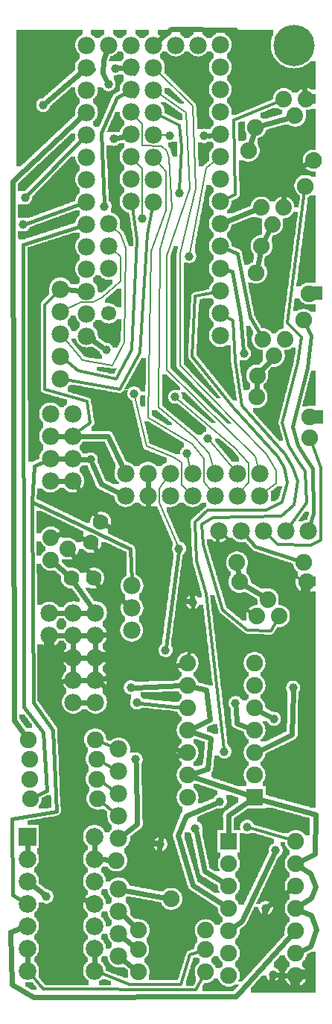
<source format=gbl>
G04 MADE WITH FRITZING*
G04 WWW.FRITZING.ORG*
G04 DOUBLE SIDED*
G04 HOLES PLATED*
G04 CONTOUR ON CENTER OF CONTOUR VECTOR*
%ASAXBY*%
%FSLAX23Y23*%
%MOIN*%
%OFA0B0*%
%SFA1.0B1.0*%
%ADD10C,0.075000*%
%ADD11C,0.070000*%
%ADD12C,0.185039*%
%ADD13C,0.078000*%
%ADD14C,0.066667*%
%ADD15C,0.079370*%
%ADD16C,0.074000*%
%ADD17C,0.045000*%
%ADD18C,0.039370*%
%ADD19R,0.079370X0.079370*%
%ADD20R,0.075000X0.075000*%
%ADD21C,0.024000*%
%ADD22C,0.012000*%
%ADD23C,0.016000*%
%ADD24C,0.008000*%
%ADD25C,0.007000*%
%ADD26R,0.001000X0.001000*%
%LNCOPPER0*%
G90*
G70*
G54D10*
X112Y4269D03*
X1074Y4281D03*
X779Y4151D03*
X1208Y3847D03*
X254Y3671D03*
X1062Y3441D03*
X255Y3370D03*
X1205Y3308D03*
X946Y2855D03*
X434Y2647D03*
X197Y1851D03*
X1139Y1941D03*
X1099Y675D03*
X541Y2131D03*
X1117Y315D03*
G54D11*
X286Y1895D03*
X386Y1895D03*
X374Y2054D03*
X417Y2145D03*
G54D12*
X1282Y4277D03*
G54D13*
X556Y1661D03*
G54D14*
X353Y4278D03*
X353Y4178D03*
X353Y4078D03*
X353Y3978D03*
X353Y3878D03*
X353Y3778D03*
X353Y3678D03*
X353Y3578D03*
X353Y3478D03*
X353Y3378D03*
X353Y3278D03*
X353Y3178D03*
X353Y3078D03*
X353Y2978D03*
X453Y3078D03*
X953Y4278D03*
X953Y4178D03*
X953Y4078D03*
X953Y3978D03*
X953Y3878D03*
X953Y3778D03*
X953Y3678D03*
X953Y3578D03*
X953Y3478D03*
X953Y3378D03*
X953Y3278D03*
X953Y3178D03*
X953Y3078D03*
X953Y2978D03*
X453Y3378D03*
X453Y3278D03*
X453Y3478D03*
X753Y4278D03*
X853Y4278D03*
X653Y4278D03*
X453Y4278D03*
X553Y4278D03*
X353Y4278D03*
X353Y4178D03*
X353Y4078D03*
X353Y3978D03*
X353Y3878D03*
X353Y3778D03*
X353Y3678D03*
X353Y3578D03*
X353Y3478D03*
X353Y3378D03*
X353Y3278D03*
X353Y3178D03*
X353Y3078D03*
X353Y2978D03*
X453Y3078D03*
X953Y4278D03*
X953Y4178D03*
X953Y4078D03*
X953Y3978D03*
X953Y3878D03*
X953Y3778D03*
X953Y3678D03*
X953Y3578D03*
X953Y3478D03*
X953Y3378D03*
X953Y3278D03*
X953Y3178D03*
X953Y3078D03*
X953Y2978D03*
X453Y3378D03*
X453Y3278D03*
X453Y3478D03*
X753Y4278D03*
X853Y4278D03*
X653Y4278D03*
X453Y4278D03*
X553Y4278D03*
X553Y4178D03*
X553Y4178D03*
X653Y4178D03*
X653Y4178D03*
X654Y4078D03*
X654Y3978D03*
X654Y3878D03*
X654Y3778D03*
X654Y3678D03*
X654Y3578D03*
X654Y4078D03*
X654Y3978D03*
X654Y3878D03*
X654Y3778D03*
X654Y3678D03*
X654Y3578D03*
X553Y4078D03*
X553Y3978D03*
X553Y3878D03*
X553Y3778D03*
X553Y3678D03*
X553Y3578D03*
X553Y4078D03*
X553Y3978D03*
X553Y3878D03*
X553Y3778D03*
X553Y3678D03*
X553Y3578D03*
G54D13*
X556Y1861D03*
X556Y1761D03*
X237Y3187D03*
X237Y3087D03*
X237Y2987D03*
X237Y2887D03*
X237Y2787D03*
X237Y3187D03*
X237Y3087D03*
X237Y2987D03*
X237Y2887D03*
X237Y2787D03*
X528Y2263D03*
X628Y2263D03*
X728Y2263D03*
X828Y2263D03*
X928Y2263D03*
X1028Y2263D03*
X1128Y2263D03*
X528Y2263D03*
X628Y2263D03*
X728Y2263D03*
X828Y2263D03*
X928Y2263D03*
X1028Y2263D03*
X1128Y2263D03*
X1128Y2363D03*
X1028Y2363D03*
X928Y2363D03*
X828Y2363D03*
X728Y2363D03*
X628Y2363D03*
X528Y2363D03*
X294Y1740D03*
X294Y1640D03*
X294Y1540D03*
X294Y1440D03*
X294Y1340D03*
X294Y1740D03*
X294Y1640D03*
X294Y1540D03*
X294Y1440D03*
X294Y1340D03*
X394Y1340D03*
X394Y1440D03*
X394Y1540D03*
X394Y1640D03*
X394Y1740D03*
G54D15*
X89Y740D03*
X389Y740D03*
X89Y640D03*
X389Y640D03*
X89Y540D03*
X389Y540D03*
X89Y440D03*
X389Y440D03*
X89Y340D03*
X389Y340D03*
X89Y240D03*
X389Y240D03*
X89Y140D03*
X389Y140D03*
G54D13*
X292Y2329D03*
X292Y2429D03*
X292Y2529D03*
X292Y2629D03*
X292Y2329D03*
X292Y2429D03*
X292Y2529D03*
X292Y2629D03*
X192Y2629D03*
X192Y2529D03*
X192Y2429D03*
X192Y2329D03*
G54D16*
X1337Y4036D03*
X1287Y3961D03*
X1237Y4036D03*
X1236Y3551D03*
X1186Y3476D03*
X1136Y3551D03*
X1116Y1725D03*
X1166Y1800D03*
X1216Y1725D03*
X1242Y2963D03*
X1192Y2888D03*
X1142Y2963D03*
G54D10*
X1334Y3647D03*
X1079Y3805D03*
X1326Y3048D03*
X1113Y3260D03*
X1327Y1964D03*
X1027Y1964D03*
X1354Y2522D03*
X1115Y2704D03*
X1111Y3910D03*
G54D17*
X1371Y3760D03*
G54D10*
X1137Y3379D03*
X1350Y3166D03*
X1038Y1878D03*
X1338Y1878D03*
X1118Y2800D03*
X1353Y2614D03*
X403Y910D03*
X103Y910D03*
X399Y997D03*
X99Y997D03*
X399Y1087D03*
X99Y1087D03*
X887Y135D03*
X587Y135D03*
X885Y234D03*
X585Y234D03*
X887Y321D03*
X587Y321D03*
X733Y461D03*
X487Y632D03*
X392Y1173D03*
X92Y1173D03*
X1106Y915D03*
X806Y915D03*
X1106Y1015D03*
X806Y1015D03*
X1106Y1115D03*
X806Y1115D03*
X1106Y1215D03*
X806Y1215D03*
X1106Y1315D03*
X806Y1315D03*
X1106Y1415D03*
X806Y1415D03*
X1106Y1515D03*
X806Y1515D03*
X990Y719D03*
X1290Y719D03*
X990Y619D03*
X1290Y619D03*
X990Y519D03*
X1290Y519D03*
X990Y419D03*
X1290Y419D03*
X990Y319D03*
X1290Y319D03*
X990Y219D03*
X1290Y219D03*
X990Y119D03*
X1290Y119D03*
G54D13*
X497Y206D03*
X497Y306D03*
X497Y406D03*
X497Y506D03*
X497Y206D03*
X497Y306D03*
X497Y406D03*
X497Y506D03*
X947Y2106D03*
X1047Y2106D03*
X1147Y2106D03*
X1247Y2106D03*
X1347Y2106D03*
X947Y2106D03*
X1047Y2106D03*
X1147Y2106D03*
X1247Y2106D03*
X1347Y2106D03*
X497Y731D03*
X497Y831D03*
X497Y931D03*
X497Y1031D03*
X497Y1131D03*
X497Y731D03*
X497Y831D03*
X497Y931D03*
X497Y1031D03*
X497Y1131D03*
X354Y4277D03*
X354Y4177D03*
X354Y4077D03*
X354Y3977D03*
X354Y3877D03*
X354Y3777D03*
X354Y3677D03*
X354Y3577D03*
X354Y3477D03*
X354Y3377D03*
X354Y3277D03*
X354Y3177D03*
X354Y3077D03*
X354Y2977D03*
X952Y4278D03*
X952Y4178D03*
X952Y4078D03*
X952Y3978D03*
X952Y3878D03*
X952Y3778D03*
X952Y3678D03*
X952Y3578D03*
X952Y3478D03*
X952Y3378D03*
X952Y3278D03*
X952Y3178D03*
X952Y3078D03*
X952Y2978D03*
X454Y3478D03*
X454Y3378D03*
X454Y3278D03*
X852Y4277D03*
X752Y4277D03*
X652Y4277D03*
X552Y4277D03*
X452Y4277D03*
X852Y4277D03*
X752Y4277D03*
X652Y4277D03*
X552Y4277D03*
X452Y4277D03*
X654Y4177D03*
X654Y4077D03*
X654Y3977D03*
X654Y3877D03*
X654Y3777D03*
X654Y3677D03*
X654Y3577D03*
X552Y4178D03*
X552Y4078D03*
X552Y3978D03*
X552Y3878D03*
X552Y3778D03*
X552Y3678D03*
X552Y3578D03*
G54D18*
X159Y4009D03*
X482Y4173D03*
X434Y3556D03*
X452Y4102D03*
X476Y3858D03*
X1021Y1336D03*
X951Y897D03*
X603Y3503D03*
X804Y2453D03*
X880Y3871D03*
X78Y3595D03*
X71Y3475D03*
X814Y3333D03*
X1200Y678D03*
X1193Y1265D03*
X1072Y783D03*
X174Y472D03*
X1188Y123D03*
X1156Y420D03*
X684Y705D03*
X769Y3616D03*
X751Y2704D03*
X725Y3873D03*
X442Y2915D03*
X372Y2424D03*
X552Y1406D03*
X897Y2520D03*
X1058Y2899D03*
X1278Y1404D03*
X579Y1338D03*
X567Y2720D03*
G54D16*
X194Y1976D03*
X269Y2026D03*
X194Y2076D03*
G54D13*
X187Y1738D03*
X187Y1638D03*
G54D18*
X829Y1787D03*
X767Y2027D03*
X574Y1084D03*
X707Y1573D03*
X841Y777D03*
X971Y1120D03*
G54D19*
X89Y740D03*
G54D20*
X1106Y915D03*
X990Y719D03*
G54D21*
X471Y1757D02*
X399Y1873D01*
D02*
X473Y1646D02*
X471Y1757D01*
D02*
X424Y1642D02*
X473Y1646D01*
D02*
X266Y1912D02*
X214Y1958D01*
D02*
X377Y1765D02*
X301Y1873D01*
D02*
X368Y1914D02*
X287Y2006D01*
D02*
X402Y2166D02*
X309Y2304D01*
D02*
X267Y2104D02*
X219Y2086D01*
D02*
X350Y2065D02*
X267Y2104D01*
D02*
X521Y187D02*
X564Y153D01*
G54D22*
D02*
X776Y80D02*
X546Y80D01*
D02*
X546Y80D02*
X412Y131D01*
D02*
X817Y212D02*
X776Y80D01*
D02*
X863Y227D02*
X817Y212D01*
G54D21*
D02*
X419Y638D02*
X459Y635D01*
D02*
X483Y1820D02*
X461Y1914D01*
D02*
X461Y1914D02*
X388Y2032D01*
D02*
X533Y1779D02*
X483Y1820D01*
D02*
X527Y500D02*
X705Y466D01*
D02*
X519Y385D02*
X566Y341D01*
D02*
X521Y287D02*
X563Y252D01*
D02*
X419Y2314D02*
X501Y2276D01*
D02*
X380Y2407D02*
X419Y2314D01*
D02*
X89Y209D02*
X89Y171D01*
D02*
X1022Y25D02*
X1271Y298D01*
D02*
X19Y80D02*
X115Y23D01*
D02*
X14Y308D02*
X19Y80D01*
D02*
X115Y23D02*
X1022Y25D01*
G54D22*
D02*
X1014Y2048D02*
X966Y2090D01*
G54D23*
D02*
X933Y2036D02*
X942Y2082D01*
D02*
X994Y1806D02*
X933Y2036D01*
G54D21*
D02*
X1117Y2772D02*
X1116Y2732D01*
G54D23*
D02*
X1098Y1737D02*
X994Y1806D01*
G54D21*
D02*
X267Y3185D02*
X322Y3180D01*
D02*
X1132Y3351D02*
X1119Y3288D01*
G54D22*
D02*
X1317Y1888D02*
X1089Y2001D01*
D02*
X1089Y2001D02*
X1014Y2048D01*
G54D23*
D02*
X218Y853D02*
X202Y1217D01*
D02*
X22Y479D02*
X20Y819D01*
D02*
X202Y1217D02*
X115Y1339D01*
D02*
X20Y819D02*
X218Y853D01*
D02*
X109Y2237D02*
X120Y2397D01*
D02*
X120Y2397D02*
X169Y2419D01*
D02*
X115Y1339D02*
X109Y2237D01*
D02*
X67Y453D02*
X22Y479D01*
D02*
X551Y2024D02*
X109Y2237D01*
D02*
X556Y1885D02*
X551Y2024D01*
G54D22*
D02*
X476Y1043D02*
X419Y1076D01*
G54D24*
D02*
X724Y3773D02*
X714Y3806D01*
D02*
X714Y3806D02*
X689Y3827D01*
D02*
X836Y2526D02*
X675Y2659D01*
D02*
X902Y2453D02*
X836Y2526D01*
D02*
X682Y3366D02*
X736Y3548D01*
D02*
X922Y2387D02*
X902Y2453D01*
D02*
X604Y3828D02*
X603Y3927D01*
D02*
X603Y3927D02*
X570Y3960D01*
D02*
X675Y2659D02*
X682Y3366D01*
D02*
X736Y3548D02*
X724Y3773D01*
D02*
X689Y3827D02*
X604Y3828D01*
G54D23*
D02*
X808Y1538D02*
X828Y1774D01*
D02*
X1111Y2036D02*
X1064Y2088D01*
D02*
X1306Y1971D02*
X1111Y2036D01*
G54D21*
D02*
X262Y2329D02*
X222Y2329D01*
G54D23*
D02*
X329Y3470D02*
X70Y3387D01*
D02*
X70Y3387D02*
X72Y1320D01*
G54D22*
D02*
X1049Y2665D02*
X1019Y2865D01*
D02*
X1019Y2865D02*
X1011Y3044D01*
D02*
X1011Y3044D02*
X974Y3065D01*
G54D21*
D02*
X906Y1261D02*
X832Y1227D01*
G54D23*
D02*
X176Y946D02*
X123Y920D01*
G54D21*
D02*
X834Y1408D02*
X889Y1395D01*
D02*
X889Y1395D02*
X906Y1261D01*
G54D23*
D02*
X72Y1320D02*
X161Y1206D01*
D02*
X161Y1206D02*
X176Y946D01*
G54D22*
D02*
X1074Y1663D02*
X964Y1753D01*
D02*
X1244Y2450D02*
X1049Y2665D01*
D02*
X920Y2166D02*
X1227Y2173D01*
D02*
X1298Y2330D02*
X1276Y2393D01*
D02*
X1276Y2393D02*
X1244Y2450D01*
D02*
X1282Y2221D02*
X1298Y2330D01*
D02*
X876Y2044D02*
X871Y2135D01*
D02*
X871Y2135D02*
X920Y2166D01*
D02*
X1227Y2173D02*
X1282Y2221D01*
D02*
X964Y1753D02*
X876Y2044D01*
D02*
X1178Y1660D02*
X1074Y1663D01*
D02*
X1205Y1706D02*
X1178Y1660D01*
D02*
X1020Y3608D02*
X1014Y3942D01*
D02*
X975Y3588D02*
X1020Y3608D01*
G54D21*
D02*
X262Y2529D02*
X222Y2529D01*
D02*
X262Y2429D02*
X222Y2429D01*
G54D24*
D02*
X889Y3728D02*
X816Y3347D01*
D02*
X933Y3762D02*
X889Y3728D01*
G54D21*
D02*
X1063Y1863D02*
X1143Y1814D01*
G54D22*
D02*
X1014Y3942D02*
X1217Y4027D01*
G54D21*
D02*
X1136Y2822D02*
X1175Y2867D01*
D02*
X1102Y3882D02*
X1087Y3833D01*
G54D24*
D02*
X1204Y2375D02*
X1159Y2448D01*
D02*
X772Y3345D02*
X844Y3636D01*
D02*
X844Y3636D02*
X829Y4004D01*
D02*
X1202Y2319D02*
X1204Y2375D01*
D02*
X1159Y2448D02*
X772Y2844D01*
D02*
X772Y2844D02*
X772Y3345D01*
D02*
X1148Y2278D02*
X1202Y2319D01*
D02*
X829Y4004D02*
X672Y4160D01*
G54D21*
D02*
X1019Y4346D02*
X1064Y4198D01*
D02*
X733Y4350D02*
X1019Y4346D01*
D02*
X675Y4298D02*
X733Y4350D01*
D02*
X1325Y4106D02*
X1333Y4062D01*
D02*
X1064Y4198D02*
X1325Y4106D01*
D02*
X722Y1139D02*
X504Y1250D01*
D02*
X778Y1123D02*
X722Y1139D01*
D02*
X489Y1370D02*
X419Y1422D01*
G54D22*
D02*
X649Y3553D02*
X625Y3431D01*
D02*
X502Y2739D02*
X261Y2783D01*
D02*
X592Y2901D02*
X502Y2739D01*
D02*
X1268Y725D02*
X1085Y779D01*
D02*
X625Y3431D02*
X592Y2901D01*
G54D24*
D02*
X384Y3128D02*
X424Y3150D01*
D02*
X507Y3221D02*
X507Y3333D01*
D02*
X507Y3333D02*
X472Y3362D01*
D02*
X260Y3097D02*
X331Y3128D01*
D02*
X331Y3128D02*
X384Y3128D01*
G54D21*
D02*
X294Y478D02*
X360Y452D01*
D02*
X283Y817D02*
X294Y478D01*
D02*
X256Y1234D02*
X283Y817D01*
D02*
X197Y1428D02*
X183Y1336D01*
D02*
X265Y1437D02*
X197Y1428D01*
D02*
X899Y3873D02*
X922Y3875D01*
G54D25*
D02*
X814Y2407D02*
X807Y2440D01*
G54D21*
D02*
X89Y671D02*
X89Y709D01*
G54D25*
D02*
X821Y2386D02*
X814Y2407D01*
G54D21*
D02*
X1358Y389D02*
X1317Y407D01*
D02*
X1317Y230D02*
X1356Y248D01*
D02*
X1383Y325D02*
X1358Y389D01*
D02*
X1356Y248D02*
X1383Y325D01*
D02*
X1138Y3918D02*
X1261Y3953D01*
G54D22*
D02*
X1404Y2064D02*
X1402Y2390D01*
D02*
X1402Y2390D02*
X1362Y2500D01*
G54D21*
D02*
X1079Y924D02*
X833Y1005D01*
G54D22*
D02*
X1165Y2089D02*
X1211Y2045D01*
D02*
X1358Y2041D02*
X1404Y2064D01*
D02*
X1211Y2045D02*
X1358Y2041D01*
G54D21*
D02*
X630Y1473D02*
X778Y1508D01*
D02*
X424Y1444D02*
X630Y1473D01*
G54D22*
D02*
X876Y114D02*
X843Y54D01*
G54D23*
D02*
X84Y3479D02*
X329Y3569D01*
G54D22*
D02*
X843Y54D02*
X160Y58D01*
G54D21*
D02*
X989Y834D02*
X990Y747D01*
D02*
X1082Y898D02*
X989Y834D01*
G54D22*
D02*
X160Y58D02*
X105Y121D01*
G54D21*
D02*
X1150Y3404D02*
X1174Y3452D01*
G54D22*
D02*
X1253Y3037D02*
X1331Y3624D01*
G54D21*
D02*
X1345Y3748D02*
X1239Y3698D01*
D02*
X1239Y3698D02*
X1236Y3578D01*
G54D22*
D02*
X474Y1140D02*
X413Y1165D01*
G54D24*
D02*
X1123Y2387D02*
X1110Y2440D01*
G54D22*
D02*
X1260Y2486D02*
X1231Y2590D01*
D02*
X1231Y2590D02*
X1300Y2859D01*
D02*
X1300Y2859D02*
X1316Y2973D01*
D02*
X1333Y2373D02*
X1302Y2417D01*
D02*
X1302Y2417D02*
X1260Y2486D01*
D02*
X1338Y2233D02*
X1333Y2373D01*
D02*
X1316Y2973D02*
X1253Y3037D01*
D02*
X1262Y2126D02*
X1338Y2233D01*
G54D24*
D02*
X816Y3637D02*
X798Y3977D01*
D02*
X1110Y2440D02*
X714Y2825D01*
D02*
X713Y3337D02*
X816Y3637D01*
D02*
X798Y3977D02*
X675Y4063D01*
D02*
X714Y2825D02*
X713Y3337D01*
G54D21*
D02*
X896Y1043D02*
X833Y1023D01*
D02*
X833Y1205D02*
X911Y1178D01*
D02*
X911Y1178D02*
X896Y1043D01*
G54D25*
D02*
X881Y2324D02*
X878Y2428D01*
D02*
X878Y2428D02*
X827Y2495D01*
D02*
X644Y3355D02*
X708Y3539D01*
D02*
X630Y2613D02*
X644Y3355D01*
D02*
X913Y2282D02*
X881Y2324D01*
D02*
X708Y3539D02*
X710Y3711D01*
D02*
X710Y3711D02*
X670Y3758D01*
G54D23*
D02*
X1086Y3061D02*
X1132Y2981D01*
D02*
X976Y3368D02*
X1029Y3346D01*
D02*
X1029Y3346D02*
X1086Y3061D01*
G54D22*
D02*
X485Y2786D02*
X556Y2917D01*
D02*
X315Y2823D02*
X485Y2786D01*
D02*
X581Y3409D02*
X558Y3553D01*
D02*
X556Y2917D02*
X581Y3409D01*
D02*
X256Y2872D02*
X315Y2823D01*
G54D21*
D02*
X1111Y3541D02*
X981Y3489D01*
D02*
X1375Y661D02*
X1316Y632D01*
G54D23*
D02*
X1005Y3265D02*
X1043Y3061D01*
D02*
X977Y3272D02*
X1005Y3265D01*
G54D21*
D02*
X389Y671D02*
X389Y709D01*
D02*
X1378Y839D02*
X1375Y661D01*
D02*
X1134Y907D02*
X1378Y839D01*
G54D22*
D02*
X778Y3821D02*
X769Y3920D01*
D02*
X770Y3630D02*
X778Y3821D01*
D02*
X769Y3920D02*
X676Y3966D01*
G54D21*
D02*
X330Y3957D02*
X22Y3668D01*
D02*
X389Y209D02*
X389Y171D01*
D02*
X22Y3668D02*
X30Y1258D01*
D02*
X30Y1258D02*
X75Y1196D01*
G54D22*
D02*
X477Y945D02*
X418Y984D01*
D02*
X478Y847D02*
X420Y895D01*
G54D21*
D02*
X628Y2293D02*
X628Y2333D01*
G54D24*
D02*
X1013Y2382D02*
X906Y2509D01*
G54D21*
D02*
X1035Y1907D02*
X1031Y1935D01*
G54D24*
D02*
X712Y3874D02*
X703Y3875D01*
D02*
X522Y2950D02*
X529Y3370D01*
D02*
X468Y2847D02*
X522Y2950D01*
D02*
X529Y3370D02*
X507Y3433D01*
D02*
X253Y2969D02*
X337Y2869D01*
D02*
X337Y2869D02*
X468Y2847D01*
D02*
X703Y3875D02*
X679Y3876D01*
G54D23*
D02*
X1360Y2979D02*
X1336Y3027D01*
D02*
X335Y3860D02*
X87Y3604D01*
D02*
X1336Y2430D02*
X1298Y2488D01*
D02*
X1342Y2837D02*
X1360Y2979D01*
D02*
X1298Y2488D02*
X1276Y2573D01*
D02*
X1276Y2573D02*
X1342Y2837D01*
D02*
X1354Y2129D02*
X1371Y2186D01*
G54D21*
D02*
X630Y2039D02*
X440Y2133D01*
D02*
X630Y2039D02*
X629Y2233D01*
D02*
X630Y1473D02*
X630Y2039D01*
G54D22*
D02*
X370Y2589D02*
X356Y2684D01*
D02*
X356Y2684D02*
X167Y2739D01*
D02*
X311Y2544D02*
X370Y2589D01*
D02*
X167Y2739D02*
X167Y3117D01*
D02*
X167Y3117D02*
X220Y3170D01*
G54D21*
D02*
X382Y4168D02*
X325Y4186D01*
D02*
X174Y4022D02*
X330Y4157D01*
D02*
X565Y4151D02*
X540Y4205D01*
D02*
X501Y4175D02*
X522Y4176D01*
G54D23*
D02*
X420Y3884D02*
X434Y3570D01*
D02*
X531Y4066D02*
X489Y4041D01*
D02*
X489Y4041D02*
X420Y3884D01*
G54D21*
D02*
X565Y4051D02*
X540Y4105D01*
D02*
X442Y4249D02*
X429Y4210D01*
D02*
X427Y4153D02*
X443Y4119D01*
D02*
X429Y4210D02*
X427Y4153D01*
D02*
X523Y3870D02*
X494Y3863D01*
D02*
X1022Y1317D02*
X1026Y1247D01*
D02*
X798Y832D02*
X764Y745D01*
D02*
X764Y745D02*
X831Y523D01*
D02*
X831Y523D02*
X966Y434D01*
D02*
X933Y890D02*
X798Y832D01*
G54D24*
D02*
X604Y3724D02*
X569Y3760D01*
D02*
X603Y3517D02*
X604Y3724D01*
G54D21*
D02*
X1048Y361D02*
X1192Y661D01*
D02*
X1013Y336D02*
X1048Y361D01*
D02*
X1131Y1300D02*
X1176Y1275D01*
D02*
X1356Y575D02*
X1314Y603D01*
D02*
X1378Y517D02*
X1356Y575D01*
D02*
X1358Y467D02*
X1378Y517D01*
D02*
X1314Y435D02*
X1358Y467D01*
D02*
X113Y521D02*
X159Y484D01*
G54D25*
D02*
X1017Y2480D02*
X761Y2696D01*
D02*
X1078Y2408D02*
X1017Y2480D01*
D02*
X1079Y2323D02*
X1078Y2408D01*
D02*
X1044Y2282D02*
X1079Y2323D01*
G54D21*
D02*
X426Y2926D02*
X379Y2960D01*
D02*
X353Y2425D02*
X322Y2427D01*
D02*
X325Y2986D02*
X382Y2968D01*
D02*
X322Y2528D02*
X450Y2528D01*
D02*
X450Y2528D02*
X515Y2390D01*
D02*
X777Y1414D02*
X571Y1407D01*
D02*
X715Y1091D02*
X686Y724D01*
D02*
X778Y1107D02*
X715Y1091D01*
G54D24*
D02*
X424Y3150D02*
X507Y3221D01*
D02*
X507Y3433D02*
X472Y3462D01*
G54D25*
D02*
X827Y2495D02*
X630Y2613D01*
G54D21*
D02*
X1026Y1247D02*
X1079Y1225D01*
D02*
X1274Y1195D02*
X1278Y1385D01*
D02*
X1132Y1127D02*
X1274Y1195D01*
G54D23*
D02*
X1043Y3061D02*
X1057Y2912D01*
D02*
X593Y1337D02*
X783Y1317D01*
G54D24*
D02*
X742Y2436D02*
X622Y2484D01*
D02*
X622Y2484D02*
X570Y2707D01*
D02*
X778Y2411D02*
X742Y2436D01*
D02*
X780Y2313D02*
X778Y2411D01*
D02*
X811Y2281D02*
X780Y2313D01*
G54D21*
D02*
X883Y584D02*
X845Y758D01*
D02*
X966Y534D02*
X883Y584D01*
D02*
X1171Y432D02*
X1267Y502D01*
D02*
X1262Y120D02*
X1207Y123D01*
D02*
X364Y1340D02*
X325Y1340D01*
D02*
X325Y1440D02*
X364Y1440D01*
D02*
X325Y1540D02*
X364Y1540D01*
D02*
X325Y1640D02*
X364Y1640D01*
D02*
X325Y1740D02*
X364Y1740D01*
D02*
X394Y1570D02*
X394Y1610D01*
D02*
X294Y1570D02*
X294Y1610D01*
D02*
X394Y1470D02*
X394Y1510D01*
D02*
X294Y1470D02*
X294Y1510D01*
G54D23*
D02*
X1367Y2384D02*
X1336Y2430D01*
G54D24*
D02*
X714Y2343D02*
X678Y2295D01*
D02*
X678Y2295D02*
X679Y2232D01*
G54D23*
D02*
X1371Y2186D02*
X1367Y2384D01*
G54D21*
D02*
X183Y1336D02*
X256Y1234D01*
G54D23*
D02*
X709Y1586D02*
X766Y2013D01*
G54D21*
D02*
X581Y795D02*
X575Y1065D01*
D02*
X521Y749D02*
X581Y795D01*
G54D24*
D02*
X679Y2232D02*
X762Y2039D01*
G54D21*
D02*
X264Y1640D02*
X217Y1639D01*
D02*
X217Y1739D02*
X264Y1740D01*
D02*
X504Y1250D02*
X489Y1370D01*
G54D22*
D02*
X969Y1133D02*
X950Y1303D01*
D02*
X950Y1303D02*
X888Y1824D01*
D02*
X846Y1973D02*
X838Y2146D01*
D02*
X888Y1824D02*
X846Y1973D01*
D02*
X897Y2198D02*
X1158Y2199D01*
D02*
X838Y2146D02*
X897Y2198D01*
D02*
X1158Y2199D02*
X1229Y2237D01*
D02*
X1229Y2237D02*
X1253Y2321D01*
D02*
X1240Y2390D02*
X1211Y2439D01*
D02*
X1253Y2321D02*
X1240Y2390D01*
D02*
X1211Y2439D02*
X1011Y2658D01*
D02*
X1011Y2658D02*
X826Y2887D01*
D02*
X826Y2887D02*
X841Y3154D01*
D02*
X841Y3154D02*
X928Y3172D01*
G36*
X40Y4344D02*
X40Y3978D01*
X150Y3978D01*
X150Y3980D01*
X146Y3980D01*
X146Y3982D01*
X142Y3982D01*
X142Y3984D01*
X140Y3984D01*
X140Y3986D01*
X136Y3986D01*
X136Y3990D01*
X134Y3990D01*
X134Y3992D01*
X132Y3992D01*
X132Y3996D01*
X130Y3996D01*
X130Y4000D01*
X128Y4000D01*
X128Y4018D01*
X130Y4018D01*
X130Y4024D01*
X132Y4024D01*
X132Y4026D01*
X134Y4026D01*
X134Y4030D01*
X136Y4030D01*
X136Y4032D01*
X138Y4032D01*
X138Y4034D01*
X140Y4034D01*
X140Y4036D01*
X144Y4036D01*
X144Y4038D01*
X148Y4038D01*
X148Y4040D01*
X158Y4040D01*
X158Y4042D01*
X162Y4042D01*
X162Y4044D01*
X164Y4044D01*
X164Y4046D01*
X166Y4046D01*
X166Y4048D01*
X168Y4048D01*
X168Y4050D01*
X170Y4050D01*
X170Y4052D01*
X172Y4052D01*
X172Y4054D01*
X176Y4054D01*
X176Y4056D01*
X178Y4056D01*
X178Y4058D01*
X180Y4058D01*
X180Y4060D01*
X182Y4060D01*
X182Y4062D01*
X184Y4062D01*
X184Y4064D01*
X186Y4064D01*
X186Y4066D01*
X188Y4066D01*
X188Y4068D01*
X192Y4068D01*
X192Y4070D01*
X194Y4070D01*
X194Y4072D01*
X196Y4072D01*
X196Y4074D01*
X198Y4074D01*
X198Y4076D01*
X200Y4076D01*
X200Y4078D01*
X202Y4078D01*
X202Y4080D01*
X204Y4080D01*
X204Y4082D01*
X208Y4082D01*
X208Y4084D01*
X210Y4084D01*
X210Y4086D01*
X212Y4086D01*
X212Y4088D01*
X214Y4088D01*
X214Y4090D01*
X216Y4090D01*
X216Y4092D01*
X218Y4092D01*
X218Y4094D01*
X220Y4094D01*
X220Y4096D01*
X224Y4096D01*
X224Y4098D01*
X226Y4098D01*
X226Y4100D01*
X228Y4100D01*
X228Y4102D01*
X230Y4102D01*
X230Y4104D01*
X232Y4104D01*
X232Y4106D01*
X234Y4106D01*
X234Y4108D01*
X238Y4108D01*
X238Y4110D01*
X240Y4110D01*
X240Y4112D01*
X242Y4112D01*
X242Y4114D01*
X244Y4114D01*
X244Y4116D01*
X246Y4116D01*
X246Y4118D01*
X248Y4118D01*
X248Y4120D01*
X250Y4120D01*
X250Y4122D01*
X254Y4122D01*
X254Y4124D01*
X256Y4124D01*
X256Y4126D01*
X258Y4126D01*
X258Y4128D01*
X260Y4128D01*
X260Y4130D01*
X262Y4130D01*
X262Y4132D01*
X264Y4132D01*
X264Y4134D01*
X266Y4134D01*
X266Y4136D01*
X270Y4136D01*
X270Y4138D01*
X272Y4138D01*
X272Y4140D01*
X274Y4140D01*
X274Y4142D01*
X276Y4142D01*
X276Y4144D01*
X278Y4144D01*
X278Y4146D01*
X280Y4146D01*
X280Y4148D01*
X282Y4148D01*
X282Y4150D01*
X286Y4150D01*
X286Y4152D01*
X288Y4152D01*
X288Y4154D01*
X290Y4154D01*
X290Y4156D01*
X292Y4156D01*
X292Y4158D01*
X294Y4158D01*
X294Y4160D01*
X296Y4160D01*
X296Y4162D01*
X298Y4162D01*
X298Y4164D01*
X302Y4164D01*
X302Y4196D01*
X304Y4196D01*
X304Y4200D01*
X306Y4200D01*
X306Y4202D01*
X308Y4202D01*
X308Y4204D01*
X310Y4204D01*
X310Y4206D01*
X312Y4206D01*
X312Y4208D01*
X314Y4208D01*
X314Y4210D01*
X316Y4210D01*
X316Y4212D01*
X318Y4212D01*
X318Y4214D01*
X320Y4214D01*
X320Y4216D01*
X322Y4216D01*
X322Y4218D01*
X324Y4218D01*
X324Y4238D01*
X320Y4238D01*
X320Y4240D01*
X318Y4240D01*
X318Y4242D01*
X316Y4242D01*
X316Y4246D01*
X314Y4246D01*
X314Y4248D01*
X312Y4248D01*
X312Y4250D01*
X310Y4250D01*
X310Y4254D01*
X308Y4254D01*
X308Y4258D01*
X306Y4258D01*
X306Y4264D01*
X304Y4264D01*
X304Y4290D01*
X306Y4290D01*
X306Y4298D01*
X308Y4298D01*
X308Y4300D01*
X310Y4300D01*
X310Y4304D01*
X312Y4304D01*
X312Y4308D01*
X314Y4308D01*
X314Y4310D01*
X316Y4310D01*
X316Y4312D01*
X318Y4312D01*
X318Y4314D01*
X320Y4314D01*
X320Y4316D01*
X322Y4316D01*
X322Y4318D01*
X324Y4318D01*
X324Y4320D01*
X328Y4320D01*
X328Y4322D01*
X332Y4322D01*
X332Y4324D01*
X336Y4324D01*
X336Y4344D01*
X40Y4344D01*
G37*
D02*
G36*
X284Y4088D02*
X284Y4086D01*
X282Y4086D01*
X282Y4084D01*
X280Y4084D01*
X280Y4082D01*
X278Y4082D01*
X278Y4080D01*
X276Y4080D01*
X276Y4078D01*
X274Y4078D01*
X274Y4076D01*
X272Y4076D01*
X272Y4074D01*
X268Y4074D01*
X268Y4072D01*
X266Y4072D01*
X266Y4070D01*
X264Y4070D01*
X264Y4068D01*
X262Y4068D01*
X262Y4066D01*
X260Y4066D01*
X260Y4064D01*
X258Y4064D01*
X258Y4062D01*
X256Y4062D01*
X256Y4060D01*
X252Y4060D01*
X252Y4058D01*
X250Y4058D01*
X250Y4056D01*
X248Y4056D01*
X248Y4054D01*
X246Y4054D01*
X246Y4052D01*
X244Y4052D01*
X244Y4050D01*
X242Y4050D01*
X242Y4048D01*
X238Y4048D01*
X238Y4046D01*
X236Y4046D01*
X236Y4044D01*
X234Y4044D01*
X234Y4042D01*
X232Y4042D01*
X232Y4040D01*
X230Y4040D01*
X230Y4038D01*
X228Y4038D01*
X228Y4036D01*
X226Y4036D01*
X226Y4034D01*
X222Y4034D01*
X222Y4032D01*
X220Y4032D01*
X220Y4030D01*
X218Y4030D01*
X218Y4028D01*
X216Y4028D01*
X216Y4026D01*
X214Y4026D01*
X214Y4024D01*
X212Y4024D01*
X212Y4022D01*
X210Y4022D01*
X210Y4020D01*
X206Y4020D01*
X206Y4018D01*
X204Y4018D01*
X204Y4016D01*
X202Y4016D01*
X202Y4014D01*
X200Y4014D01*
X200Y4012D01*
X198Y4012D01*
X198Y4010D01*
X196Y4010D01*
X196Y4008D01*
X194Y4008D01*
X194Y4006D01*
X190Y4006D01*
X190Y3998D01*
X188Y3998D01*
X188Y3994D01*
X186Y3994D01*
X186Y3992D01*
X184Y3992D01*
X184Y3988D01*
X182Y3988D01*
X182Y3986D01*
X180Y3986D01*
X180Y3984D01*
X176Y3984D01*
X176Y3982D01*
X172Y3982D01*
X172Y3980D01*
X168Y3980D01*
X168Y3978D01*
X304Y3978D01*
X304Y3990D01*
X306Y3990D01*
X306Y3998D01*
X308Y3998D01*
X308Y4000D01*
X310Y4000D01*
X310Y4004D01*
X312Y4004D01*
X312Y4008D01*
X314Y4008D01*
X314Y4010D01*
X316Y4010D01*
X316Y4012D01*
X318Y4012D01*
X318Y4014D01*
X320Y4014D01*
X320Y4016D01*
X322Y4016D01*
X322Y4018D01*
X324Y4018D01*
X324Y4038D01*
X320Y4038D01*
X320Y4040D01*
X318Y4040D01*
X318Y4042D01*
X316Y4042D01*
X316Y4046D01*
X314Y4046D01*
X314Y4048D01*
X312Y4048D01*
X312Y4050D01*
X310Y4050D01*
X310Y4054D01*
X308Y4054D01*
X308Y4058D01*
X306Y4058D01*
X306Y4064D01*
X304Y4064D01*
X304Y4088D01*
X284Y4088D01*
G37*
D02*
G36*
X40Y3978D02*
X40Y3976D01*
X304Y3976D01*
X304Y3978D01*
X40Y3978D01*
G37*
D02*
G36*
X40Y3978D02*
X40Y3976D01*
X304Y3976D01*
X304Y3978D01*
X40Y3978D01*
G37*
D02*
G36*
X40Y3976D02*
X40Y3736D01*
X60Y3736D01*
X60Y3738D01*
X62Y3738D01*
X62Y3740D01*
X64Y3740D01*
X64Y3742D01*
X66Y3742D01*
X66Y3744D01*
X68Y3744D01*
X68Y3746D01*
X70Y3746D01*
X70Y3748D01*
X74Y3748D01*
X74Y3750D01*
X76Y3750D01*
X76Y3752D01*
X78Y3752D01*
X78Y3754D01*
X80Y3754D01*
X80Y3756D01*
X82Y3756D01*
X82Y3758D01*
X84Y3758D01*
X84Y3760D01*
X86Y3760D01*
X86Y3762D01*
X88Y3762D01*
X88Y3764D01*
X90Y3764D01*
X90Y3766D01*
X92Y3766D01*
X92Y3768D01*
X94Y3768D01*
X94Y3770D01*
X96Y3770D01*
X96Y3772D01*
X98Y3772D01*
X98Y3774D01*
X100Y3774D01*
X100Y3776D01*
X104Y3776D01*
X104Y3778D01*
X106Y3778D01*
X106Y3780D01*
X108Y3780D01*
X108Y3782D01*
X110Y3782D01*
X110Y3784D01*
X112Y3784D01*
X112Y3786D01*
X114Y3786D01*
X114Y3788D01*
X116Y3788D01*
X116Y3790D01*
X118Y3790D01*
X118Y3792D01*
X120Y3792D01*
X120Y3794D01*
X122Y3794D01*
X122Y3796D01*
X124Y3796D01*
X124Y3798D01*
X126Y3798D01*
X126Y3800D01*
X128Y3800D01*
X128Y3802D01*
X130Y3802D01*
X130Y3804D01*
X132Y3804D01*
X132Y3806D01*
X136Y3806D01*
X136Y3808D01*
X138Y3808D01*
X138Y3810D01*
X140Y3810D01*
X140Y3812D01*
X142Y3812D01*
X142Y3814D01*
X144Y3814D01*
X144Y3816D01*
X146Y3816D01*
X146Y3818D01*
X148Y3818D01*
X148Y3820D01*
X150Y3820D01*
X150Y3822D01*
X152Y3822D01*
X152Y3824D01*
X154Y3824D01*
X154Y3826D01*
X156Y3826D01*
X156Y3828D01*
X158Y3828D01*
X158Y3830D01*
X160Y3830D01*
X160Y3832D01*
X162Y3832D01*
X162Y3834D01*
X164Y3834D01*
X164Y3836D01*
X168Y3836D01*
X168Y3838D01*
X170Y3838D01*
X170Y3840D01*
X172Y3840D01*
X172Y3842D01*
X174Y3842D01*
X174Y3844D01*
X176Y3844D01*
X176Y3846D01*
X178Y3846D01*
X178Y3848D01*
X180Y3848D01*
X180Y3850D01*
X182Y3850D01*
X182Y3852D01*
X184Y3852D01*
X184Y3854D01*
X186Y3854D01*
X186Y3856D01*
X188Y3856D01*
X188Y3858D01*
X190Y3858D01*
X190Y3860D01*
X192Y3860D01*
X192Y3862D01*
X194Y3862D01*
X194Y3864D01*
X196Y3864D01*
X196Y3866D01*
X200Y3866D01*
X200Y3868D01*
X202Y3868D01*
X202Y3870D01*
X204Y3870D01*
X204Y3872D01*
X206Y3872D01*
X206Y3874D01*
X208Y3874D01*
X208Y3876D01*
X210Y3876D01*
X210Y3878D01*
X212Y3878D01*
X212Y3880D01*
X214Y3880D01*
X214Y3882D01*
X216Y3882D01*
X216Y3884D01*
X218Y3884D01*
X218Y3886D01*
X220Y3886D01*
X220Y3888D01*
X222Y3888D01*
X222Y3890D01*
X224Y3890D01*
X224Y3892D01*
X226Y3892D01*
X226Y3894D01*
X230Y3894D01*
X230Y3896D01*
X232Y3896D01*
X232Y3898D01*
X234Y3898D01*
X234Y3900D01*
X236Y3900D01*
X236Y3902D01*
X238Y3902D01*
X238Y3904D01*
X240Y3904D01*
X240Y3906D01*
X242Y3906D01*
X242Y3908D01*
X244Y3908D01*
X244Y3910D01*
X246Y3910D01*
X246Y3912D01*
X248Y3912D01*
X248Y3914D01*
X250Y3914D01*
X250Y3916D01*
X252Y3916D01*
X252Y3918D01*
X254Y3918D01*
X254Y3920D01*
X256Y3920D01*
X256Y3922D01*
X258Y3922D01*
X258Y3924D01*
X262Y3924D01*
X262Y3926D01*
X264Y3926D01*
X264Y3928D01*
X266Y3928D01*
X266Y3930D01*
X268Y3930D01*
X268Y3932D01*
X270Y3932D01*
X270Y3934D01*
X272Y3934D01*
X272Y3936D01*
X274Y3936D01*
X274Y3938D01*
X276Y3938D01*
X276Y3940D01*
X278Y3940D01*
X278Y3942D01*
X280Y3942D01*
X280Y3944D01*
X282Y3944D01*
X282Y3946D01*
X284Y3946D01*
X284Y3948D01*
X286Y3948D01*
X286Y3950D01*
X288Y3950D01*
X288Y3952D01*
X290Y3952D01*
X290Y3954D01*
X294Y3954D01*
X294Y3956D01*
X296Y3956D01*
X296Y3958D01*
X298Y3958D01*
X298Y3960D01*
X300Y3960D01*
X300Y3962D01*
X302Y3962D01*
X302Y3964D01*
X304Y3964D01*
X304Y3976D01*
X40Y3976D01*
G37*
D02*
G36*
X372Y4344D02*
X372Y4324D01*
X376Y4324D01*
X376Y4322D01*
X380Y4322D01*
X380Y4320D01*
X384Y4320D01*
X384Y4318D01*
X386Y4318D01*
X386Y4316D01*
X388Y4316D01*
X388Y4314D01*
X390Y4314D01*
X390Y4312D01*
X392Y4312D01*
X392Y4310D01*
X414Y4310D01*
X414Y4312D01*
X416Y4312D01*
X416Y4314D01*
X418Y4314D01*
X418Y4316D01*
X420Y4316D01*
X420Y4318D01*
X422Y4318D01*
X422Y4320D01*
X426Y4320D01*
X426Y4322D01*
X430Y4322D01*
X430Y4324D01*
X434Y4324D01*
X434Y4344D01*
X372Y4344D01*
G37*
D02*
G36*
X472Y4344D02*
X472Y4324D01*
X476Y4324D01*
X476Y4322D01*
X478Y4322D01*
X478Y4320D01*
X482Y4320D01*
X482Y4318D01*
X484Y4318D01*
X484Y4316D01*
X486Y4316D01*
X486Y4314D01*
X490Y4314D01*
X490Y4310D01*
X492Y4310D01*
X492Y4308D01*
X512Y4308D01*
X512Y4310D01*
X514Y4310D01*
X514Y4312D01*
X516Y4312D01*
X516Y4314D01*
X518Y4314D01*
X518Y4316D01*
X520Y4316D01*
X520Y4318D01*
X522Y4318D01*
X522Y4320D01*
X526Y4320D01*
X526Y4322D01*
X530Y4322D01*
X530Y4324D01*
X534Y4324D01*
X534Y4344D01*
X472Y4344D01*
G37*
D02*
G36*
X572Y4344D02*
X572Y4324D01*
X576Y4324D01*
X576Y4322D01*
X578Y4322D01*
X578Y4320D01*
X582Y4320D01*
X582Y4318D01*
X584Y4318D01*
X584Y4316D01*
X586Y4316D01*
X586Y4314D01*
X590Y4314D01*
X590Y4310D01*
X592Y4310D01*
X592Y4308D01*
X612Y4308D01*
X612Y4310D01*
X614Y4310D01*
X614Y4312D01*
X616Y4312D01*
X616Y4314D01*
X618Y4314D01*
X618Y4316D01*
X620Y4316D01*
X620Y4318D01*
X622Y4318D01*
X622Y4320D01*
X626Y4320D01*
X626Y4322D01*
X630Y4322D01*
X630Y4324D01*
X634Y4324D01*
X634Y4344D01*
X572Y4344D01*
G37*
D02*
G36*
X672Y4344D02*
X672Y4324D01*
X676Y4324D01*
X676Y4322D01*
X678Y4322D01*
X678Y4320D01*
X682Y4320D01*
X682Y4318D01*
X684Y4318D01*
X684Y4316D01*
X686Y4316D01*
X686Y4314D01*
X690Y4314D01*
X690Y4310D01*
X692Y4310D01*
X692Y4308D01*
X712Y4308D01*
X712Y4310D01*
X714Y4310D01*
X714Y4312D01*
X716Y4312D01*
X716Y4314D01*
X718Y4314D01*
X718Y4316D01*
X720Y4316D01*
X720Y4318D01*
X722Y4318D01*
X722Y4320D01*
X726Y4320D01*
X726Y4322D01*
X730Y4322D01*
X730Y4324D01*
X734Y4324D01*
X734Y4344D01*
X672Y4344D01*
G37*
D02*
G36*
X772Y4344D02*
X772Y4324D01*
X776Y4324D01*
X776Y4322D01*
X778Y4322D01*
X778Y4320D01*
X782Y4320D01*
X782Y4318D01*
X784Y4318D01*
X784Y4316D01*
X786Y4316D01*
X786Y4314D01*
X790Y4314D01*
X790Y4310D01*
X792Y4310D01*
X792Y4308D01*
X812Y4308D01*
X812Y4310D01*
X814Y4310D01*
X814Y4312D01*
X816Y4312D01*
X816Y4314D01*
X818Y4314D01*
X818Y4316D01*
X820Y4316D01*
X820Y4318D01*
X822Y4318D01*
X822Y4320D01*
X826Y4320D01*
X826Y4322D01*
X830Y4322D01*
X830Y4324D01*
X834Y4324D01*
X834Y4344D01*
X772Y4344D01*
G37*
D02*
G36*
X872Y4344D02*
X872Y4324D01*
X876Y4324D01*
X876Y4322D01*
X878Y4322D01*
X878Y4320D01*
X882Y4320D01*
X882Y4318D01*
X884Y4318D01*
X884Y4316D01*
X886Y4316D01*
X886Y4314D01*
X890Y4314D01*
X890Y4310D01*
X892Y4310D01*
X892Y4308D01*
X912Y4308D01*
X912Y4310D01*
X914Y4310D01*
X914Y4312D01*
X916Y4312D01*
X916Y4316D01*
X920Y4316D01*
X920Y4318D01*
X922Y4318D01*
X922Y4320D01*
X924Y4320D01*
X924Y4322D01*
X928Y4322D01*
X928Y4324D01*
X932Y4324D01*
X932Y4344D01*
X872Y4344D01*
G37*
D02*
G36*
X974Y4344D02*
X974Y4324D01*
X976Y4324D01*
X976Y4322D01*
X980Y4322D01*
X980Y4320D01*
X982Y4320D01*
X982Y4318D01*
X986Y4318D01*
X986Y4316D01*
X988Y4316D01*
X988Y4314D01*
X990Y4314D01*
X990Y4312D01*
X992Y4312D01*
X992Y4308D01*
X994Y4308D01*
X994Y4306D01*
X996Y4306D01*
X996Y4302D01*
X998Y4302D01*
X998Y4298D01*
X1000Y4298D01*
X1000Y4294D01*
X1002Y4294D01*
X1002Y4284D01*
X1004Y4284D01*
X1004Y4274D01*
X1002Y4274D01*
X1002Y4264D01*
X1000Y4264D01*
X1000Y4258D01*
X998Y4258D01*
X998Y4254D01*
X996Y4254D01*
X996Y4250D01*
X994Y4250D01*
X994Y4248D01*
X992Y4248D01*
X992Y4246D01*
X990Y4246D01*
X990Y4244D01*
X988Y4244D01*
X988Y4242D01*
X986Y4242D01*
X986Y4240D01*
X984Y4240D01*
X984Y4238D01*
X982Y4238D01*
X982Y4218D01*
X986Y4218D01*
X986Y4216D01*
X988Y4216D01*
X988Y4214D01*
X990Y4214D01*
X990Y4212D01*
X992Y4212D01*
X992Y4208D01*
X994Y4208D01*
X994Y4206D01*
X996Y4206D01*
X996Y4202D01*
X998Y4202D01*
X998Y4198D01*
X1000Y4198D01*
X1000Y4194D01*
X1002Y4194D01*
X1002Y4184D01*
X1004Y4184D01*
X1004Y4174D01*
X1002Y4174D01*
X1002Y4172D01*
X1278Y4172D01*
X1278Y4174D01*
X1262Y4174D01*
X1262Y4176D01*
X1254Y4176D01*
X1254Y4178D01*
X1248Y4178D01*
X1248Y4180D01*
X1242Y4180D01*
X1242Y4182D01*
X1238Y4182D01*
X1238Y4184D01*
X1234Y4184D01*
X1234Y4186D01*
X1230Y4186D01*
X1230Y4188D01*
X1226Y4188D01*
X1226Y4190D01*
X1224Y4190D01*
X1224Y4192D01*
X1220Y4192D01*
X1220Y4194D01*
X1218Y4194D01*
X1218Y4196D01*
X1216Y4196D01*
X1216Y4198D01*
X1214Y4198D01*
X1214Y4200D01*
X1212Y4200D01*
X1212Y4202D01*
X1208Y4202D01*
X1208Y4204D01*
X1206Y4204D01*
X1206Y4208D01*
X1204Y4208D01*
X1204Y4210D01*
X1202Y4210D01*
X1202Y4212D01*
X1200Y4212D01*
X1200Y4214D01*
X1198Y4214D01*
X1198Y4218D01*
X1196Y4218D01*
X1196Y4220D01*
X1194Y4220D01*
X1194Y4224D01*
X1192Y4224D01*
X1192Y4226D01*
X1190Y4226D01*
X1190Y4230D01*
X1188Y4230D01*
X1188Y4234D01*
X1186Y4234D01*
X1186Y4240D01*
X1184Y4240D01*
X1184Y4244D01*
X1182Y4244D01*
X1182Y4252D01*
X1180Y4252D01*
X1180Y4262D01*
X1178Y4262D01*
X1178Y4292D01*
X1180Y4292D01*
X1180Y4302D01*
X1182Y4302D01*
X1182Y4310D01*
X1184Y4310D01*
X1184Y4316D01*
X1186Y4316D01*
X1186Y4320D01*
X1188Y4320D01*
X1188Y4324D01*
X1190Y4324D01*
X1190Y4344D01*
X974Y4344D01*
G37*
D02*
G36*
X1358Y4206D02*
X1358Y4204D01*
X1356Y4204D01*
X1356Y4202D01*
X1354Y4202D01*
X1354Y4200D01*
X1352Y4200D01*
X1352Y4198D01*
X1348Y4198D01*
X1348Y4196D01*
X1346Y4196D01*
X1346Y4194D01*
X1344Y4194D01*
X1344Y4192D01*
X1340Y4192D01*
X1340Y4190D01*
X1338Y4190D01*
X1338Y4188D01*
X1334Y4188D01*
X1334Y4186D01*
X1332Y4186D01*
X1332Y4184D01*
X1326Y4184D01*
X1326Y4182D01*
X1322Y4182D01*
X1322Y4180D01*
X1318Y4180D01*
X1318Y4178D01*
X1310Y4178D01*
X1310Y4176D01*
X1302Y4176D01*
X1302Y4174D01*
X1286Y4174D01*
X1286Y4172D01*
X1378Y4172D01*
X1378Y4206D01*
X1358Y4206D01*
G37*
D02*
G36*
X1002Y4172D02*
X1002Y4170D01*
X1378Y4170D01*
X1378Y4172D01*
X1002Y4172D01*
G37*
D02*
G36*
X1002Y4172D02*
X1002Y4170D01*
X1378Y4170D01*
X1378Y4172D01*
X1002Y4172D01*
G37*
D02*
G36*
X1002Y4170D02*
X1002Y4164D01*
X1000Y4164D01*
X1000Y4158D01*
X998Y4158D01*
X998Y4154D01*
X996Y4154D01*
X996Y4150D01*
X994Y4150D01*
X994Y4148D01*
X992Y4148D01*
X992Y4146D01*
X990Y4146D01*
X990Y4144D01*
X988Y4144D01*
X988Y4142D01*
X986Y4142D01*
X986Y4140D01*
X984Y4140D01*
X984Y4138D01*
X982Y4138D01*
X982Y4118D01*
X986Y4118D01*
X986Y4116D01*
X988Y4116D01*
X988Y4114D01*
X990Y4114D01*
X990Y4112D01*
X992Y4112D01*
X992Y4108D01*
X994Y4108D01*
X994Y4106D01*
X996Y4106D01*
X996Y4102D01*
X998Y4102D01*
X998Y4098D01*
X1000Y4098D01*
X1000Y4094D01*
X1002Y4094D01*
X1002Y4086D01*
X1338Y4086D01*
X1338Y4084D01*
X1350Y4084D01*
X1350Y4082D01*
X1356Y4082D01*
X1356Y4080D01*
X1378Y4080D01*
X1378Y4170D01*
X1002Y4170D01*
G37*
D02*
G36*
X1002Y4086D02*
X1002Y4084D01*
X1004Y4084D01*
X1004Y4074D01*
X1002Y4074D01*
X1002Y4064D01*
X1000Y4064D01*
X1000Y4058D01*
X998Y4058D01*
X998Y4054D01*
X996Y4054D01*
X996Y4050D01*
X994Y4050D01*
X994Y4048D01*
X992Y4048D01*
X992Y4046D01*
X990Y4046D01*
X990Y4044D01*
X988Y4044D01*
X988Y4042D01*
X986Y4042D01*
X986Y4040D01*
X984Y4040D01*
X984Y4038D01*
X982Y4038D01*
X982Y4018D01*
X986Y4018D01*
X986Y4016D01*
X988Y4016D01*
X988Y4014D01*
X990Y4014D01*
X990Y4012D01*
X992Y4012D01*
X992Y4008D01*
X994Y4008D01*
X994Y4006D01*
X996Y4006D01*
X996Y4002D01*
X998Y4002D01*
X998Y3998D01*
X1000Y3998D01*
X1000Y3994D01*
X1002Y3994D01*
X1002Y3984D01*
X1004Y3984D01*
X1004Y3966D01*
X1026Y3966D01*
X1026Y3968D01*
X1030Y3968D01*
X1030Y3970D01*
X1036Y3970D01*
X1036Y3972D01*
X1040Y3972D01*
X1040Y3974D01*
X1044Y3974D01*
X1044Y3976D01*
X1050Y3976D01*
X1050Y3978D01*
X1054Y3978D01*
X1054Y3980D01*
X1060Y3980D01*
X1060Y3982D01*
X1064Y3982D01*
X1064Y3984D01*
X1068Y3984D01*
X1068Y3986D01*
X1074Y3986D01*
X1074Y3988D01*
X1078Y3988D01*
X1078Y3990D01*
X1082Y3990D01*
X1082Y3992D01*
X1088Y3992D01*
X1088Y3994D01*
X1092Y3994D01*
X1092Y3996D01*
X1098Y3996D01*
X1098Y3998D01*
X1102Y3998D01*
X1102Y4000D01*
X1106Y4000D01*
X1106Y4002D01*
X1112Y4002D01*
X1112Y4004D01*
X1116Y4004D01*
X1116Y4006D01*
X1122Y4006D01*
X1122Y4008D01*
X1126Y4008D01*
X1126Y4010D01*
X1130Y4010D01*
X1130Y4012D01*
X1136Y4012D01*
X1136Y4014D01*
X1140Y4014D01*
X1140Y4016D01*
X1146Y4016D01*
X1146Y4018D01*
X1150Y4018D01*
X1150Y4020D01*
X1154Y4020D01*
X1154Y4022D01*
X1160Y4022D01*
X1160Y4024D01*
X1164Y4024D01*
X1164Y4026D01*
X1168Y4026D01*
X1168Y4028D01*
X1174Y4028D01*
X1174Y4030D01*
X1178Y4030D01*
X1178Y4032D01*
X1184Y4032D01*
X1184Y4034D01*
X1188Y4034D01*
X1188Y4044D01*
X1190Y4044D01*
X1190Y4052D01*
X1192Y4052D01*
X1192Y4056D01*
X1194Y4056D01*
X1194Y4060D01*
X1196Y4060D01*
X1196Y4064D01*
X1198Y4064D01*
X1198Y4066D01*
X1200Y4066D01*
X1200Y4068D01*
X1202Y4068D01*
X1202Y4070D01*
X1204Y4070D01*
X1204Y4072D01*
X1206Y4072D01*
X1206Y4074D01*
X1208Y4074D01*
X1208Y4076D01*
X1210Y4076D01*
X1210Y4078D01*
X1214Y4078D01*
X1214Y4080D01*
X1218Y4080D01*
X1218Y4082D01*
X1224Y4082D01*
X1224Y4084D01*
X1236Y4084D01*
X1236Y4086D01*
X1002Y4086D01*
G37*
D02*
G36*
X1238Y4086D02*
X1238Y4084D01*
X1250Y4084D01*
X1250Y4082D01*
X1256Y4082D01*
X1256Y4080D01*
X1260Y4080D01*
X1260Y4078D01*
X1264Y4078D01*
X1264Y4076D01*
X1266Y4076D01*
X1266Y4074D01*
X1270Y4074D01*
X1270Y4072D01*
X1272Y4072D01*
X1272Y4070D01*
X1274Y4070D01*
X1274Y4066D01*
X1276Y4066D01*
X1276Y4064D01*
X1298Y4064D01*
X1298Y4066D01*
X1300Y4066D01*
X1300Y4068D01*
X1302Y4068D01*
X1302Y4070D01*
X1304Y4070D01*
X1304Y4072D01*
X1306Y4072D01*
X1306Y4074D01*
X1308Y4074D01*
X1308Y4076D01*
X1310Y4076D01*
X1310Y4078D01*
X1314Y4078D01*
X1314Y4080D01*
X1318Y4080D01*
X1318Y4082D01*
X1324Y4082D01*
X1324Y4084D01*
X1336Y4084D01*
X1336Y4086D01*
X1238Y4086D01*
G37*
D02*
G36*
X492Y4248D02*
X492Y4244D01*
X490Y4244D01*
X490Y4242D01*
X488Y4242D01*
X488Y4240D01*
X486Y4240D01*
X486Y4238D01*
X482Y4238D01*
X482Y4236D01*
X480Y4236D01*
X480Y4234D01*
X476Y4234D01*
X476Y4232D01*
X472Y4232D01*
X472Y4230D01*
X468Y4230D01*
X468Y4228D01*
X460Y4228D01*
X460Y4224D01*
X458Y4224D01*
X458Y4218D01*
X456Y4218D01*
X456Y4212D01*
X454Y4212D01*
X454Y4206D01*
X484Y4206D01*
X484Y4204D01*
X510Y4204D01*
X510Y4208D01*
X512Y4208D01*
X512Y4210D01*
X514Y4210D01*
X514Y4212D01*
X516Y4212D01*
X516Y4216D01*
X518Y4216D01*
X518Y4218D01*
X520Y4218D01*
X520Y4240D01*
X518Y4240D01*
X518Y4242D01*
X516Y4242D01*
X516Y4244D01*
X514Y4244D01*
X514Y4246D01*
X512Y4246D01*
X512Y4248D01*
X492Y4248D01*
G37*
D02*
G36*
X452Y4206D02*
X452Y4204D01*
X480Y4204D01*
X480Y4206D01*
X452Y4206D01*
G37*
D02*
G36*
X692Y4248D02*
X692Y4244D01*
X690Y4244D01*
X690Y4242D01*
X688Y4242D01*
X688Y4240D01*
X686Y4240D01*
X686Y4238D01*
X684Y4238D01*
X684Y4226D01*
X748Y4226D01*
X748Y4228D01*
X738Y4228D01*
X738Y4230D01*
X732Y4230D01*
X732Y4232D01*
X728Y4232D01*
X728Y4234D01*
X724Y4234D01*
X724Y4236D01*
X722Y4236D01*
X722Y4238D01*
X720Y4238D01*
X720Y4240D01*
X718Y4240D01*
X718Y4242D01*
X716Y4242D01*
X716Y4244D01*
X714Y4244D01*
X714Y4246D01*
X712Y4246D01*
X712Y4248D01*
X692Y4248D01*
G37*
D02*
G36*
X792Y4248D02*
X792Y4244D01*
X790Y4244D01*
X790Y4242D01*
X788Y4242D01*
X788Y4240D01*
X786Y4240D01*
X786Y4238D01*
X782Y4238D01*
X782Y4236D01*
X780Y4236D01*
X780Y4234D01*
X776Y4234D01*
X776Y4232D01*
X772Y4232D01*
X772Y4230D01*
X768Y4230D01*
X768Y4228D01*
X758Y4228D01*
X758Y4226D01*
X848Y4226D01*
X848Y4228D01*
X838Y4228D01*
X838Y4230D01*
X832Y4230D01*
X832Y4232D01*
X828Y4232D01*
X828Y4234D01*
X824Y4234D01*
X824Y4236D01*
X822Y4236D01*
X822Y4238D01*
X820Y4238D01*
X820Y4240D01*
X818Y4240D01*
X818Y4242D01*
X816Y4242D01*
X816Y4244D01*
X814Y4244D01*
X814Y4246D01*
X812Y4246D01*
X812Y4248D01*
X792Y4248D01*
G37*
D02*
G36*
X892Y4248D02*
X892Y4244D01*
X890Y4244D01*
X890Y4242D01*
X888Y4242D01*
X888Y4240D01*
X886Y4240D01*
X886Y4238D01*
X882Y4238D01*
X882Y4236D01*
X880Y4236D01*
X880Y4234D01*
X876Y4234D01*
X876Y4232D01*
X872Y4232D01*
X872Y4230D01*
X868Y4230D01*
X868Y4228D01*
X858Y4228D01*
X858Y4226D01*
X922Y4226D01*
X922Y4238D01*
X920Y4238D01*
X920Y4240D01*
X918Y4240D01*
X918Y4242D01*
X916Y4242D01*
X916Y4244D01*
X914Y4244D01*
X914Y4246D01*
X912Y4246D01*
X912Y4248D01*
X892Y4248D01*
G37*
D02*
G36*
X684Y4226D02*
X684Y4224D01*
X922Y4224D01*
X922Y4226D01*
X684Y4226D01*
G37*
D02*
G36*
X684Y4226D02*
X684Y4224D01*
X922Y4224D01*
X922Y4226D01*
X684Y4226D01*
G37*
D02*
G36*
X684Y4226D02*
X684Y4224D01*
X922Y4224D01*
X922Y4226D01*
X684Y4226D01*
G37*
D02*
G36*
X684Y4224D02*
X684Y4218D01*
X686Y4218D01*
X686Y4216D01*
X688Y4216D01*
X688Y4214D01*
X690Y4214D01*
X690Y4212D01*
X692Y4212D01*
X692Y4210D01*
X694Y4210D01*
X694Y4208D01*
X696Y4208D01*
X696Y4204D01*
X698Y4204D01*
X698Y4200D01*
X700Y4200D01*
X700Y4196D01*
X702Y4196D01*
X702Y4190D01*
X704Y4190D01*
X704Y4150D01*
X706Y4150D01*
X706Y4148D01*
X708Y4148D01*
X708Y4146D01*
X710Y4146D01*
X710Y4144D01*
X712Y4144D01*
X712Y4142D01*
X714Y4142D01*
X714Y4140D01*
X716Y4140D01*
X716Y4138D01*
X718Y4138D01*
X718Y4136D01*
X720Y4136D01*
X720Y4134D01*
X722Y4134D01*
X722Y4132D01*
X724Y4132D01*
X724Y4130D01*
X726Y4130D01*
X726Y4128D01*
X728Y4128D01*
X728Y4126D01*
X730Y4126D01*
X730Y4124D01*
X732Y4124D01*
X732Y4122D01*
X734Y4122D01*
X734Y4120D01*
X736Y4120D01*
X736Y4118D01*
X738Y4118D01*
X738Y4116D01*
X740Y4116D01*
X740Y4114D01*
X742Y4114D01*
X742Y4112D01*
X744Y4112D01*
X744Y4110D01*
X746Y4110D01*
X746Y4108D01*
X748Y4108D01*
X748Y4106D01*
X750Y4106D01*
X750Y4104D01*
X752Y4104D01*
X752Y4102D01*
X754Y4102D01*
X754Y4100D01*
X756Y4100D01*
X756Y4098D01*
X758Y4098D01*
X758Y4096D01*
X760Y4096D01*
X760Y4094D01*
X762Y4094D01*
X762Y4092D01*
X764Y4092D01*
X764Y4090D01*
X766Y4090D01*
X766Y4088D01*
X768Y4088D01*
X768Y4086D01*
X770Y4086D01*
X770Y4084D01*
X772Y4084D01*
X772Y4082D01*
X774Y4082D01*
X774Y4080D01*
X776Y4080D01*
X776Y4078D01*
X778Y4078D01*
X778Y4076D01*
X780Y4076D01*
X780Y4074D01*
X782Y4074D01*
X782Y4072D01*
X784Y4072D01*
X784Y4070D01*
X786Y4070D01*
X786Y4068D01*
X788Y4068D01*
X788Y4066D01*
X790Y4066D01*
X790Y4064D01*
X792Y4064D01*
X792Y4062D01*
X794Y4062D01*
X794Y4060D01*
X796Y4060D01*
X796Y4058D01*
X798Y4058D01*
X798Y4056D01*
X800Y4056D01*
X800Y4054D01*
X802Y4054D01*
X802Y4052D01*
X804Y4052D01*
X804Y4050D01*
X806Y4050D01*
X806Y4048D01*
X808Y4048D01*
X808Y4046D01*
X810Y4046D01*
X810Y4044D01*
X812Y4044D01*
X812Y4042D01*
X814Y4042D01*
X814Y4040D01*
X816Y4040D01*
X816Y4038D01*
X818Y4038D01*
X818Y4036D01*
X820Y4036D01*
X820Y4034D01*
X822Y4034D01*
X822Y4032D01*
X824Y4032D01*
X824Y4030D01*
X826Y4030D01*
X826Y4028D01*
X828Y4028D01*
X828Y4026D01*
X830Y4026D01*
X830Y4024D01*
X832Y4024D01*
X832Y4022D01*
X834Y4022D01*
X834Y4020D01*
X836Y4020D01*
X836Y4018D01*
X838Y4018D01*
X838Y4016D01*
X840Y4016D01*
X840Y4014D01*
X842Y4014D01*
X842Y4012D01*
X844Y4012D01*
X844Y4002D01*
X846Y4002D01*
X846Y3954D01*
X848Y3954D01*
X848Y3908D01*
X850Y3908D01*
X850Y3904D01*
X882Y3904D01*
X882Y3902D01*
X908Y3902D01*
X908Y3904D01*
X910Y3904D01*
X910Y3908D01*
X912Y3908D01*
X912Y3910D01*
X914Y3910D01*
X914Y3912D01*
X916Y3912D01*
X916Y3916D01*
X920Y3916D01*
X920Y3918D01*
X922Y3918D01*
X922Y3938D01*
X920Y3938D01*
X920Y3940D01*
X918Y3940D01*
X918Y3942D01*
X916Y3942D01*
X916Y3944D01*
X914Y3944D01*
X914Y3946D01*
X912Y3946D01*
X912Y3948D01*
X910Y3948D01*
X910Y3952D01*
X908Y3952D01*
X908Y3956D01*
X906Y3956D01*
X906Y3960D01*
X904Y3960D01*
X904Y3966D01*
X902Y3966D01*
X902Y3990D01*
X904Y3990D01*
X904Y3998D01*
X906Y3998D01*
X906Y4002D01*
X908Y4002D01*
X908Y4004D01*
X910Y4004D01*
X910Y4008D01*
X912Y4008D01*
X912Y4010D01*
X914Y4010D01*
X914Y4012D01*
X916Y4012D01*
X916Y4016D01*
X920Y4016D01*
X920Y4018D01*
X922Y4018D01*
X922Y4038D01*
X920Y4038D01*
X920Y4040D01*
X918Y4040D01*
X918Y4042D01*
X916Y4042D01*
X916Y4044D01*
X914Y4044D01*
X914Y4046D01*
X912Y4046D01*
X912Y4048D01*
X910Y4048D01*
X910Y4052D01*
X908Y4052D01*
X908Y4056D01*
X906Y4056D01*
X906Y4060D01*
X904Y4060D01*
X904Y4066D01*
X902Y4066D01*
X902Y4090D01*
X904Y4090D01*
X904Y4098D01*
X906Y4098D01*
X906Y4102D01*
X908Y4102D01*
X908Y4104D01*
X910Y4104D01*
X910Y4108D01*
X912Y4108D01*
X912Y4110D01*
X914Y4110D01*
X914Y4112D01*
X916Y4112D01*
X916Y4116D01*
X920Y4116D01*
X920Y4118D01*
X922Y4118D01*
X922Y4138D01*
X920Y4138D01*
X920Y4140D01*
X918Y4140D01*
X918Y4142D01*
X916Y4142D01*
X916Y4144D01*
X914Y4144D01*
X914Y4146D01*
X912Y4146D01*
X912Y4148D01*
X910Y4148D01*
X910Y4152D01*
X908Y4152D01*
X908Y4156D01*
X906Y4156D01*
X906Y4160D01*
X904Y4160D01*
X904Y4166D01*
X902Y4166D01*
X902Y4190D01*
X904Y4190D01*
X904Y4198D01*
X906Y4198D01*
X906Y4202D01*
X908Y4202D01*
X908Y4204D01*
X910Y4204D01*
X910Y4208D01*
X912Y4208D01*
X912Y4210D01*
X914Y4210D01*
X914Y4212D01*
X916Y4212D01*
X916Y4216D01*
X920Y4216D01*
X920Y4218D01*
X922Y4218D01*
X922Y4224D01*
X684Y4224D01*
G37*
D02*
G36*
X850Y3904D02*
X850Y3902D01*
X878Y3902D01*
X878Y3904D01*
X850Y3904D01*
G37*
D02*
G36*
X490Y4144D02*
X490Y4142D01*
X476Y4142D01*
X476Y4122D01*
X478Y4122D01*
X478Y4118D01*
X480Y4118D01*
X480Y4114D01*
X482Y4114D01*
X482Y4108D01*
X484Y4108D01*
X484Y4098D01*
X482Y4098D01*
X482Y4090D01*
X480Y4090D01*
X480Y4086D01*
X478Y4086D01*
X478Y4084D01*
X476Y4084D01*
X476Y4080D01*
X472Y4080D01*
X472Y4078D01*
X470Y4078D01*
X470Y4076D01*
X468Y4076D01*
X468Y4074D01*
X464Y4074D01*
X464Y4072D01*
X454Y4072D01*
X454Y4070D01*
X500Y4070D01*
X500Y4072D01*
X502Y4072D01*
X502Y4090D01*
X504Y4090D01*
X504Y4098D01*
X506Y4098D01*
X506Y4102D01*
X508Y4102D01*
X508Y4104D01*
X510Y4104D01*
X510Y4108D01*
X512Y4108D01*
X512Y4110D01*
X514Y4110D01*
X514Y4112D01*
X516Y4112D01*
X516Y4116D01*
X518Y4116D01*
X518Y4118D01*
X520Y4118D01*
X520Y4140D01*
X518Y4140D01*
X518Y4142D01*
X516Y4142D01*
X516Y4144D01*
X490Y4144D01*
G37*
D02*
G36*
X404Y4090D02*
X404Y4078D01*
X406Y4078D01*
X406Y4076D01*
X404Y4076D01*
X404Y4070D01*
X450Y4070D01*
X450Y4072D01*
X440Y4072D01*
X440Y4074D01*
X436Y4074D01*
X436Y4076D01*
X434Y4076D01*
X434Y4078D01*
X430Y4078D01*
X430Y4080D01*
X428Y4080D01*
X428Y4084D01*
X426Y4084D01*
X426Y4086D01*
X424Y4086D01*
X424Y4090D01*
X404Y4090D01*
G37*
D02*
G36*
X404Y4070D02*
X404Y4068D01*
X496Y4068D01*
X496Y4070D01*
X404Y4070D01*
G37*
D02*
G36*
X404Y4070D02*
X404Y4068D01*
X496Y4068D01*
X496Y4070D01*
X404Y4070D01*
G37*
D02*
G36*
X404Y4068D02*
X404Y4064D01*
X402Y4064D01*
X402Y4058D01*
X400Y4058D01*
X400Y4054D01*
X398Y4054D01*
X398Y4050D01*
X396Y4050D01*
X396Y4048D01*
X394Y4048D01*
X394Y4044D01*
X392Y4044D01*
X392Y4042D01*
X390Y4042D01*
X390Y4040D01*
X388Y4040D01*
X388Y4038D01*
X384Y4038D01*
X384Y4018D01*
X386Y4018D01*
X386Y4016D01*
X388Y4016D01*
X388Y4014D01*
X390Y4014D01*
X390Y4012D01*
X392Y4012D01*
X392Y4010D01*
X394Y4010D01*
X394Y4008D01*
X396Y4008D01*
X396Y4004D01*
X398Y4004D01*
X398Y4000D01*
X400Y4000D01*
X400Y3998D01*
X402Y3998D01*
X402Y3992D01*
X404Y3992D01*
X404Y3978D01*
X406Y3978D01*
X406Y3976D01*
X404Y3976D01*
X404Y3964D01*
X402Y3964D01*
X402Y3958D01*
X400Y3958D01*
X400Y3954D01*
X398Y3954D01*
X398Y3950D01*
X396Y3950D01*
X396Y3948D01*
X394Y3948D01*
X394Y3944D01*
X392Y3944D01*
X392Y3942D01*
X390Y3942D01*
X390Y3940D01*
X388Y3940D01*
X388Y3938D01*
X384Y3938D01*
X384Y3918D01*
X386Y3918D01*
X386Y3916D01*
X388Y3916D01*
X388Y3914D01*
X390Y3914D01*
X390Y3912D01*
X410Y3912D01*
X410Y3914D01*
X412Y3914D01*
X412Y3918D01*
X414Y3918D01*
X414Y3922D01*
X416Y3922D01*
X416Y3928D01*
X418Y3928D01*
X418Y3932D01*
X420Y3932D01*
X420Y3936D01*
X422Y3936D01*
X422Y3940D01*
X424Y3940D01*
X424Y3946D01*
X426Y3946D01*
X426Y3950D01*
X428Y3950D01*
X428Y3954D01*
X430Y3954D01*
X430Y3960D01*
X432Y3960D01*
X432Y3964D01*
X434Y3964D01*
X434Y3968D01*
X436Y3968D01*
X436Y3972D01*
X438Y3972D01*
X438Y3978D01*
X440Y3978D01*
X440Y3982D01*
X442Y3982D01*
X442Y3986D01*
X444Y3986D01*
X444Y3992D01*
X446Y3992D01*
X446Y3996D01*
X448Y3996D01*
X448Y4000D01*
X450Y4000D01*
X450Y4006D01*
X452Y4006D01*
X452Y4010D01*
X454Y4010D01*
X454Y4014D01*
X456Y4014D01*
X456Y4018D01*
X458Y4018D01*
X458Y4024D01*
X460Y4024D01*
X460Y4028D01*
X462Y4028D01*
X462Y4032D01*
X464Y4032D01*
X464Y4038D01*
X466Y4038D01*
X466Y4042D01*
X468Y4042D01*
X468Y4046D01*
X470Y4046D01*
X470Y4050D01*
X472Y4050D01*
X472Y4054D01*
X474Y4054D01*
X474Y4056D01*
X476Y4056D01*
X476Y4058D01*
X478Y4058D01*
X478Y4060D01*
X482Y4060D01*
X482Y4062D01*
X486Y4062D01*
X486Y4064D01*
X490Y4064D01*
X490Y4066D01*
X492Y4066D01*
X492Y4068D01*
X404Y4068D01*
G37*
D02*
G36*
X704Y4086D02*
X704Y4062D01*
X706Y4062D01*
X706Y4060D01*
X708Y4060D01*
X708Y4058D01*
X712Y4058D01*
X712Y4056D01*
X714Y4056D01*
X714Y4054D01*
X718Y4054D01*
X718Y4052D01*
X720Y4052D01*
X720Y4050D01*
X724Y4050D01*
X724Y4048D01*
X726Y4048D01*
X726Y4046D01*
X728Y4046D01*
X728Y4044D01*
X732Y4044D01*
X732Y4042D01*
X734Y4042D01*
X734Y4040D01*
X738Y4040D01*
X738Y4038D01*
X740Y4038D01*
X740Y4036D01*
X744Y4036D01*
X744Y4034D01*
X746Y4034D01*
X746Y4032D01*
X748Y4032D01*
X748Y4030D01*
X752Y4030D01*
X752Y4028D01*
X754Y4028D01*
X754Y4026D01*
X758Y4026D01*
X758Y4024D01*
X760Y4024D01*
X760Y4022D01*
X764Y4022D01*
X764Y4020D01*
X766Y4020D01*
X766Y4018D01*
X768Y4018D01*
X768Y4016D01*
X788Y4016D01*
X788Y4024D01*
X786Y4024D01*
X786Y4026D01*
X784Y4026D01*
X784Y4028D01*
X782Y4028D01*
X782Y4030D01*
X780Y4030D01*
X780Y4032D01*
X778Y4032D01*
X778Y4034D01*
X776Y4034D01*
X776Y4036D01*
X774Y4036D01*
X774Y4038D01*
X772Y4038D01*
X772Y4040D01*
X770Y4040D01*
X770Y4042D01*
X768Y4042D01*
X768Y4044D01*
X766Y4044D01*
X766Y4046D01*
X764Y4046D01*
X764Y4048D01*
X762Y4048D01*
X762Y4050D01*
X760Y4050D01*
X760Y4052D01*
X758Y4052D01*
X758Y4054D01*
X756Y4054D01*
X756Y4056D01*
X754Y4056D01*
X754Y4058D01*
X752Y4058D01*
X752Y4060D01*
X750Y4060D01*
X750Y4062D01*
X746Y4062D01*
X746Y4064D01*
X744Y4064D01*
X744Y4066D01*
X742Y4066D01*
X742Y4068D01*
X740Y4068D01*
X740Y4070D01*
X738Y4070D01*
X738Y4072D01*
X736Y4072D01*
X736Y4074D01*
X734Y4074D01*
X734Y4076D01*
X732Y4076D01*
X732Y4078D01*
X730Y4078D01*
X730Y4080D01*
X728Y4080D01*
X728Y4082D01*
X726Y4082D01*
X726Y4084D01*
X724Y4084D01*
X724Y4086D01*
X704Y4086D01*
G37*
D02*
G36*
X686Y4022D02*
X686Y4016D01*
X688Y4016D01*
X688Y4014D01*
X690Y4014D01*
X690Y4012D01*
X692Y4012D01*
X692Y4010D01*
X694Y4010D01*
X694Y4008D01*
X696Y4008D01*
X696Y4004D01*
X698Y4004D01*
X698Y4000D01*
X700Y4000D01*
X700Y3996D01*
X702Y3996D01*
X702Y3990D01*
X704Y3990D01*
X704Y3972D01*
X708Y3972D01*
X708Y3970D01*
X712Y3970D01*
X712Y3968D01*
X716Y3968D01*
X716Y3966D01*
X720Y3966D01*
X720Y3964D01*
X724Y3964D01*
X724Y3962D01*
X728Y3962D01*
X728Y3960D01*
X732Y3960D01*
X732Y3958D01*
X736Y3958D01*
X736Y3956D01*
X740Y3956D01*
X740Y3954D01*
X744Y3954D01*
X744Y3952D01*
X748Y3952D01*
X748Y3950D01*
X752Y3950D01*
X752Y3948D01*
X756Y3948D01*
X756Y3946D01*
X760Y3946D01*
X760Y3944D01*
X764Y3944D01*
X764Y3942D01*
X784Y3942D01*
X784Y3954D01*
X782Y3954D01*
X782Y3970D01*
X778Y3970D01*
X778Y3972D01*
X776Y3972D01*
X776Y3974D01*
X774Y3974D01*
X774Y3976D01*
X770Y3976D01*
X770Y3978D01*
X768Y3978D01*
X768Y3980D01*
X764Y3980D01*
X764Y3982D01*
X762Y3982D01*
X762Y3984D01*
X758Y3984D01*
X758Y3986D01*
X756Y3986D01*
X756Y3988D01*
X754Y3988D01*
X754Y3990D01*
X750Y3990D01*
X750Y3992D01*
X748Y3992D01*
X748Y3994D01*
X744Y3994D01*
X744Y3996D01*
X742Y3996D01*
X742Y3998D01*
X738Y3998D01*
X738Y4000D01*
X736Y4000D01*
X736Y4002D01*
X734Y4002D01*
X734Y4004D01*
X730Y4004D01*
X730Y4006D01*
X728Y4006D01*
X728Y4008D01*
X724Y4008D01*
X724Y4010D01*
X722Y4010D01*
X722Y4012D01*
X718Y4012D01*
X718Y4014D01*
X716Y4014D01*
X716Y4016D01*
X714Y4016D01*
X714Y4018D01*
X710Y4018D01*
X710Y4020D01*
X708Y4020D01*
X708Y4022D01*
X686Y4022D01*
G37*
D02*
G36*
X1186Y3996D02*
X1186Y3994D01*
X1182Y3994D01*
X1182Y3992D01*
X1176Y3992D01*
X1176Y3990D01*
X1172Y3990D01*
X1172Y3988D01*
X1166Y3988D01*
X1166Y3986D01*
X1162Y3986D01*
X1162Y3984D01*
X1158Y3984D01*
X1158Y3982D01*
X1152Y3982D01*
X1152Y3980D01*
X1148Y3980D01*
X1148Y3978D01*
X1142Y3978D01*
X1142Y3976D01*
X1138Y3976D01*
X1138Y3974D01*
X1134Y3974D01*
X1134Y3952D01*
X1138Y3952D01*
X1138Y3950D01*
X1140Y3950D01*
X1140Y3948D01*
X1160Y3948D01*
X1160Y3950D01*
X1166Y3950D01*
X1166Y3952D01*
X1174Y3952D01*
X1174Y3954D01*
X1180Y3954D01*
X1180Y3956D01*
X1186Y3956D01*
X1186Y3958D01*
X1194Y3958D01*
X1194Y3960D01*
X1200Y3960D01*
X1200Y3962D01*
X1208Y3962D01*
X1208Y3964D01*
X1214Y3964D01*
X1214Y3966D01*
X1222Y3966D01*
X1222Y3968D01*
X1228Y3968D01*
X1228Y3988D01*
X1224Y3988D01*
X1224Y3990D01*
X1218Y3990D01*
X1218Y3992D01*
X1214Y3992D01*
X1214Y3994D01*
X1210Y3994D01*
X1210Y3996D01*
X1186Y3996D01*
G37*
D02*
G36*
X482Y3978D02*
X482Y3974D01*
X480Y3974D01*
X480Y3970D01*
X478Y3970D01*
X478Y3964D01*
X476Y3964D01*
X476Y3960D01*
X474Y3960D01*
X474Y3956D01*
X472Y3956D01*
X472Y3950D01*
X470Y3950D01*
X470Y3946D01*
X468Y3946D01*
X468Y3942D01*
X466Y3942D01*
X466Y3938D01*
X464Y3938D01*
X464Y3932D01*
X462Y3932D01*
X462Y3928D01*
X460Y3928D01*
X460Y3924D01*
X458Y3924D01*
X458Y3918D01*
X456Y3918D01*
X456Y3914D01*
X454Y3914D01*
X454Y3910D01*
X452Y3910D01*
X452Y3904D01*
X450Y3904D01*
X450Y3900D01*
X448Y3900D01*
X448Y3896D01*
X446Y3896D01*
X446Y3892D01*
X444Y3892D01*
X444Y3888D01*
X468Y3888D01*
X468Y3890D01*
X504Y3890D01*
X504Y3898D01*
X506Y3898D01*
X506Y3902D01*
X508Y3902D01*
X508Y3904D01*
X510Y3904D01*
X510Y3908D01*
X512Y3908D01*
X512Y3910D01*
X514Y3910D01*
X514Y3912D01*
X516Y3912D01*
X516Y3916D01*
X520Y3916D01*
X520Y3918D01*
X522Y3918D01*
X522Y3938D01*
X520Y3938D01*
X520Y3940D01*
X518Y3940D01*
X518Y3942D01*
X516Y3942D01*
X516Y3944D01*
X514Y3944D01*
X514Y3946D01*
X512Y3946D01*
X512Y3948D01*
X510Y3948D01*
X510Y3952D01*
X508Y3952D01*
X508Y3956D01*
X506Y3956D01*
X506Y3960D01*
X504Y3960D01*
X504Y3966D01*
X502Y3966D01*
X502Y3978D01*
X482Y3978D01*
G37*
D02*
G36*
X1042Y3936D02*
X1042Y3934D01*
X1038Y3934D01*
X1038Y3932D01*
X1032Y3932D01*
X1032Y3902D01*
X1034Y3902D01*
X1034Y3848D01*
X1056Y3848D01*
X1056Y3850D01*
X1060Y3850D01*
X1060Y3852D01*
X1066Y3852D01*
X1066Y3854D01*
X1068Y3854D01*
X1068Y3856D01*
X1070Y3856D01*
X1070Y3884D01*
X1068Y3884D01*
X1068Y3886D01*
X1066Y3886D01*
X1066Y3892D01*
X1064Y3892D01*
X1064Y3896D01*
X1062Y3896D01*
X1062Y3922D01*
X1064Y3922D01*
X1064Y3936D01*
X1042Y3936D01*
G37*
D02*
G36*
X284Y3882D02*
X284Y3880D01*
X282Y3880D01*
X282Y3878D01*
X280Y3878D01*
X280Y3876D01*
X278Y3876D01*
X278Y3874D01*
X276Y3874D01*
X276Y3872D01*
X274Y3872D01*
X274Y3870D01*
X272Y3870D01*
X272Y3868D01*
X270Y3868D01*
X270Y3866D01*
X268Y3866D01*
X268Y3864D01*
X266Y3864D01*
X266Y3862D01*
X262Y3862D01*
X262Y3860D01*
X260Y3860D01*
X260Y3858D01*
X258Y3858D01*
X258Y3856D01*
X256Y3856D01*
X256Y3854D01*
X254Y3854D01*
X254Y3852D01*
X252Y3852D01*
X252Y3850D01*
X250Y3850D01*
X250Y3848D01*
X248Y3848D01*
X248Y3846D01*
X246Y3846D01*
X246Y3844D01*
X244Y3844D01*
X244Y3842D01*
X242Y3842D01*
X242Y3840D01*
X240Y3840D01*
X240Y3838D01*
X238Y3838D01*
X238Y3836D01*
X236Y3836D01*
X236Y3834D01*
X234Y3834D01*
X234Y3832D01*
X230Y3832D01*
X230Y3830D01*
X228Y3830D01*
X228Y3828D01*
X226Y3828D01*
X226Y3826D01*
X224Y3826D01*
X224Y3824D01*
X222Y3824D01*
X222Y3822D01*
X220Y3822D01*
X220Y3820D01*
X218Y3820D01*
X218Y3818D01*
X216Y3818D01*
X216Y3816D01*
X214Y3816D01*
X214Y3814D01*
X212Y3814D01*
X212Y3812D01*
X210Y3812D01*
X210Y3810D01*
X208Y3810D01*
X208Y3808D01*
X206Y3808D01*
X206Y3806D01*
X204Y3806D01*
X204Y3804D01*
X200Y3804D01*
X200Y3802D01*
X198Y3802D01*
X198Y3800D01*
X196Y3800D01*
X196Y3798D01*
X194Y3798D01*
X194Y3796D01*
X192Y3796D01*
X192Y3794D01*
X190Y3794D01*
X190Y3792D01*
X188Y3792D01*
X188Y3790D01*
X186Y3790D01*
X186Y3788D01*
X184Y3788D01*
X184Y3786D01*
X182Y3786D01*
X182Y3784D01*
X180Y3784D01*
X180Y3782D01*
X178Y3782D01*
X178Y3780D01*
X176Y3780D01*
X176Y3778D01*
X174Y3778D01*
X174Y3776D01*
X172Y3776D01*
X172Y3774D01*
X168Y3774D01*
X168Y3772D01*
X166Y3772D01*
X166Y3770D01*
X164Y3770D01*
X164Y3768D01*
X162Y3768D01*
X162Y3766D01*
X160Y3766D01*
X160Y3764D01*
X158Y3764D01*
X158Y3762D01*
X156Y3762D01*
X156Y3760D01*
X154Y3760D01*
X154Y3758D01*
X152Y3758D01*
X152Y3756D01*
X150Y3756D01*
X150Y3754D01*
X148Y3754D01*
X148Y3752D01*
X146Y3752D01*
X146Y3750D01*
X144Y3750D01*
X144Y3748D01*
X142Y3748D01*
X142Y3746D01*
X140Y3746D01*
X140Y3744D01*
X136Y3744D01*
X136Y3742D01*
X134Y3742D01*
X134Y3740D01*
X132Y3740D01*
X132Y3738D01*
X130Y3738D01*
X130Y3736D01*
X128Y3736D01*
X128Y3734D01*
X126Y3734D01*
X126Y3732D01*
X124Y3732D01*
X124Y3730D01*
X122Y3730D01*
X122Y3728D01*
X120Y3728D01*
X120Y3726D01*
X118Y3726D01*
X118Y3724D01*
X116Y3724D01*
X116Y3722D01*
X114Y3722D01*
X114Y3720D01*
X112Y3720D01*
X112Y3718D01*
X110Y3718D01*
X110Y3716D01*
X108Y3716D01*
X108Y3714D01*
X104Y3714D01*
X104Y3712D01*
X102Y3712D01*
X102Y3710D01*
X100Y3710D01*
X100Y3708D01*
X98Y3708D01*
X98Y3706D01*
X96Y3706D01*
X96Y3704D01*
X94Y3704D01*
X94Y3702D01*
X92Y3702D01*
X92Y3700D01*
X90Y3700D01*
X90Y3698D01*
X88Y3698D01*
X88Y3696D01*
X86Y3696D01*
X86Y3694D01*
X84Y3694D01*
X84Y3692D01*
X82Y3692D01*
X82Y3690D01*
X80Y3690D01*
X80Y3688D01*
X78Y3688D01*
X78Y3686D01*
X74Y3686D01*
X74Y3684D01*
X72Y3684D01*
X72Y3682D01*
X70Y3682D01*
X70Y3680D01*
X68Y3680D01*
X68Y3678D01*
X66Y3678D01*
X66Y3676D01*
X64Y3676D01*
X64Y3674D01*
X62Y3674D01*
X62Y3672D01*
X60Y3672D01*
X60Y3670D01*
X58Y3670D01*
X58Y3668D01*
X56Y3668D01*
X56Y3666D01*
X54Y3666D01*
X54Y3664D01*
X52Y3664D01*
X52Y3662D01*
X50Y3662D01*
X50Y3660D01*
X48Y3660D01*
X48Y3658D01*
X46Y3658D01*
X46Y3624D01*
X68Y3624D01*
X68Y3626D01*
X80Y3626D01*
X80Y3628D01*
X82Y3628D01*
X82Y3630D01*
X84Y3630D01*
X84Y3632D01*
X86Y3632D01*
X86Y3634D01*
X88Y3634D01*
X88Y3636D01*
X90Y3636D01*
X90Y3638D01*
X92Y3638D01*
X92Y3640D01*
X94Y3640D01*
X94Y3642D01*
X96Y3642D01*
X96Y3644D01*
X98Y3644D01*
X98Y3646D01*
X100Y3646D01*
X100Y3648D01*
X102Y3648D01*
X102Y3650D01*
X104Y3650D01*
X104Y3652D01*
X106Y3652D01*
X106Y3654D01*
X108Y3654D01*
X108Y3656D01*
X110Y3656D01*
X110Y3658D01*
X112Y3658D01*
X112Y3660D01*
X114Y3660D01*
X114Y3662D01*
X116Y3662D01*
X116Y3664D01*
X118Y3664D01*
X118Y3666D01*
X120Y3666D01*
X120Y3668D01*
X122Y3668D01*
X122Y3670D01*
X124Y3670D01*
X124Y3672D01*
X126Y3672D01*
X126Y3674D01*
X128Y3674D01*
X128Y3676D01*
X130Y3676D01*
X130Y3678D01*
X132Y3678D01*
X132Y3680D01*
X134Y3680D01*
X134Y3682D01*
X136Y3682D01*
X136Y3684D01*
X138Y3684D01*
X138Y3686D01*
X140Y3686D01*
X140Y3688D01*
X142Y3688D01*
X142Y3690D01*
X144Y3690D01*
X144Y3692D01*
X146Y3692D01*
X146Y3696D01*
X148Y3696D01*
X148Y3698D01*
X150Y3698D01*
X150Y3700D01*
X152Y3700D01*
X152Y3702D01*
X154Y3702D01*
X154Y3704D01*
X156Y3704D01*
X156Y3706D01*
X158Y3706D01*
X158Y3708D01*
X160Y3708D01*
X160Y3710D01*
X162Y3710D01*
X162Y3712D01*
X164Y3712D01*
X164Y3714D01*
X166Y3714D01*
X166Y3716D01*
X168Y3716D01*
X168Y3718D01*
X170Y3718D01*
X170Y3720D01*
X172Y3720D01*
X172Y3722D01*
X174Y3722D01*
X174Y3724D01*
X176Y3724D01*
X176Y3726D01*
X178Y3726D01*
X178Y3728D01*
X180Y3728D01*
X180Y3730D01*
X182Y3730D01*
X182Y3732D01*
X184Y3732D01*
X184Y3734D01*
X186Y3734D01*
X186Y3736D01*
X188Y3736D01*
X188Y3738D01*
X190Y3738D01*
X190Y3740D01*
X192Y3740D01*
X192Y3742D01*
X194Y3742D01*
X194Y3744D01*
X196Y3744D01*
X196Y3746D01*
X198Y3746D01*
X198Y3748D01*
X200Y3748D01*
X200Y3750D01*
X202Y3750D01*
X202Y3752D01*
X204Y3752D01*
X204Y3754D01*
X206Y3754D01*
X206Y3756D01*
X208Y3756D01*
X208Y3758D01*
X210Y3758D01*
X210Y3760D01*
X212Y3760D01*
X212Y3762D01*
X214Y3762D01*
X214Y3764D01*
X216Y3764D01*
X216Y3768D01*
X218Y3768D01*
X218Y3770D01*
X220Y3770D01*
X220Y3772D01*
X222Y3772D01*
X222Y3774D01*
X224Y3774D01*
X224Y3776D01*
X226Y3776D01*
X226Y3778D01*
X228Y3778D01*
X228Y3780D01*
X230Y3780D01*
X230Y3782D01*
X232Y3782D01*
X232Y3784D01*
X234Y3784D01*
X234Y3786D01*
X236Y3786D01*
X236Y3788D01*
X238Y3788D01*
X238Y3790D01*
X240Y3790D01*
X240Y3792D01*
X242Y3792D01*
X242Y3794D01*
X244Y3794D01*
X244Y3796D01*
X246Y3796D01*
X246Y3798D01*
X248Y3798D01*
X248Y3800D01*
X250Y3800D01*
X250Y3802D01*
X252Y3802D01*
X252Y3804D01*
X254Y3804D01*
X254Y3806D01*
X256Y3806D01*
X256Y3808D01*
X258Y3808D01*
X258Y3810D01*
X260Y3810D01*
X260Y3812D01*
X262Y3812D01*
X262Y3814D01*
X264Y3814D01*
X264Y3816D01*
X266Y3816D01*
X266Y3818D01*
X268Y3818D01*
X268Y3820D01*
X270Y3820D01*
X270Y3822D01*
X272Y3822D01*
X272Y3824D01*
X274Y3824D01*
X274Y3826D01*
X276Y3826D01*
X276Y3828D01*
X278Y3828D01*
X278Y3830D01*
X280Y3830D01*
X280Y3832D01*
X282Y3832D01*
X282Y3834D01*
X284Y3834D01*
X284Y3838D01*
X286Y3838D01*
X286Y3840D01*
X288Y3840D01*
X288Y3842D01*
X290Y3842D01*
X290Y3844D01*
X292Y3844D01*
X292Y3846D01*
X294Y3846D01*
X294Y3848D01*
X296Y3848D01*
X296Y3850D01*
X298Y3850D01*
X298Y3852D01*
X300Y3852D01*
X300Y3854D01*
X302Y3854D01*
X302Y3856D01*
X304Y3856D01*
X304Y3882D01*
X284Y3882D01*
G37*
D02*
G36*
X734Y3844D02*
X734Y3842D01*
X720Y3842D01*
X720Y3822D01*
X722Y3822D01*
X722Y3820D01*
X724Y3820D01*
X724Y3818D01*
X726Y3818D01*
X726Y3816D01*
X728Y3816D01*
X728Y3812D01*
X730Y3812D01*
X730Y3806D01*
X732Y3806D01*
X732Y3800D01*
X734Y3800D01*
X734Y3792D01*
X736Y3792D01*
X736Y3786D01*
X738Y3786D01*
X738Y3778D01*
X758Y3778D01*
X758Y3804D01*
X760Y3804D01*
X760Y3830D01*
X758Y3830D01*
X758Y3844D01*
X734Y3844D01*
G37*
D02*
G36*
X894Y3844D02*
X894Y3842D01*
X888Y3842D01*
X888Y3840D01*
X918Y3840D01*
X918Y3842D01*
X916Y3842D01*
X916Y3844D01*
X894Y3844D01*
G37*
D02*
G36*
X852Y3842D02*
X852Y3840D01*
X872Y3840D01*
X872Y3842D01*
X852Y3842D01*
G37*
D02*
G36*
X852Y3840D02*
X852Y3838D01*
X920Y3838D01*
X920Y3840D01*
X852Y3840D01*
G37*
D02*
G36*
X852Y3840D02*
X852Y3838D01*
X920Y3838D01*
X920Y3840D01*
X852Y3840D01*
G37*
D02*
G36*
X852Y3838D02*
X852Y3814D01*
X854Y3814D01*
X854Y3766D01*
X856Y3766D01*
X856Y3736D01*
X876Y3736D01*
X876Y3740D01*
X880Y3740D01*
X880Y3742D01*
X882Y3742D01*
X882Y3744D01*
X884Y3744D01*
X884Y3746D01*
X886Y3746D01*
X886Y3748D01*
X890Y3748D01*
X890Y3750D01*
X892Y3750D01*
X892Y3752D01*
X894Y3752D01*
X894Y3754D01*
X896Y3754D01*
X896Y3756D01*
X900Y3756D01*
X900Y3758D01*
X902Y3758D01*
X902Y3790D01*
X904Y3790D01*
X904Y3798D01*
X906Y3798D01*
X906Y3802D01*
X908Y3802D01*
X908Y3804D01*
X910Y3804D01*
X910Y3808D01*
X912Y3808D01*
X912Y3810D01*
X914Y3810D01*
X914Y3812D01*
X916Y3812D01*
X916Y3816D01*
X920Y3816D01*
X920Y3818D01*
X922Y3818D01*
X922Y3838D01*
X852Y3838D01*
G37*
D02*
G36*
X500Y3840D02*
X500Y3836D01*
X498Y3836D01*
X498Y3834D01*
X494Y3834D01*
X494Y3832D01*
X492Y3832D01*
X492Y3830D01*
X488Y3830D01*
X488Y3828D01*
X480Y3828D01*
X480Y3826D01*
X522Y3826D01*
X522Y3838D01*
X520Y3838D01*
X520Y3840D01*
X500Y3840D01*
G37*
D02*
G36*
X442Y3830D02*
X442Y3826D01*
X472Y3826D01*
X472Y3828D01*
X464Y3828D01*
X464Y3830D01*
X442Y3830D01*
G37*
D02*
G36*
X442Y3826D02*
X442Y3824D01*
X522Y3824D01*
X522Y3826D01*
X442Y3826D01*
G37*
D02*
G36*
X442Y3826D02*
X442Y3824D01*
X522Y3824D01*
X522Y3826D01*
X442Y3826D01*
G37*
D02*
G36*
X442Y3824D02*
X442Y3816D01*
X444Y3816D01*
X444Y3770D01*
X446Y3770D01*
X446Y3724D01*
X448Y3724D01*
X448Y3678D01*
X450Y3678D01*
X450Y3632D01*
X452Y3632D01*
X452Y3586D01*
X454Y3586D01*
X454Y3580D01*
X456Y3580D01*
X456Y3578D01*
X458Y3578D01*
X458Y3576D01*
X460Y3576D01*
X460Y3574D01*
X462Y3574D01*
X462Y3570D01*
X464Y3570D01*
X464Y3564D01*
X466Y3564D01*
X466Y3550D01*
X464Y3550D01*
X464Y3528D01*
X470Y3528D01*
X470Y3526D01*
X474Y3526D01*
X474Y3524D01*
X478Y3524D01*
X478Y3522D01*
X482Y3522D01*
X482Y3520D01*
X484Y3520D01*
X484Y3518D01*
X486Y3518D01*
X486Y3516D01*
X490Y3516D01*
X490Y3514D01*
X492Y3514D01*
X492Y3510D01*
X494Y3510D01*
X494Y3508D01*
X496Y3508D01*
X496Y3506D01*
X498Y3506D01*
X498Y3502D01*
X500Y3502D01*
X500Y3498D01*
X502Y3498D01*
X502Y3492D01*
X504Y3492D01*
X504Y3456D01*
X506Y3456D01*
X506Y3454D01*
X508Y3454D01*
X508Y3452D01*
X510Y3452D01*
X510Y3450D01*
X512Y3450D01*
X512Y3448D01*
X514Y3448D01*
X514Y3446D01*
X518Y3446D01*
X518Y3444D01*
X520Y3444D01*
X520Y3440D01*
X522Y3440D01*
X522Y3434D01*
X524Y3434D01*
X524Y3430D01*
X526Y3430D01*
X526Y3424D01*
X528Y3424D01*
X528Y3418D01*
X530Y3418D01*
X530Y3412D01*
X532Y3412D01*
X532Y3406D01*
X534Y3406D01*
X534Y3402D01*
X536Y3402D01*
X536Y3396D01*
X538Y3396D01*
X538Y3390D01*
X540Y3390D01*
X540Y3384D01*
X542Y3384D01*
X542Y3378D01*
X562Y3378D01*
X562Y3420D01*
X560Y3420D01*
X560Y3434D01*
X558Y3434D01*
X558Y3446D01*
X556Y3446D01*
X556Y3458D01*
X554Y3458D01*
X554Y3472D01*
X552Y3472D01*
X552Y3484D01*
X550Y3484D01*
X550Y3496D01*
X548Y3496D01*
X548Y3510D01*
X546Y3510D01*
X546Y3522D01*
X544Y3522D01*
X544Y3528D01*
X540Y3528D01*
X540Y3530D01*
X534Y3530D01*
X534Y3532D01*
X530Y3532D01*
X530Y3534D01*
X526Y3534D01*
X526Y3536D01*
X522Y3536D01*
X522Y3538D01*
X520Y3538D01*
X520Y3540D01*
X518Y3540D01*
X518Y3542D01*
X516Y3542D01*
X516Y3544D01*
X514Y3544D01*
X514Y3546D01*
X512Y3546D01*
X512Y3548D01*
X510Y3548D01*
X510Y3552D01*
X508Y3552D01*
X508Y3556D01*
X506Y3556D01*
X506Y3560D01*
X504Y3560D01*
X504Y3566D01*
X502Y3566D01*
X502Y3590D01*
X504Y3590D01*
X504Y3598D01*
X506Y3598D01*
X506Y3602D01*
X508Y3602D01*
X508Y3604D01*
X510Y3604D01*
X510Y3608D01*
X512Y3608D01*
X512Y3610D01*
X514Y3610D01*
X514Y3612D01*
X516Y3612D01*
X516Y3616D01*
X520Y3616D01*
X520Y3618D01*
X522Y3618D01*
X522Y3638D01*
X520Y3638D01*
X520Y3640D01*
X518Y3640D01*
X518Y3642D01*
X516Y3642D01*
X516Y3644D01*
X514Y3644D01*
X514Y3646D01*
X512Y3646D01*
X512Y3648D01*
X510Y3648D01*
X510Y3652D01*
X508Y3652D01*
X508Y3656D01*
X506Y3656D01*
X506Y3660D01*
X504Y3660D01*
X504Y3666D01*
X502Y3666D01*
X502Y3690D01*
X504Y3690D01*
X504Y3698D01*
X506Y3698D01*
X506Y3702D01*
X508Y3702D01*
X508Y3704D01*
X510Y3704D01*
X510Y3708D01*
X512Y3708D01*
X512Y3710D01*
X514Y3710D01*
X514Y3712D01*
X516Y3712D01*
X516Y3716D01*
X520Y3716D01*
X520Y3718D01*
X522Y3718D01*
X522Y3738D01*
X520Y3738D01*
X520Y3740D01*
X518Y3740D01*
X518Y3742D01*
X516Y3742D01*
X516Y3744D01*
X514Y3744D01*
X514Y3746D01*
X512Y3746D01*
X512Y3748D01*
X510Y3748D01*
X510Y3752D01*
X508Y3752D01*
X508Y3756D01*
X506Y3756D01*
X506Y3760D01*
X504Y3760D01*
X504Y3766D01*
X502Y3766D01*
X502Y3790D01*
X504Y3790D01*
X504Y3798D01*
X506Y3798D01*
X506Y3802D01*
X508Y3802D01*
X508Y3804D01*
X510Y3804D01*
X510Y3808D01*
X512Y3808D01*
X512Y3810D01*
X514Y3810D01*
X514Y3812D01*
X516Y3812D01*
X516Y3816D01*
X520Y3816D01*
X520Y3818D01*
X522Y3818D01*
X522Y3824D01*
X442Y3824D01*
G37*
D02*
G36*
X1356Y3992D02*
X1356Y3990D01*
X1350Y3990D01*
X1350Y3988D01*
X1336Y3988D01*
X1336Y3950D01*
X1334Y3950D01*
X1334Y3944D01*
X1332Y3944D01*
X1332Y3940D01*
X1330Y3940D01*
X1330Y3936D01*
X1328Y3936D01*
X1328Y3932D01*
X1326Y3932D01*
X1326Y3930D01*
X1324Y3930D01*
X1324Y3928D01*
X1322Y3928D01*
X1322Y3926D01*
X1320Y3926D01*
X1320Y3924D01*
X1318Y3924D01*
X1318Y3922D01*
X1316Y3922D01*
X1316Y3920D01*
X1312Y3920D01*
X1312Y3918D01*
X1308Y3918D01*
X1308Y3916D01*
X1304Y3916D01*
X1304Y3914D01*
X1296Y3914D01*
X1296Y3912D01*
X1378Y3912D01*
X1378Y3992D01*
X1356Y3992D01*
G37*
D02*
G36*
X1236Y3922D02*
X1236Y3920D01*
X1228Y3920D01*
X1228Y3918D01*
X1222Y3918D01*
X1222Y3916D01*
X1214Y3916D01*
X1214Y3914D01*
X1208Y3914D01*
X1208Y3912D01*
X1278Y3912D01*
X1278Y3914D01*
X1272Y3914D01*
X1272Y3916D01*
X1266Y3916D01*
X1266Y3918D01*
X1262Y3918D01*
X1262Y3920D01*
X1260Y3920D01*
X1260Y3922D01*
X1236Y3922D01*
G37*
D02*
G36*
X1200Y3912D02*
X1200Y3910D01*
X1378Y3910D01*
X1378Y3912D01*
X1200Y3912D01*
G37*
D02*
G36*
X1200Y3912D02*
X1200Y3910D01*
X1378Y3910D01*
X1378Y3912D01*
X1200Y3912D01*
G37*
D02*
G36*
X1194Y3910D02*
X1194Y3908D01*
X1186Y3908D01*
X1186Y3906D01*
X1180Y3906D01*
X1180Y3904D01*
X1172Y3904D01*
X1172Y3902D01*
X1166Y3902D01*
X1166Y3900D01*
X1160Y3900D01*
X1160Y3898D01*
X1158Y3898D01*
X1158Y3894D01*
X1156Y3894D01*
X1156Y3888D01*
X1154Y3888D01*
X1154Y3884D01*
X1152Y3884D01*
X1152Y3882D01*
X1150Y3882D01*
X1150Y3878D01*
X1148Y3878D01*
X1148Y3876D01*
X1146Y3876D01*
X1146Y3874D01*
X1144Y3874D01*
X1144Y3872D01*
X1142Y3872D01*
X1142Y3870D01*
X1138Y3870D01*
X1138Y3868D01*
X1134Y3868D01*
X1134Y3866D01*
X1130Y3866D01*
X1130Y3864D01*
X1126Y3864D01*
X1126Y3862D01*
X1120Y3862D01*
X1120Y3856D01*
X1118Y3856D01*
X1118Y3834D01*
X1120Y3834D01*
X1120Y3832D01*
X1122Y3832D01*
X1122Y3828D01*
X1124Y3828D01*
X1124Y3822D01*
X1126Y3822D01*
X1126Y3816D01*
X1128Y3816D01*
X1128Y3796D01*
X1126Y3796D01*
X1126Y3788D01*
X1124Y3788D01*
X1124Y3784D01*
X1122Y3784D01*
X1122Y3780D01*
X1120Y3780D01*
X1120Y3776D01*
X1118Y3776D01*
X1118Y3774D01*
X1116Y3774D01*
X1116Y3772D01*
X1114Y3772D01*
X1114Y3770D01*
X1112Y3770D01*
X1112Y3768D01*
X1110Y3768D01*
X1110Y3766D01*
X1106Y3766D01*
X1106Y3764D01*
X1104Y3764D01*
X1104Y3762D01*
X1100Y3762D01*
X1100Y3760D01*
X1094Y3760D01*
X1094Y3758D01*
X1086Y3758D01*
X1086Y3756D01*
X1322Y3756D01*
X1322Y3772D01*
X1324Y3772D01*
X1324Y3780D01*
X1326Y3780D01*
X1326Y3784D01*
X1328Y3784D01*
X1328Y3788D01*
X1330Y3788D01*
X1330Y3790D01*
X1332Y3790D01*
X1332Y3792D01*
X1334Y3792D01*
X1334Y3794D01*
X1336Y3794D01*
X1336Y3796D01*
X1338Y3796D01*
X1338Y3798D01*
X1340Y3798D01*
X1340Y3800D01*
X1342Y3800D01*
X1342Y3802D01*
X1346Y3802D01*
X1346Y3804D01*
X1348Y3804D01*
X1348Y3806D01*
X1354Y3806D01*
X1354Y3808D01*
X1360Y3808D01*
X1360Y3810D01*
X1378Y3810D01*
X1378Y3910D01*
X1194Y3910D01*
G37*
D02*
G36*
X1036Y3762D02*
X1036Y3756D01*
X1070Y3756D01*
X1070Y3758D01*
X1062Y3758D01*
X1062Y3760D01*
X1058Y3760D01*
X1058Y3762D01*
X1036Y3762D01*
G37*
D02*
G36*
X1036Y3756D02*
X1036Y3754D01*
X1322Y3754D01*
X1322Y3756D01*
X1036Y3756D01*
G37*
D02*
G36*
X1036Y3756D02*
X1036Y3754D01*
X1322Y3754D01*
X1322Y3756D01*
X1036Y3756D01*
G37*
D02*
G36*
X1036Y3754D02*
X1036Y3698D01*
X1334Y3698D01*
X1334Y3696D01*
X1348Y3696D01*
X1348Y3694D01*
X1354Y3694D01*
X1354Y3692D01*
X1358Y3692D01*
X1358Y3690D01*
X1378Y3690D01*
X1378Y3712D01*
X1358Y3712D01*
X1358Y3714D01*
X1352Y3714D01*
X1352Y3716D01*
X1348Y3716D01*
X1348Y3718D01*
X1344Y3718D01*
X1344Y3720D01*
X1342Y3720D01*
X1342Y3722D01*
X1338Y3722D01*
X1338Y3724D01*
X1336Y3724D01*
X1336Y3726D01*
X1334Y3726D01*
X1334Y3730D01*
X1332Y3730D01*
X1332Y3732D01*
X1330Y3732D01*
X1330Y3734D01*
X1328Y3734D01*
X1328Y3738D01*
X1326Y3738D01*
X1326Y3742D01*
X1324Y3742D01*
X1324Y3748D01*
X1322Y3748D01*
X1322Y3754D01*
X1036Y3754D01*
G37*
D02*
G36*
X1036Y3698D02*
X1036Y3668D01*
X1038Y3668D01*
X1038Y3602D01*
X1036Y3602D01*
X1036Y3600D01*
X1246Y3600D01*
X1246Y3598D01*
X1254Y3598D01*
X1254Y3596D01*
X1258Y3596D01*
X1258Y3594D01*
X1262Y3594D01*
X1262Y3592D01*
X1264Y3592D01*
X1264Y3590D01*
X1266Y3590D01*
X1266Y3588D01*
X1270Y3588D01*
X1270Y3586D01*
X1272Y3586D01*
X1272Y3582D01*
X1274Y3582D01*
X1274Y3580D01*
X1276Y3580D01*
X1276Y3578D01*
X1278Y3578D01*
X1278Y3574D01*
X1280Y3574D01*
X1280Y3570D01*
X1282Y3570D01*
X1282Y3564D01*
X1284Y3564D01*
X1284Y3552D01*
X1304Y3552D01*
X1304Y3566D01*
X1306Y3566D01*
X1306Y3582D01*
X1308Y3582D01*
X1308Y3606D01*
X1306Y3606D01*
X1306Y3608D01*
X1304Y3608D01*
X1304Y3610D01*
X1300Y3610D01*
X1300Y3612D01*
X1298Y3612D01*
X1298Y3616D01*
X1296Y3616D01*
X1296Y3618D01*
X1294Y3618D01*
X1294Y3620D01*
X1292Y3620D01*
X1292Y3624D01*
X1290Y3624D01*
X1290Y3628D01*
X1288Y3628D01*
X1288Y3632D01*
X1286Y3632D01*
X1286Y3642D01*
X1284Y3642D01*
X1284Y3656D01*
X1286Y3656D01*
X1286Y3662D01*
X1288Y3662D01*
X1288Y3668D01*
X1290Y3668D01*
X1290Y3672D01*
X1292Y3672D01*
X1292Y3676D01*
X1294Y3676D01*
X1294Y3678D01*
X1296Y3678D01*
X1296Y3680D01*
X1298Y3680D01*
X1298Y3682D01*
X1300Y3682D01*
X1300Y3684D01*
X1302Y3684D01*
X1302Y3686D01*
X1304Y3686D01*
X1304Y3688D01*
X1306Y3688D01*
X1306Y3690D01*
X1310Y3690D01*
X1310Y3692D01*
X1314Y3692D01*
X1314Y3694D01*
X1320Y3694D01*
X1320Y3696D01*
X1332Y3696D01*
X1332Y3698D01*
X1036Y3698D01*
G37*
D02*
G36*
X1036Y3600D02*
X1036Y3598D01*
X1034Y3598D01*
X1034Y3596D01*
X1032Y3596D01*
X1032Y3594D01*
X1030Y3594D01*
X1030Y3592D01*
X1026Y3592D01*
X1026Y3590D01*
X1020Y3590D01*
X1020Y3588D01*
X1016Y3588D01*
X1016Y3586D01*
X1012Y3586D01*
X1012Y3584D01*
X1008Y3584D01*
X1008Y3582D01*
X1004Y3582D01*
X1004Y3574D01*
X1002Y3574D01*
X1002Y3564D01*
X1000Y3564D01*
X1000Y3558D01*
X998Y3558D01*
X998Y3554D01*
X996Y3554D01*
X996Y3550D01*
X994Y3550D01*
X994Y3548D01*
X992Y3548D01*
X992Y3546D01*
X990Y3546D01*
X990Y3544D01*
X988Y3544D01*
X988Y3542D01*
X986Y3542D01*
X986Y3540D01*
X984Y3540D01*
X984Y3538D01*
X982Y3538D01*
X982Y3524D01*
X1006Y3524D01*
X1006Y3526D01*
X1010Y3526D01*
X1010Y3528D01*
X1016Y3528D01*
X1016Y3530D01*
X1020Y3530D01*
X1020Y3532D01*
X1026Y3532D01*
X1026Y3534D01*
X1030Y3534D01*
X1030Y3536D01*
X1036Y3536D01*
X1036Y3538D01*
X1040Y3538D01*
X1040Y3540D01*
X1046Y3540D01*
X1046Y3542D01*
X1050Y3542D01*
X1050Y3544D01*
X1056Y3544D01*
X1056Y3546D01*
X1060Y3546D01*
X1060Y3548D01*
X1066Y3548D01*
X1066Y3550D01*
X1070Y3550D01*
X1070Y3552D01*
X1076Y3552D01*
X1076Y3554D01*
X1080Y3554D01*
X1080Y3556D01*
X1086Y3556D01*
X1086Y3558D01*
X1088Y3558D01*
X1088Y3564D01*
X1090Y3564D01*
X1090Y3570D01*
X1092Y3570D01*
X1092Y3574D01*
X1094Y3574D01*
X1094Y3578D01*
X1096Y3578D01*
X1096Y3580D01*
X1098Y3580D01*
X1098Y3584D01*
X1100Y3584D01*
X1100Y3586D01*
X1102Y3586D01*
X1102Y3588D01*
X1104Y3588D01*
X1104Y3590D01*
X1108Y3590D01*
X1108Y3592D01*
X1110Y3592D01*
X1110Y3594D01*
X1114Y3594D01*
X1114Y3596D01*
X1118Y3596D01*
X1118Y3598D01*
X1126Y3598D01*
X1126Y3600D01*
X1036Y3600D01*
G37*
D02*
G36*
X1146Y3600D02*
X1146Y3598D01*
X1154Y3598D01*
X1154Y3596D01*
X1158Y3596D01*
X1158Y3594D01*
X1162Y3594D01*
X1162Y3592D01*
X1164Y3592D01*
X1164Y3590D01*
X1166Y3590D01*
X1166Y3588D01*
X1170Y3588D01*
X1170Y3586D01*
X1172Y3586D01*
X1172Y3582D01*
X1174Y3582D01*
X1174Y3580D01*
X1176Y3580D01*
X1176Y3578D01*
X1196Y3578D01*
X1196Y3580D01*
X1198Y3580D01*
X1198Y3584D01*
X1200Y3584D01*
X1200Y3586D01*
X1202Y3586D01*
X1202Y3588D01*
X1204Y3588D01*
X1204Y3590D01*
X1208Y3590D01*
X1208Y3592D01*
X1210Y3592D01*
X1210Y3594D01*
X1214Y3594D01*
X1214Y3596D01*
X1218Y3596D01*
X1218Y3598D01*
X1226Y3598D01*
X1226Y3600D01*
X1146Y3600D01*
G37*
D02*
G36*
X1358Y3606D02*
X1358Y3604D01*
X1354Y3604D01*
X1354Y3602D01*
X1350Y3602D01*
X1350Y3600D01*
X1346Y3600D01*
X1346Y3594D01*
X1344Y3594D01*
X1344Y3580D01*
X1342Y3580D01*
X1342Y3564D01*
X1340Y3564D01*
X1340Y3550D01*
X1338Y3550D01*
X1338Y3534D01*
X1336Y3534D01*
X1336Y3518D01*
X1334Y3518D01*
X1334Y3504D01*
X1332Y3504D01*
X1332Y3488D01*
X1330Y3488D01*
X1330Y3474D01*
X1328Y3474D01*
X1328Y3458D01*
X1326Y3458D01*
X1326Y3442D01*
X1324Y3442D01*
X1324Y3428D01*
X1322Y3428D01*
X1322Y3412D01*
X1320Y3412D01*
X1320Y3398D01*
X1318Y3398D01*
X1318Y3382D01*
X1316Y3382D01*
X1316Y3368D01*
X1314Y3368D01*
X1314Y3352D01*
X1312Y3352D01*
X1312Y3336D01*
X1310Y3336D01*
X1310Y3322D01*
X1308Y3322D01*
X1308Y3306D01*
X1306Y3306D01*
X1306Y3292D01*
X1304Y3292D01*
X1304Y3276D01*
X1302Y3276D01*
X1302Y3260D01*
X1300Y3260D01*
X1300Y3246D01*
X1298Y3246D01*
X1298Y3230D01*
X1296Y3230D01*
X1296Y3216D01*
X1294Y3216D01*
X1294Y3200D01*
X1292Y3200D01*
X1292Y3198D01*
X1312Y3198D01*
X1312Y3200D01*
X1314Y3200D01*
X1314Y3202D01*
X1316Y3202D01*
X1316Y3204D01*
X1318Y3204D01*
X1318Y3206D01*
X1320Y3206D01*
X1320Y3208D01*
X1324Y3208D01*
X1324Y3210D01*
X1328Y3210D01*
X1328Y3212D01*
X1332Y3212D01*
X1332Y3214D01*
X1340Y3214D01*
X1340Y3216D01*
X1378Y3216D01*
X1378Y3606D01*
X1358Y3606D01*
G37*
D02*
G36*
X284Y3780D02*
X284Y3778D01*
X282Y3778D01*
X282Y3776D01*
X280Y3776D01*
X280Y3774D01*
X278Y3774D01*
X278Y3772D01*
X276Y3772D01*
X276Y3770D01*
X274Y3770D01*
X274Y3768D01*
X272Y3768D01*
X272Y3766D01*
X270Y3766D01*
X270Y3764D01*
X268Y3764D01*
X268Y3762D01*
X266Y3762D01*
X266Y3760D01*
X264Y3760D01*
X264Y3756D01*
X262Y3756D01*
X262Y3754D01*
X260Y3754D01*
X260Y3752D01*
X258Y3752D01*
X258Y3750D01*
X256Y3750D01*
X256Y3748D01*
X254Y3748D01*
X254Y3746D01*
X252Y3746D01*
X252Y3744D01*
X250Y3744D01*
X250Y3742D01*
X248Y3742D01*
X248Y3740D01*
X246Y3740D01*
X246Y3738D01*
X244Y3738D01*
X244Y3736D01*
X242Y3736D01*
X242Y3734D01*
X240Y3734D01*
X240Y3732D01*
X238Y3732D01*
X238Y3730D01*
X236Y3730D01*
X236Y3728D01*
X234Y3728D01*
X234Y3726D01*
X232Y3726D01*
X232Y3724D01*
X230Y3724D01*
X230Y3722D01*
X228Y3722D01*
X228Y3720D01*
X226Y3720D01*
X226Y3718D01*
X224Y3718D01*
X224Y3716D01*
X222Y3716D01*
X222Y3714D01*
X220Y3714D01*
X220Y3712D01*
X218Y3712D01*
X218Y3710D01*
X216Y3710D01*
X216Y3708D01*
X214Y3708D01*
X214Y3706D01*
X212Y3706D01*
X212Y3704D01*
X210Y3704D01*
X210Y3702D01*
X208Y3702D01*
X208Y3700D01*
X206Y3700D01*
X206Y3698D01*
X204Y3698D01*
X204Y3696D01*
X202Y3696D01*
X202Y3694D01*
X200Y3694D01*
X200Y3692D01*
X198Y3692D01*
X198Y3690D01*
X196Y3690D01*
X196Y3688D01*
X194Y3688D01*
X194Y3684D01*
X192Y3684D01*
X192Y3682D01*
X190Y3682D01*
X190Y3680D01*
X188Y3680D01*
X188Y3678D01*
X186Y3678D01*
X186Y3676D01*
X184Y3676D01*
X184Y3674D01*
X182Y3674D01*
X182Y3672D01*
X180Y3672D01*
X180Y3670D01*
X178Y3670D01*
X178Y3668D01*
X176Y3668D01*
X176Y3666D01*
X174Y3666D01*
X174Y3664D01*
X172Y3664D01*
X172Y3662D01*
X170Y3662D01*
X170Y3660D01*
X168Y3660D01*
X168Y3658D01*
X166Y3658D01*
X166Y3656D01*
X164Y3656D01*
X164Y3654D01*
X162Y3654D01*
X162Y3652D01*
X160Y3652D01*
X160Y3650D01*
X158Y3650D01*
X158Y3648D01*
X156Y3648D01*
X156Y3646D01*
X154Y3646D01*
X154Y3644D01*
X152Y3644D01*
X152Y3642D01*
X150Y3642D01*
X150Y3640D01*
X148Y3640D01*
X148Y3638D01*
X146Y3638D01*
X146Y3636D01*
X144Y3636D01*
X144Y3634D01*
X142Y3634D01*
X142Y3632D01*
X140Y3632D01*
X140Y3630D01*
X138Y3630D01*
X138Y3628D01*
X136Y3628D01*
X136Y3626D01*
X134Y3626D01*
X134Y3624D01*
X132Y3624D01*
X132Y3622D01*
X130Y3622D01*
X130Y3620D01*
X128Y3620D01*
X128Y3618D01*
X126Y3618D01*
X126Y3616D01*
X124Y3616D01*
X124Y3612D01*
X122Y3612D01*
X122Y3610D01*
X120Y3610D01*
X120Y3608D01*
X118Y3608D01*
X118Y3606D01*
X116Y3606D01*
X116Y3604D01*
X114Y3604D01*
X114Y3602D01*
X112Y3602D01*
X112Y3600D01*
X110Y3600D01*
X110Y3592D01*
X108Y3592D01*
X108Y3584D01*
X106Y3584D01*
X106Y3580D01*
X104Y3580D01*
X104Y3576D01*
X102Y3576D01*
X102Y3574D01*
X100Y3574D01*
X100Y3572D01*
X98Y3572D01*
X98Y3570D01*
X96Y3570D01*
X96Y3568D01*
X92Y3568D01*
X92Y3566D01*
X86Y3566D01*
X86Y3564D01*
X258Y3564D01*
X258Y3566D01*
X264Y3566D01*
X264Y3568D01*
X270Y3568D01*
X270Y3570D01*
X276Y3570D01*
X276Y3572D01*
X280Y3572D01*
X280Y3574D01*
X286Y3574D01*
X286Y3576D01*
X292Y3576D01*
X292Y3578D01*
X298Y3578D01*
X298Y3580D01*
X302Y3580D01*
X302Y3582D01*
X304Y3582D01*
X304Y3590D01*
X306Y3590D01*
X306Y3598D01*
X308Y3598D01*
X308Y3600D01*
X310Y3600D01*
X310Y3604D01*
X312Y3604D01*
X312Y3608D01*
X314Y3608D01*
X314Y3610D01*
X316Y3610D01*
X316Y3612D01*
X318Y3612D01*
X318Y3614D01*
X320Y3614D01*
X320Y3616D01*
X322Y3616D01*
X322Y3618D01*
X324Y3618D01*
X324Y3638D01*
X320Y3638D01*
X320Y3640D01*
X318Y3640D01*
X318Y3642D01*
X316Y3642D01*
X316Y3646D01*
X314Y3646D01*
X314Y3648D01*
X312Y3648D01*
X312Y3650D01*
X310Y3650D01*
X310Y3654D01*
X308Y3654D01*
X308Y3658D01*
X306Y3658D01*
X306Y3664D01*
X304Y3664D01*
X304Y3690D01*
X306Y3690D01*
X306Y3698D01*
X308Y3698D01*
X308Y3700D01*
X310Y3700D01*
X310Y3704D01*
X312Y3704D01*
X312Y3708D01*
X314Y3708D01*
X314Y3710D01*
X316Y3710D01*
X316Y3712D01*
X318Y3712D01*
X318Y3714D01*
X320Y3714D01*
X320Y3716D01*
X322Y3716D01*
X322Y3718D01*
X324Y3718D01*
X324Y3738D01*
X320Y3738D01*
X320Y3740D01*
X318Y3740D01*
X318Y3742D01*
X316Y3742D01*
X316Y3746D01*
X314Y3746D01*
X314Y3748D01*
X312Y3748D01*
X312Y3750D01*
X310Y3750D01*
X310Y3754D01*
X308Y3754D01*
X308Y3758D01*
X306Y3758D01*
X306Y3764D01*
X304Y3764D01*
X304Y3780D01*
X284Y3780D01*
G37*
D02*
G36*
X46Y3566D02*
X46Y3564D01*
X68Y3564D01*
X68Y3566D01*
X46Y3566D01*
G37*
D02*
G36*
X46Y3564D02*
X46Y3562D01*
X254Y3562D01*
X254Y3564D01*
X46Y3564D01*
G37*
D02*
G36*
X46Y3564D02*
X46Y3562D01*
X254Y3562D01*
X254Y3564D01*
X46Y3564D01*
G37*
D02*
G36*
X46Y3562D02*
X46Y3506D01*
X100Y3506D01*
X100Y3508D01*
X106Y3508D01*
X106Y3510D01*
X112Y3510D01*
X112Y3512D01*
X116Y3512D01*
X116Y3514D01*
X122Y3514D01*
X122Y3516D01*
X128Y3516D01*
X128Y3518D01*
X132Y3518D01*
X132Y3520D01*
X138Y3520D01*
X138Y3522D01*
X144Y3522D01*
X144Y3524D01*
X150Y3524D01*
X150Y3526D01*
X154Y3526D01*
X154Y3528D01*
X160Y3528D01*
X160Y3530D01*
X166Y3530D01*
X166Y3532D01*
X172Y3532D01*
X172Y3534D01*
X176Y3534D01*
X176Y3536D01*
X182Y3536D01*
X182Y3538D01*
X188Y3538D01*
X188Y3540D01*
X194Y3540D01*
X194Y3542D01*
X198Y3542D01*
X198Y3544D01*
X204Y3544D01*
X204Y3546D01*
X210Y3546D01*
X210Y3548D01*
X216Y3548D01*
X216Y3550D01*
X220Y3550D01*
X220Y3552D01*
X226Y3552D01*
X226Y3554D01*
X232Y3554D01*
X232Y3556D01*
X238Y3556D01*
X238Y3558D01*
X242Y3558D01*
X242Y3560D01*
X248Y3560D01*
X248Y3562D01*
X46Y3562D01*
G37*
D02*
G36*
X298Y3538D02*
X298Y3536D01*
X294Y3536D01*
X294Y3534D01*
X288Y3534D01*
X288Y3532D01*
X282Y3532D01*
X282Y3530D01*
X278Y3530D01*
X278Y3528D01*
X272Y3528D01*
X272Y3526D01*
X266Y3526D01*
X266Y3524D01*
X260Y3524D01*
X260Y3522D01*
X256Y3522D01*
X256Y3520D01*
X250Y3520D01*
X250Y3518D01*
X244Y3518D01*
X244Y3516D01*
X238Y3516D01*
X238Y3514D01*
X234Y3514D01*
X234Y3512D01*
X228Y3512D01*
X228Y3510D01*
X222Y3510D01*
X222Y3508D01*
X216Y3508D01*
X216Y3506D01*
X212Y3506D01*
X212Y3504D01*
X206Y3504D01*
X206Y3502D01*
X200Y3502D01*
X200Y3500D01*
X194Y3500D01*
X194Y3498D01*
X190Y3498D01*
X190Y3496D01*
X184Y3496D01*
X184Y3494D01*
X178Y3494D01*
X178Y3492D01*
X172Y3492D01*
X172Y3490D01*
X168Y3490D01*
X168Y3488D01*
X162Y3488D01*
X162Y3486D01*
X156Y3486D01*
X156Y3484D01*
X152Y3484D01*
X152Y3482D01*
X146Y3482D01*
X146Y3480D01*
X140Y3480D01*
X140Y3478D01*
X134Y3478D01*
X134Y3476D01*
X130Y3476D01*
X130Y3474D01*
X124Y3474D01*
X124Y3472D01*
X118Y3472D01*
X118Y3470D01*
X112Y3470D01*
X112Y3468D01*
X108Y3468D01*
X108Y3466D01*
X102Y3466D01*
X102Y3464D01*
X100Y3464D01*
X100Y3460D01*
X98Y3460D01*
X98Y3458D01*
X96Y3458D01*
X96Y3454D01*
X94Y3454D01*
X94Y3452D01*
X92Y3452D01*
X92Y3450D01*
X88Y3450D01*
X88Y3448D01*
X86Y3448D01*
X86Y3446D01*
X80Y3446D01*
X80Y3444D01*
X46Y3444D01*
X46Y3416D01*
X48Y3416D01*
X48Y3408D01*
X72Y3408D01*
X72Y3410D01*
X78Y3410D01*
X78Y3412D01*
X84Y3412D01*
X84Y3414D01*
X90Y3414D01*
X90Y3416D01*
X96Y3416D01*
X96Y3418D01*
X102Y3418D01*
X102Y3420D01*
X108Y3420D01*
X108Y3422D01*
X116Y3422D01*
X116Y3424D01*
X122Y3424D01*
X122Y3426D01*
X128Y3426D01*
X128Y3428D01*
X134Y3428D01*
X134Y3430D01*
X140Y3430D01*
X140Y3432D01*
X146Y3432D01*
X146Y3434D01*
X152Y3434D01*
X152Y3436D01*
X158Y3436D01*
X158Y3438D01*
X166Y3438D01*
X166Y3440D01*
X172Y3440D01*
X172Y3442D01*
X178Y3442D01*
X178Y3444D01*
X184Y3444D01*
X184Y3446D01*
X190Y3446D01*
X190Y3448D01*
X196Y3448D01*
X196Y3450D01*
X202Y3450D01*
X202Y3452D01*
X208Y3452D01*
X208Y3454D01*
X216Y3454D01*
X216Y3456D01*
X222Y3456D01*
X222Y3458D01*
X228Y3458D01*
X228Y3460D01*
X234Y3460D01*
X234Y3462D01*
X240Y3462D01*
X240Y3464D01*
X246Y3464D01*
X246Y3466D01*
X252Y3466D01*
X252Y3468D01*
X260Y3468D01*
X260Y3470D01*
X266Y3470D01*
X266Y3472D01*
X272Y3472D01*
X272Y3474D01*
X278Y3474D01*
X278Y3476D01*
X284Y3476D01*
X284Y3478D01*
X290Y3478D01*
X290Y3480D01*
X296Y3480D01*
X296Y3482D01*
X302Y3482D01*
X302Y3484D01*
X304Y3484D01*
X304Y3490D01*
X306Y3490D01*
X306Y3498D01*
X308Y3498D01*
X308Y3500D01*
X310Y3500D01*
X310Y3504D01*
X312Y3504D01*
X312Y3508D01*
X314Y3508D01*
X314Y3510D01*
X316Y3510D01*
X316Y3512D01*
X318Y3512D01*
X318Y3514D01*
X320Y3514D01*
X320Y3516D01*
X322Y3516D01*
X322Y3518D01*
X324Y3518D01*
X324Y3538D01*
X298Y3538D01*
G37*
D02*
G36*
X1090Y3508D02*
X1090Y3506D01*
X1084Y3506D01*
X1084Y3504D01*
X1080Y3504D01*
X1080Y3502D01*
X1074Y3502D01*
X1074Y3500D01*
X1070Y3500D01*
X1070Y3498D01*
X1064Y3498D01*
X1064Y3496D01*
X1060Y3496D01*
X1060Y3494D01*
X1054Y3494D01*
X1054Y3492D01*
X1050Y3492D01*
X1050Y3490D01*
X1044Y3490D01*
X1044Y3488D01*
X1040Y3488D01*
X1040Y3486D01*
X1034Y3486D01*
X1034Y3484D01*
X1030Y3484D01*
X1030Y3482D01*
X1024Y3482D01*
X1024Y3480D01*
X1020Y3480D01*
X1020Y3478D01*
X1014Y3478D01*
X1014Y3476D01*
X1010Y3476D01*
X1010Y3474D01*
X1004Y3474D01*
X1004Y3472D01*
X1002Y3472D01*
X1002Y3464D01*
X1000Y3464D01*
X1000Y3458D01*
X998Y3458D01*
X998Y3454D01*
X996Y3454D01*
X996Y3450D01*
X994Y3450D01*
X994Y3448D01*
X992Y3448D01*
X992Y3446D01*
X990Y3446D01*
X990Y3444D01*
X988Y3444D01*
X988Y3442D01*
X986Y3442D01*
X986Y3440D01*
X984Y3440D01*
X984Y3438D01*
X982Y3438D01*
X982Y3418D01*
X986Y3418D01*
X986Y3416D01*
X988Y3416D01*
X988Y3414D01*
X990Y3414D01*
X990Y3412D01*
X992Y3412D01*
X992Y3408D01*
X994Y3408D01*
X994Y3406D01*
X996Y3406D01*
X996Y3402D01*
X998Y3402D01*
X998Y3398D01*
X1000Y3398D01*
X1000Y3394D01*
X1002Y3394D01*
X1002Y3384D01*
X1004Y3384D01*
X1004Y3378D01*
X1006Y3378D01*
X1006Y3376D01*
X1012Y3376D01*
X1012Y3374D01*
X1016Y3374D01*
X1016Y3372D01*
X1022Y3372D01*
X1022Y3370D01*
X1026Y3370D01*
X1026Y3368D01*
X1032Y3368D01*
X1032Y3366D01*
X1036Y3366D01*
X1036Y3364D01*
X1040Y3364D01*
X1040Y3362D01*
X1042Y3362D01*
X1042Y3360D01*
X1044Y3360D01*
X1044Y3358D01*
X1046Y3358D01*
X1046Y3354D01*
X1048Y3354D01*
X1048Y3348D01*
X1050Y3348D01*
X1050Y3338D01*
X1052Y3338D01*
X1052Y3328D01*
X1054Y3328D01*
X1054Y3318D01*
X1056Y3318D01*
X1056Y3308D01*
X1058Y3308D01*
X1058Y3298D01*
X1060Y3298D01*
X1060Y3296D01*
X1080Y3296D01*
X1080Y3298D01*
X1082Y3298D01*
X1082Y3300D01*
X1086Y3300D01*
X1086Y3302D01*
X1088Y3302D01*
X1088Y3304D01*
X1092Y3304D01*
X1092Y3306D01*
X1098Y3306D01*
X1098Y3310D01*
X1100Y3310D01*
X1100Y3320D01*
X1102Y3320D01*
X1102Y3346D01*
X1100Y3346D01*
X1100Y3348D01*
X1098Y3348D01*
X1098Y3350D01*
X1096Y3350D01*
X1096Y3354D01*
X1094Y3354D01*
X1094Y3358D01*
X1092Y3358D01*
X1092Y3362D01*
X1090Y3362D01*
X1090Y3370D01*
X1088Y3370D01*
X1088Y3388D01*
X1090Y3388D01*
X1090Y3396D01*
X1092Y3396D01*
X1092Y3400D01*
X1094Y3400D01*
X1094Y3404D01*
X1096Y3404D01*
X1096Y3408D01*
X1098Y3408D01*
X1098Y3410D01*
X1100Y3410D01*
X1100Y3412D01*
X1102Y3412D01*
X1102Y3414D01*
X1104Y3414D01*
X1104Y3416D01*
X1106Y3416D01*
X1106Y3418D01*
X1108Y3418D01*
X1108Y3420D01*
X1112Y3420D01*
X1112Y3422D01*
X1116Y3422D01*
X1116Y3424D01*
X1120Y3424D01*
X1120Y3426D01*
X1126Y3426D01*
X1126Y3428D01*
X1136Y3428D01*
X1136Y3432D01*
X1138Y3432D01*
X1138Y3436D01*
X1140Y3436D01*
X1140Y3462D01*
X1138Y3462D01*
X1138Y3474D01*
X1136Y3474D01*
X1136Y3478D01*
X1138Y3478D01*
X1138Y3502D01*
X1128Y3502D01*
X1128Y3504D01*
X1120Y3504D01*
X1120Y3506D01*
X1116Y3506D01*
X1116Y3508D01*
X1090Y3508D01*
G37*
D02*
G36*
X296Y3440D02*
X296Y3438D01*
X290Y3438D01*
X290Y3436D01*
X284Y3436D01*
X284Y3434D01*
X278Y3434D01*
X278Y3432D01*
X272Y3432D01*
X272Y3430D01*
X266Y3430D01*
X266Y3428D01*
X260Y3428D01*
X260Y3426D01*
X252Y3426D01*
X252Y3424D01*
X246Y3424D01*
X246Y3422D01*
X240Y3422D01*
X240Y3420D01*
X234Y3420D01*
X234Y3418D01*
X228Y3418D01*
X228Y3416D01*
X222Y3416D01*
X222Y3414D01*
X216Y3414D01*
X216Y3412D01*
X208Y3412D01*
X208Y3410D01*
X202Y3410D01*
X202Y3408D01*
X196Y3408D01*
X196Y3406D01*
X190Y3406D01*
X190Y3404D01*
X184Y3404D01*
X184Y3402D01*
X178Y3402D01*
X178Y3400D01*
X172Y3400D01*
X172Y3398D01*
X166Y3398D01*
X166Y3396D01*
X158Y3396D01*
X158Y3394D01*
X152Y3394D01*
X152Y3392D01*
X146Y3392D01*
X146Y3390D01*
X140Y3390D01*
X140Y3388D01*
X134Y3388D01*
X134Y3386D01*
X128Y3386D01*
X128Y3384D01*
X122Y3384D01*
X122Y3382D01*
X116Y3382D01*
X116Y3380D01*
X108Y3380D01*
X108Y3378D01*
X102Y3378D01*
X102Y3376D01*
X96Y3376D01*
X96Y3374D01*
X90Y3374D01*
X90Y3238D01*
X250Y3238D01*
X250Y3236D01*
X256Y3236D01*
X256Y3234D01*
X260Y3234D01*
X260Y3232D01*
X264Y3232D01*
X264Y3230D01*
X266Y3230D01*
X266Y3228D01*
X270Y3228D01*
X270Y3226D01*
X272Y3226D01*
X272Y3224D01*
X274Y3224D01*
X274Y3222D01*
X276Y3222D01*
X276Y3218D01*
X278Y3218D01*
X278Y3216D01*
X280Y3216D01*
X280Y3212D01*
X282Y3212D01*
X282Y3210D01*
X284Y3210D01*
X284Y3208D01*
X314Y3208D01*
X314Y3210D01*
X316Y3210D01*
X316Y3212D01*
X318Y3212D01*
X318Y3214D01*
X320Y3214D01*
X320Y3216D01*
X322Y3216D01*
X322Y3218D01*
X324Y3218D01*
X324Y3238D01*
X320Y3238D01*
X320Y3240D01*
X318Y3240D01*
X318Y3242D01*
X316Y3242D01*
X316Y3246D01*
X314Y3246D01*
X314Y3248D01*
X312Y3248D01*
X312Y3250D01*
X310Y3250D01*
X310Y3254D01*
X308Y3254D01*
X308Y3258D01*
X306Y3258D01*
X306Y3264D01*
X304Y3264D01*
X304Y3290D01*
X306Y3290D01*
X306Y3298D01*
X308Y3298D01*
X308Y3300D01*
X310Y3300D01*
X310Y3304D01*
X312Y3304D01*
X312Y3308D01*
X314Y3308D01*
X314Y3310D01*
X316Y3310D01*
X316Y3312D01*
X318Y3312D01*
X318Y3314D01*
X320Y3314D01*
X320Y3316D01*
X322Y3316D01*
X322Y3318D01*
X324Y3318D01*
X324Y3338D01*
X320Y3338D01*
X320Y3340D01*
X318Y3340D01*
X318Y3342D01*
X316Y3342D01*
X316Y3346D01*
X314Y3346D01*
X314Y3348D01*
X312Y3348D01*
X312Y3350D01*
X310Y3350D01*
X310Y3354D01*
X308Y3354D01*
X308Y3358D01*
X306Y3358D01*
X306Y3364D01*
X304Y3364D01*
X304Y3390D01*
X306Y3390D01*
X306Y3398D01*
X308Y3398D01*
X308Y3400D01*
X310Y3400D01*
X310Y3404D01*
X312Y3404D01*
X312Y3408D01*
X314Y3408D01*
X314Y3410D01*
X316Y3410D01*
X316Y3412D01*
X318Y3412D01*
X318Y3414D01*
X320Y3414D01*
X320Y3416D01*
X322Y3416D01*
X322Y3418D01*
X324Y3418D01*
X324Y3438D01*
X320Y3438D01*
X320Y3440D01*
X296Y3440D01*
G37*
D02*
G36*
X90Y3238D02*
X90Y2688D01*
X92Y2688D01*
X92Y2680D01*
X200Y2680D01*
X200Y2678D01*
X208Y2678D01*
X208Y2676D01*
X214Y2676D01*
X214Y2674D01*
X218Y2674D01*
X218Y2672D01*
X220Y2672D01*
X220Y2670D01*
X224Y2670D01*
X224Y2668D01*
X226Y2668D01*
X226Y2666D01*
X228Y2666D01*
X228Y2664D01*
X230Y2664D01*
X230Y2662D01*
X232Y2662D01*
X232Y2658D01*
X252Y2658D01*
X252Y2662D01*
X254Y2662D01*
X254Y2664D01*
X256Y2664D01*
X256Y2666D01*
X258Y2666D01*
X258Y2668D01*
X260Y2668D01*
X260Y2670D01*
X264Y2670D01*
X264Y2672D01*
X266Y2672D01*
X266Y2692D01*
X262Y2692D01*
X262Y2694D01*
X254Y2694D01*
X254Y2696D01*
X248Y2696D01*
X248Y2698D01*
X240Y2698D01*
X240Y2700D01*
X234Y2700D01*
X234Y2702D01*
X228Y2702D01*
X228Y2704D01*
X220Y2704D01*
X220Y2706D01*
X214Y2706D01*
X214Y2708D01*
X206Y2708D01*
X206Y2710D01*
X200Y2710D01*
X200Y2712D01*
X194Y2712D01*
X194Y2714D01*
X186Y2714D01*
X186Y2716D01*
X180Y2716D01*
X180Y2718D01*
X172Y2718D01*
X172Y2720D01*
X166Y2720D01*
X166Y2722D01*
X160Y2722D01*
X160Y2724D01*
X156Y2724D01*
X156Y2726D01*
X154Y2726D01*
X154Y2728D01*
X152Y2728D01*
X152Y2730D01*
X150Y2730D01*
X150Y2736D01*
X148Y2736D01*
X148Y3120D01*
X150Y3120D01*
X150Y3126D01*
X152Y3126D01*
X152Y3128D01*
X154Y3128D01*
X154Y3132D01*
X156Y3132D01*
X156Y3134D01*
X158Y3134D01*
X158Y3136D01*
X160Y3136D01*
X160Y3138D01*
X162Y3138D01*
X162Y3140D01*
X164Y3140D01*
X164Y3142D01*
X166Y3142D01*
X166Y3144D01*
X168Y3144D01*
X168Y3146D01*
X170Y3146D01*
X170Y3148D01*
X172Y3148D01*
X172Y3150D01*
X174Y3150D01*
X174Y3152D01*
X176Y3152D01*
X176Y3154D01*
X178Y3154D01*
X178Y3156D01*
X180Y3156D01*
X180Y3158D01*
X182Y3158D01*
X182Y3160D01*
X184Y3160D01*
X184Y3162D01*
X186Y3162D01*
X186Y3196D01*
X188Y3196D01*
X188Y3204D01*
X190Y3204D01*
X190Y3210D01*
X192Y3210D01*
X192Y3212D01*
X194Y3212D01*
X194Y3216D01*
X196Y3216D01*
X196Y3218D01*
X198Y3218D01*
X198Y3222D01*
X200Y3222D01*
X200Y3224D01*
X202Y3224D01*
X202Y3226D01*
X204Y3226D01*
X204Y3228D01*
X208Y3228D01*
X208Y3230D01*
X210Y3230D01*
X210Y3232D01*
X214Y3232D01*
X214Y3234D01*
X218Y3234D01*
X218Y3236D01*
X224Y3236D01*
X224Y3238D01*
X90Y3238D01*
G37*
D02*
G36*
X92Y2680D02*
X92Y2416D01*
X116Y2416D01*
X116Y2418D01*
X120Y2418D01*
X120Y2420D01*
X124Y2420D01*
X124Y2422D01*
X128Y2422D01*
X128Y2424D01*
X134Y2424D01*
X134Y2426D01*
X138Y2426D01*
X138Y2428D01*
X140Y2428D01*
X140Y2430D01*
X142Y2430D01*
X142Y2442D01*
X144Y2442D01*
X144Y2448D01*
X146Y2448D01*
X146Y2452D01*
X148Y2452D01*
X148Y2456D01*
X150Y2456D01*
X150Y2458D01*
X152Y2458D01*
X152Y2462D01*
X154Y2462D01*
X154Y2464D01*
X156Y2464D01*
X156Y2466D01*
X158Y2466D01*
X158Y2468D01*
X160Y2468D01*
X160Y2490D01*
X158Y2490D01*
X158Y2492D01*
X156Y2492D01*
X156Y2494D01*
X154Y2494D01*
X154Y2496D01*
X152Y2496D01*
X152Y2498D01*
X150Y2498D01*
X150Y2502D01*
X148Y2502D01*
X148Y2506D01*
X146Y2506D01*
X146Y2510D01*
X144Y2510D01*
X144Y2514D01*
X142Y2514D01*
X142Y2528D01*
X140Y2528D01*
X140Y2530D01*
X142Y2530D01*
X142Y2542D01*
X144Y2542D01*
X144Y2548D01*
X146Y2548D01*
X146Y2552D01*
X148Y2552D01*
X148Y2556D01*
X150Y2556D01*
X150Y2558D01*
X152Y2558D01*
X152Y2562D01*
X154Y2562D01*
X154Y2564D01*
X156Y2564D01*
X156Y2566D01*
X158Y2566D01*
X158Y2568D01*
X160Y2568D01*
X160Y2590D01*
X158Y2590D01*
X158Y2592D01*
X156Y2592D01*
X156Y2594D01*
X154Y2594D01*
X154Y2596D01*
X152Y2596D01*
X152Y2598D01*
X150Y2598D01*
X150Y2602D01*
X148Y2602D01*
X148Y2606D01*
X146Y2606D01*
X146Y2610D01*
X144Y2610D01*
X144Y2614D01*
X142Y2614D01*
X142Y2628D01*
X140Y2628D01*
X140Y2630D01*
X142Y2630D01*
X142Y2642D01*
X144Y2642D01*
X144Y2648D01*
X146Y2648D01*
X146Y2652D01*
X148Y2652D01*
X148Y2656D01*
X150Y2656D01*
X150Y2658D01*
X152Y2658D01*
X152Y2662D01*
X154Y2662D01*
X154Y2664D01*
X156Y2664D01*
X156Y2666D01*
X158Y2666D01*
X158Y2668D01*
X160Y2668D01*
X160Y2670D01*
X164Y2670D01*
X164Y2672D01*
X166Y2672D01*
X166Y2674D01*
X170Y2674D01*
X170Y2676D01*
X176Y2676D01*
X176Y2678D01*
X182Y2678D01*
X182Y2680D01*
X92Y2680D01*
G37*
D02*
G36*
X744Y3380D02*
X744Y3374D01*
X742Y3374D01*
X742Y3368D01*
X740Y3368D01*
X740Y3364D01*
X738Y3364D01*
X738Y3358D01*
X736Y3358D01*
X736Y3352D01*
X734Y3352D01*
X734Y3346D01*
X732Y3346D01*
X732Y3340D01*
X730Y3340D01*
X730Y2832D01*
X732Y2832D01*
X732Y2830D01*
X734Y2830D01*
X734Y2828D01*
X736Y2828D01*
X736Y2826D01*
X738Y2826D01*
X738Y2824D01*
X740Y2824D01*
X740Y2822D01*
X742Y2822D01*
X742Y2820D01*
X744Y2820D01*
X744Y2818D01*
X746Y2818D01*
X746Y2816D01*
X748Y2816D01*
X748Y2814D01*
X750Y2814D01*
X750Y2812D01*
X752Y2812D01*
X752Y2810D01*
X754Y2810D01*
X754Y2808D01*
X756Y2808D01*
X756Y2806D01*
X758Y2806D01*
X758Y2804D01*
X760Y2804D01*
X760Y2802D01*
X762Y2802D01*
X762Y2800D01*
X764Y2800D01*
X764Y2798D01*
X766Y2798D01*
X766Y2796D01*
X768Y2796D01*
X768Y2794D01*
X770Y2794D01*
X770Y2792D01*
X772Y2792D01*
X772Y2790D01*
X774Y2790D01*
X774Y2788D01*
X776Y2788D01*
X776Y2786D01*
X778Y2786D01*
X778Y2784D01*
X780Y2784D01*
X780Y2782D01*
X782Y2782D01*
X782Y2780D01*
X784Y2780D01*
X784Y2778D01*
X786Y2778D01*
X786Y2776D01*
X788Y2776D01*
X788Y2774D01*
X792Y2774D01*
X792Y2772D01*
X794Y2772D01*
X794Y2770D01*
X796Y2770D01*
X796Y2768D01*
X798Y2768D01*
X798Y2766D01*
X800Y2766D01*
X800Y2764D01*
X802Y2764D01*
X802Y2762D01*
X804Y2762D01*
X804Y2760D01*
X806Y2760D01*
X806Y2758D01*
X808Y2758D01*
X808Y2756D01*
X810Y2756D01*
X810Y2754D01*
X812Y2754D01*
X812Y2752D01*
X814Y2752D01*
X814Y2750D01*
X816Y2750D01*
X816Y2748D01*
X818Y2748D01*
X818Y2746D01*
X820Y2746D01*
X820Y2744D01*
X822Y2744D01*
X822Y2742D01*
X824Y2742D01*
X824Y2740D01*
X826Y2740D01*
X826Y2738D01*
X828Y2738D01*
X828Y2736D01*
X830Y2736D01*
X830Y2734D01*
X832Y2734D01*
X832Y2732D01*
X834Y2732D01*
X834Y2730D01*
X836Y2730D01*
X836Y2728D01*
X838Y2728D01*
X838Y2726D01*
X840Y2726D01*
X840Y2724D01*
X842Y2724D01*
X842Y2722D01*
X844Y2722D01*
X844Y2720D01*
X846Y2720D01*
X846Y2718D01*
X848Y2718D01*
X848Y2716D01*
X850Y2716D01*
X850Y2714D01*
X852Y2714D01*
X852Y2712D01*
X854Y2712D01*
X854Y2710D01*
X856Y2710D01*
X856Y2708D01*
X858Y2708D01*
X858Y2706D01*
X862Y2706D01*
X862Y2704D01*
X864Y2704D01*
X864Y2702D01*
X866Y2702D01*
X866Y2700D01*
X868Y2700D01*
X868Y2698D01*
X870Y2698D01*
X870Y2696D01*
X872Y2696D01*
X872Y2694D01*
X874Y2694D01*
X874Y2692D01*
X876Y2692D01*
X876Y2690D01*
X878Y2690D01*
X878Y2688D01*
X880Y2688D01*
X880Y2686D01*
X882Y2686D01*
X882Y2684D01*
X884Y2684D01*
X884Y2682D01*
X886Y2682D01*
X886Y2680D01*
X888Y2680D01*
X888Y2678D01*
X890Y2678D01*
X890Y2676D01*
X892Y2676D01*
X892Y2674D01*
X894Y2674D01*
X894Y2672D01*
X896Y2672D01*
X896Y2670D01*
X898Y2670D01*
X898Y2668D01*
X900Y2668D01*
X900Y2666D01*
X902Y2666D01*
X902Y2664D01*
X904Y2664D01*
X904Y2662D01*
X906Y2662D01*
X906Y2660D01*
X908Y2660D01*
X908Y2658D01*
X910Y2658D01*
X910Y2656D01*
X912Y2656D01*
X912Y2654D01*
X914Y2654D01*
X914Y2652D01*
X916Y2652D01*
X916Y2650D01*
X918Y2650D01*
X918Y2648D01*
X920Y2648D01*
X920Y2646D01*
X922Y2646D01*
X922Y2644D01*
X924Y2644D01*
X924Y2642D01*
X926Y2642D01*
X926Y2640D01*
X928Y2640D01*
X928Y2638D01*
X930Y2638D01*
X930Y2636D01*
X934Y2636D01*
X934Y2634D01*
X936Y2634D01*
X936Y2632D01*
X938Y2632D01*
X938Y2630D01*
X940Y2630D01*
X940Y2628D01*
X942Y2628D01*
X942Y2626D01*
X944Y2626D01*
X944Y2624D01*
X946Y2624D01*
X946Y2622D01*
X948Y2622D01*
X948Y2620D01*
X950Y2620D01*
X950Y2618D01*
X952Y2618D01*
X952Y2616D01*
X954Y2616D01*
X954Y2614D01*
X956Y2614D01*
X956Y2612D01*
X958Y2612D01*
X958Y2610D01*
X960Y2610D01*
X960Y2608D01*
X962Y2608D01*
X962Y2606D01*
X964Y2606D01*
X964Y2604D01*
X966Y2604D01*
X966Y2602D01*
X968Y2602D01*
X968Y2600D01*
X970Y2600D01*
X970Y2598D01*
X972Y2598D01*
X972Y2596D01*
X974Y2596D01*
X974Y2594D01*
X976Y2594D01*
X976Y2592D01*
X978Y2592D01*
X978Y2590D01*
X980Y2590D01*
X980Y2588D01*
X982Y2588D01*
X982Y2586D01*
X984Y2586D01*
X984Y2584D01*
X1004Y2584D01*
X1004Y2586D01*
X1002Y2586D01*
X1002Y2588D01*
X1000Y2588D01*
X1000Y2590D01*
X998Y2590D01*
X998Y2592D01*
X996Y2592D01*
X996Y2594D01*
X994Y2594D01*
X994Y2596D01*
X992Y2596D01*
X992Y2598D01*
X990Y2598D01*
X990Y2600D01*
X988Y2600D01*
X988Y2602D01*
X986Y2602D01*
X986Y2604D01*
X984Y2604D01*
X984Y2606D01*
X982Y2606D01*
X982Y2608D01*
X980Y2608D01*
X980Y2610D01*
X978Y2610D01*
X978Y2612D01*
X976Y2612D01*
X976Y2614D01*
X974Y2614D01*
X974Y2616D01*
X972Y2616D01*
X972Y2618D01*
X970Y2618D01*
X970Y2620D01*
X968Y2620D01*
X968Y2622D01*
X966Y2622D01*
X966Y2624D01*
X964Y2624D01*
X964Y2626D01*
X962Y2626D01*
X962Y2628D01*
X960Y2628D01*
X960Y2630D01*
X958Y2630D01*
X958Y2632D01*
X956Y2632D01*
X956Y2634D01*
X954Y2634D01*
X954Y2636D01*
X952Y2636D01*
X952Y2638D01*
X950Y2638D01*
X950Y2640D01*
X948Y2640D01*
X948Y2642D01*
X946Y2642D01*
X946Y2644D01*
X944Y2644D01*
X944Y2646D01*
X942Y2646D01*
X942Y2648D01*
X940Y2648D01*
X940Y2650D01*
X938Y2650D01*
X938Y2652D01*
X936Y2652D01*
X936Y2654D01*
X934Y2654D01*
X934Y2656D01*
X932Y2656D01*
X932Y2658D01*
X930Y2658D01*
X930Y2660D01*
X928Y2660D01*
X928Y2662D01*
X926Y2662D01*
X926Y2664D01*
X924Y2664D01*
X924Y2666D01*
X922Y2666D01*
X922Y2668D01*
X920Y2668D01*
X920Y2670D01*
X918Y2670D01*
X918Y2672D01*
X916Y2672D01*
X916Y2676D01*
X914Y2676D01*
X914Y2678D01*
X912Y2678D01*
X912Y2680D01*
X910Y2680D01*
X910Y2682D01*
X908Y2682D01*
X908Y2684D01*
X906Y2684D01*
X906Y2686D01*
X904Y2686D01*
X904Y2688D01*
X902Y2688D01*
X902Y2690D01*
X900Y2690D01*
X900Y2692D01*
X898Y2692D01*
X898Y2694D01*
X896Y2694D01*
X896Y2696D01*
X894Y2696D01*
X894Y2698D01*
X892Y2698D01*
X892Y2700D01*
X890Y2700D01*
X890Y2702D01*
X888Y2702D01*
X888Y2704D01*
X886Y2704D01*
X886Y2706D01*
X884Y2706D01*
X884Y2708D01*
X882Y2708D01*
X882Y2710D01*
X880Y2710D01*
X880Y2712D01*
X878Y2712D01*
X878Y2714D01*
X876Y2714D01*
X876Y2716D01*
X874Y2716D01*
X874Y2718D01*
X872Y2718D01*
X872Y2720D01*
X870Y2720D01*
X870Y2722D01*
X868Y2722D01*
X868Y2724D01*
X866Y2724D01*
X866Y2726D01*
X864Y2726D01*
X864Y2728D01*
X862Y2728D01*
X862Y2730D01*
X860Y2730D01*
X860Y2732D01*
X858Y2732D01*
X858Y2734D01*
X856Y2734D01*
X856Y2736D01*
X854Y2736D01*
X854Y2738D01*
X852Y2738D01*
X852Y2740D01*
X850Y2740D01*
X850Y2742D01*
X848Y2742D01*
X848Y2744D01*
X846Y2744D01*
X846Y2746D01*
X844Y2746D01*
X844Y2748D01*
X842Y2748D01*
X842Y2750D01*
X840Y2750D01*
X840Y2752D01*
X838Y2752D01*
X838Y2754D01*
X836Y2754D01*
X836Y2756D01*
X834Y2756D01*
X834Y2758D01*
X832Y2758D01*
X832Y2760D01*
X830Y2760D01*
X830Y2762D01*
X828Y2762D01*
X828Y2764D01*
X826Y2764D01*
X826Y2768D01*
X824Y2768D01*
X824Y2770D01*
X822Y2770D01*
X822Y2772D01*
X820Y2772D01*
X820Y2774D01*
X818Y2774D01*
X818Y2776D01*
X816Y2776D01*
X816Y2778D01*
X814Y2778D01*
X814Y2780D01*
X812Y2780D01*
X812Y2782D01*
X810Y2782D01*
X810Y2784D01*
X808Y2784D01*
X808Y2786D01*
X806Y2786D01*
X806Y2788D01*
X804Y2788D01*
X804Y2790D01*
X802Y2790D01*
X802Y2792D01*
X800Y2792D01*
X800Y2794D01*
X798Y2794D01*
X798Y2796D01*
X796Y2796D01*
X796Y2798D01*
X794Y2798D01*
X794Y2800D01*
X792Y2800D01*
X792Y2802D01*
X790Y2802D01*
X790Y2804D01*
X788Y2804D01*
X788Y2806D01*
X786Y2806D01*
X786Y2808D01*
X784Y2808D01*
X784Y2810D01*
X782Y2810D01*
X782Y2812D01*
X780Y2812D01*
X780Y2814D01*
X778Y2814D01*
X778Y2816D01*
X776Y2816D01*
X776Y2818D01*
X774Y2818D01*
X774Y2820D01*
X772Y2820D01*
X772Y2822D01*
X770Y2822D01*
X770Y2824D01*
X768Y2824D01*
X768Y2826D01*
X766Y2826D01*
X766Y2828D01*
X764Y2828D01*
X764Y2830D01*
X762Y2830D01*
X762Y2832D01*
X760Y2832D01*
X760Y2834D01*
X758Y2834D01*
X758Y2838D01*
X756Y2838D01*
X756Y3350D01*
X758Y3350D01*
X758Y3358D01*
X760Y3358D01*
X760Y3366D01*
X762Y3366D01*
X762Y3374D01*
X764Y3374D01*
X764Y3380D01*
X744Y3380D01*
G37*
D02*
G36*
X890Y3652D02*
X890Y3644D01*
X888Y3644D01*
X888Y3632D01*
X886Y3632D01*
X886Y3622D01*
X884Y3622D01*
X884Y3612D01*
X882Y3612D01*
X882Y3602D01*
X880Y3602D01*
X880Y3590D01*
X878Y3590D01*
X878Y3580D01*
X876Y3580D01*
X876Y3570D01*
X874Y3570D01*
X874Y3560D01*
X872Y3560D01*
X872Y3548D01*
X870Y3548D01*
X870Y3538D01*
X868Y3538D01*
X868Y3528D01*
X866Y3528D01*
X866Y3518D01*
X864Y3518D01*
X864Y3506D01*
X862Y3506D01*
X862Y3496D01*
X860Y3496D01*
X860Y3486D01*
X858Y3486D01*
X858Y3476D01*
X856Y3476D01*
X856Y3464D01*
X854Y3464D01*
X854Y3454D01*
X852Y3454D01*
X852Y3444D01*
X850Y3444D01*
X850Y3432D01*
X848Y3432D01*
X848Y3422D01*
X846Y3422D01*
X846Y3412D01*
X844Y3412D01*
X844Y3402D01*
X842Y3402D01*
X842Y3390D01*
X840Y3390D01*
X840Y3380D01*
X838Y3380D01*
X838Y3352D01*
X840Y3352D01*
X840Y3350D01*
X842Y3350D01*
X842Y3346D01*
X844Y3346D01*
X844Y3338D01*
X846Y3338D01*
X846Y3328D01*
X844Y3328D01*
X844Y3322D01*
X842Y3322D01*
X842Y3318D01*
X840Y3318D01*
X840Y3314D01*
X838Y3314D01*
X838Y3312D01*
X836Y3312D01*
X836Y3310D01*
X834Y3310D01*
X834Y3308D01*
X830Y3308D01*
X830Y3306D01*
X826Y3306D01*
X826Y3304D01*
X820Y3304D01*
X820Y3302D01*
X908Y3302D01*
X908Y3304D01*
X910Y3304D01*
X910Y3308D01*
X912Y3308D01*
X912Y3310D01*
X914Y3310D01*
X914Y3312D01*
X916Y3312D01*
X916Y3316D01*
X920Y3316D01*
X920Y3318D01*
X922Y3318D01*
X922Y3338D01*
X920Y3338D01*
X920Y3340D01*
X918Y3340D01*
X918Y3342D01*
X916Y3342D01*
X916Y3344D01*
X914Y3344D01*
X914Y3346D01*
X912Y3346D01*
X912Y3348D01*
X910Y3348D01*
X910Y3352D01*
X908Y3352D01*
X908Y3356D01*
X906Y3356D01*
X906Y3360D01*
X904Y3360D01*
X904Y3366D01*
X902Y3366D01*
X902Y3390D01*
X904Y3390D01*
X904Y3398D01*
X906Y3398D01*
X906Y3402D01*
X908Y3402D01*
X908Y3404D01*
X910Y3404D01*
X910Y3408D01*
X912Y3408D01*
X912Y3410D01*
X914Y3410D01*
X914Y3412D01*
X916Y3412D01*
X916Y3416D01*
X920Y3416D01*
X920Y3418D01*
X922Y3418D01*
X922Y3438D01*
X920Y3438D01*
X920Y3440D01*
X918Y3440D01*
X918Y3442D01*
X916Y3442D01*
X916Y3444D01*
X914Y3444D01*
X914Y3446D01*
X912Y3446D01*
X912Y3448D01*
X910Y3448D01*
X910Y3452D01*
X908Y3452D01*
X908Y3456D01*
X906Y3456D01*
X906Y3460D01*
X904Y3460D01*
X904Y3466D01*
X902Y3466D01*
X902Y3490D01*
X904Y3490D01*
X904Y3498D01*
X906Y3498D01*
X906Y3502D01*
X908Y3502D01*
X908Y3504D01*
X910Y3504D01*
X910Y3508D01*
X912Y3508D01*
X912Y3510D01*
X914Y3510D01*
X914Y3512D01*
X916Y3512D01*
X916Y3516D01*
X920Y3516D01*
X920Y3518D01*
X922Y3518D01*
X922Y3538D01*
X920Y3538D01*
X920Y3540D01*
X918Y3540D01*
X918Y3542D01*
X916Y3542D01*
X916Y3544D01*
X914Y3544D01*
X914Y3546D01*
X912Y3546D01*
X912Y3548D01*
X910Y3548D01*
X910Y3552D01*
X908Y3552D01*
X908Y3556D01*
X906Y3556D01*
X906Y3560D01*
X904Y3560D01*
X904Y3566D01*
X902Y3566D01*
X902Y3590D01*
X904Y3590D01*
X904Y3598D01*
X906Y3598D01*
X906Y3602D01*
X908Y3602D01*
X908Y3604D01*
X910Y3604D01*
X910Y3608D01*
X912Y3608D01*
X912Y3610D01*
X914Y3610D01*
X914Y3612D01*
X916Y3612D01*
X916Y3616D01*
X920Y3616D01*
X920Y3618D01*
X922Y3618D01*
X922Y3638D01*
X920Y3638D01*
X920Y3640D01*
X918Y3640D01*
X918Y3642D01*
X916Y3642D01*
X916Y3644D01*
X914Y3644D01*
X914Y3646D01*
X912Y3646D01*
X912Y3648D01*
X910Y3648D01*
X910Y3652D01*
X890Y3652D01*
G37*
D02*
G36*
X788Y3304D02*
X788Y3302D01*
X808Y3302D01*
X808Y3304D01*
X788Y3304D01*
G37*
D02*
G36*
X788Y3302D02*
X788Y3300D01*
X906Y3300D01*
X906Y3302D01*
X788Y3302D01*
G37*
D02*
G36*
X788Y3302D02*
X788Y3300D01*
X906Y3300D01*
X906Y3302D01*
X788Y3302D01*
G37*
D02*
G36*
X788Y3300D02*
X788Y2850D01*
X790Y2850D01*
X790Y2848D01*
X792Y2848D01*
X792Y2846D01*
X794Y2846D01*
X794Y2844D01*
X796Y2844D01*
X796Y2842D01*
X798Y2842D01*
X798Y2840D01*
X800Y2840D01*
X800Y2838D01*
X802Y2838D01*
X802Y2836D01*
X804Y2836D01*
X804Y2834D01*
X806Y2834D01*
X806Y2832D01*
X808Y2832D01*
X808Y2830D01*
X810Y2830D01*
X810Y2828D01*
X812Y2828D01*
X812Y2826D01*
X814Y2826D01*
X814Y2824D01*
X816Y2824D01*
X816Y2820D01*
X818Y2820D01*
X818Y2818D01*
X820Y2818D01*
X820Y2816D01*
X822Y2816D01*
X822Y2814D01*
X824Y2814D01*
X824Y2812D01*
X826Y2812D01*
X826Y2810D01*
X828Y2810D01*
X828Y2808D01*
X830Y2808D01*
X830Y2806D01*
X832Y2806D01*
X832Y2804D01*
X834Y2804D01*
X834Y2802D01*
X836Y2802D01*
X836Y2800D01*
X838Y2800D01*
X838Y2798D01*
X840Y2798D01*
X840Y2796D01*
X842Y2796D01*
X842Y2794D01*
X844Y2794D01*
X844Y2792D01*
X846Y2792D01*
X846Y2790D01*
X848Y2790D01*
X848Y2788D01*
X850Y2788D01*
X850Y2786D01*
X852Y2786D01*
X852Y2784D01*
X854Y2784D01*
X854Y2782D01*
X856Y2782D01*
X856Y2780D01*
X858Y2780D01*
X858Y2778D01*
X860Y2778D01*
X860Y2776D01*
X862Y2776D01*
X862Y2774D01*
X864Y2774D01*
X864Y2772D01*
X866Y2772D01*
X866Y2770D01*
X868Y2770D01*
X868Y2768D01*
X870Y2768D01*
X870Y2766D01*
X872Y2766D01*
X872Y2764D01*
X874Y2764D01*
X874Y2762D01*
X876Y2762D01*
X876Y2760D01*
X878Y2760D01*
X878Y2758D01*
X880Y2758D01*
X880Y2756D01*
X882Y2756D01*
X882Y2754D01*
X884Y2754D01*
X884Y2752D01*
X886Y2752D01*
X886Y2750D01*
X888Y2750D01*
X888Y2748D01*
X890Y2748D01*
X890Y2746D01*
X892Y2746D01*
X892Y2744D01*
X894Y2744D01*
X894Y2742D01*
X896Y2742D01*
X896Y2740D01*
X898Y2740D01*
X898Y2738D01*
X900Y2738D01*
X900Y2736D01*
X902Y2736D01*
X902Y2734D01*
X904Y2734D01*
X904Y2730D01*
X906Y2730D01*
X906Y2728D01*
X908Y2728D01*
X908Y2726D01*
X910Y2726D01*
X910Y2724D01*
X912Y2724D01*
X912Y2722D01*
X914Y2722D01*
X914Y2720D01*
X916Y2720D01*
X916Y2718D01*
X918Y2718D01*
X918Y2716D01*
X920Y2716D01*
X920Y2714D01*
X922Y2714D01*
X922Y2712D01*
X924Y2712D01*
X924Y2710D01*
X926Y2710D01*
X926Y2708D01*
X928Y2708D01*
X928Y2706D01*
X930Y2706D01*
X930Y2704D01*
X932Y2704D01*
X932Y2702D01*
X934Y2702D01*
X934Y2700D01*
X954Y2700D01*
X954Y2702D01*
X952Y2702D01*
X952Y2704D01*
X950Y2704D01*
X950Y2706D01*
X948Y2706D01*
X948Y2708D01*
X946Y2708D01*
X946Y2712D01*
X944Y2712D01*
X944Y2714D01*
X942Y2714D01*
X942Y2716D01*
X940Y2716D01*
X940Y2718D01*
X938Y2718D01*
X938Y2722D01*
X936Y2722D01*
X936Y2724D01*
X934Y2724D01*
X934Y2726D01*
X932Y2726D01*
X932Y2728D01*
X930Y2728D01*
X930Y2732D01*
X928Y2732D01*
X928Y2734D01*
X926Y2734D01*
X926Y2736D01*
X924Y2736D01*
X924Y2738D01*
X922Y2738D01*
X922Y2742D01*
X920Y2742D01*
X920Y2744D01*
X918Y2744D01*
X918Y2746D01*
X916Y2746D01*
X916Y2748D01*
X914Y2748D01*
X914Y2752D01*
X912Y2752D01*
X912Y2754D01*
X910Y2754D01*
X910Y2756D01*
X908Y2756D01*
X908Y2758D01*
X906Y2758D01*
X906Y2760D01*
X904Y2760D01*
X904Y2764D01*
X902Y2764D01*
X902Y2766D01*
X900Y2766D01*
X900Y2768D01*
X898Y2768D01*
X898Y2770D01*
X896Y2770D01*
X896Y2774D01*
X894Y2774D01*
X894Y2776D01*
X892Y2776D01*
X892Y2778D01*
X890Y2778D01*
X890Y2780D01*
X888Y2780D01*
X888Y2784D01*
X886Y2784D01*
X886Y2786D01*
X884Y2786D01*
X884Y2788D01*
X882Y2788D01*
X882Y2790D01*
X880Y2790D01*
X880Y2794D01*
X878Y2794D01*
X878Y2796D01*
X876Y2796D01*
X876Y2798D01*
X874Y2798D01*
X874Y2800D01*
X872Y2800D01*
X872Y2804D01*
X870Y2804D01*
X870Y2806D01*
X868Y2806D01*
X868Y2808D01*
X866Y2808D01*
X866Y2810D01*
X864Y2810D01*
X864Y2814D01*
X862Y2814D01*
X862Y2816D01*
X860Y2816D01*
X860Y2818D01*
X858Y2818D01*
X858Y2820D01*
X856Y2820D01*
X856Y2822D01*
X854Y2822D01*
X854Y2826D01*
X852Y2826D01*
X852Y2828D01*
X850Y2828D01*
X850Y2830D01*
X848Y2830D01*
X848Y2832D01*
X846Y2832D01*
X846Y2836D01*
X844Y2836D01*
X844Y2838D01*
X842Y2838D01*
X842Y2840D01*
X840Y2840D01*
X840Y2842D01*
X838Y2842D01*
X838Y2846D01*
X836Y2846D01*
X836Y2848D01*
X834Y2848D01*
X834Y2850D01*
X832Y2850D01*
X832Y2852D01*
X830Y2852D01*
X830Y2856D01*
X828Y2856D01*
X828Y2858D01*
X826Y2858D01*
X826Y2860D01*
X824Y2860D01*
X824Y2862D01*
X822Y2862D01*
X822Y2866D01*
X820Y2866D01*
X820Y2868D01*
X818Y2868D01*
X818Y2870D01*
X816Y2870D01*
X816Y2872D01*
X814Y2872D01*
X814Y2876D01*
X812Y2876D01*
X812Y2878D01*
X810Y2878D01*
X810Y2882D01*
X808Y2882D01*
X808Y2908D01*
X810Y2908D01*
X810Y2944D01*
X812Y2944D01*
X812Y2980D01*
X814Y2980D01*
X814Y3016D01*
X816Y3016D01*
X816Y3052D01*
X818Y3052D01*
X818Y3088D01*
X820Y3088D01*
X820Y3124D01*
X822Y3124D01*
X822Y3158D01*
X824Y3158D01*
X824Y3162D01*
X826Y3162D01*
X826Y3166D01*
X828Y3166D01*
X828Y3168D01*
X830Y3168D01*
X830Y3170D01*
X834Y3170D01*
X834Y3172D01*
X842Y3172D01*
X842Y3174D01*
X852Y3174D01*
X852Y3176D01*
X860Y3176D01*
X860Y3178D01*
X870Y3178D01*
X870Y3180D01*
X880Y3180D01*
X880Y3182D01*
X890Y3182D01*
X890Y3184D01*
X898Y3184D01*
X898Y3186D01*
X902Y3186D01*
X902Y3190D01*
X904Y3190D01*
X904Y3198D01*
X906Y3198D01*
X906Y3202D01*
X908Y3202D01*
X908Y3204D01*
X910Y3204D01*
X910Y3208D01*
X912Y3208D01*
X912Y3210D01*
X914Y3210D01*
X914Y3212D01*
X916Y3212D01*
X916Y3216D01*
X920Y3216D01*
X920Y3218D01*
X922Y3218D01*
X922Y3238D01*
X920Y3238D01*
X920Y3240D01*
X918Y3240D01*
X918Y3242D01*
X916Y3242D01*
X916Y3244D01*
X914Y3244D01*
X914Y3246D01*
X912Y3246D01*
X912Y3248D01*
X910Y3248D01*
X910Y3252D01*
X908Y3252D01*
X908Y3256D01*
X906Y3256D01*
X906Y3260D01*
X904Y3260D01*
X904Y3266D01*
X902Y3266D01*
X902Y3290D01*
X904Y3290D01*
X904Y3298D01*
X906Y3298D01*
X906Y3300D01*
X788Y3300D01*
G37*
D02*
G36*
X394Y3248D02*
X394Y3244D01*
X392Y3244D01*
X392Y3242D01*
X390Y3242D01*
X390Y3240D01*
X388Y3240D01*
X388Y3238D01*
X384Y3238D01*
X384Y3218D01*
X386Y3218D01*
X386Y3216D01*
X388Y3216D01*
X388Y3214D01*
X390Y3214D01*
X390Y3212D01*
X392Y3212D01*
X392Y3210D01*
X394Y3210D01*
X394Y3208D01*
X396Y3208D01*
X396Y3204D01*
X398Y3204D01*
X398Y3200D01*
X400Y3200D01*
X400Y3198D01*
X402Y3198D01*
X402Y3192D01*
X404Y3192D01*
X404Y3178D01*
X406Y3178D01*
X406Y3172D01*
X426Y3172D01*
X426Y3174D01*
X428Y3174D01*
X428Y3176D01*
X430Y3176D01*
X430Y3178D01*
X432Y3178D01*
X432Y3180D01*
X436Y3180D01*
X436Y3182D01*
X438Y3182D01*
X438Y3184D01*
X440Y3184D01*
X440Y3186D01*
X442Y3186D01*
X442Y3188D01*
X444Y3188D01*
X444Y3190D01*
X446Y3190D01*
X446Y3192D01*
X448Y3192D01*
X448Y3194D01*
X452Y3194D01*
X452Y3196D01*
X454Y3196D01*
X454Y3198D01*
X456Y3198D01*
X456Y3200D01*
X458Y3200D01*
X458Y3202D01*
X460Y3202D01*
X460Y3204D01*
X462Y3204D01*
X462Y3206D01*
X466Y3206D01*
X466Y3208D01*
X468Y3208D01*
X468Y3210D01*
X470Y3210D01*
X470Y3228D01*
X442Y3228D01*
X442Y3230D01*
X436Y3230D01*
X436Y3232D01*
X432Y3232D01*
X432Y3234D01*
X428Y3234D01*
X428Y3236D01*
X424Y3236D01*
X424Y3238D01*
X422Y3238D01*
X422Y3240D01*
X420Y3240D01*
X420Y3242D01*
X418Y3242D01*
X418Y3244D01*
X416Y3244D01*
X416Y3246D01*
X414Y3246D01*
X414Y3248D01*
X394Y3248D01*
G37*
D02*
G36*
X1280Y3532D02*
X1280Y3528D01*
X1278Y3528D01*
X1278Y3526D01*
X1276Y3526D01*
X1276Y3522D01*
X1274Y3522D01*
X1274Y3520D01*
X1272Y3520D01*
X1272Y3518D01*
X1270Y3518D01*
X1270Y3516D01*
X1268Y3516D01*
X1268Y3514D01*
X1266Y3514D01*
X1266Y3512D01*
X1264Y3512D01*
X1264Y3510D01*
X1260Y3510D01*
X1260Y3508D01*
X1256Y3508D01*
X1256Y3506D01*
X1250Y3506D01*
X1250Y3504D01*
X1244Y3504D01*
X1244Y3502D01*
X1234Y3502D01*
X1234Y3464D01*
X1232Y3464D01*
X1232Y3458D01*
X1230Y3458D01*
X1230Y3454D01*
X1228Y3454D01*
X1228Y3450D01*
X1226Y3450D01*
X1226Y3448D01*
X1224Y3448D01*
X1224Y3444D01*
X1222Y3444D01*
X1222Y3442D01*
X1220Y3442D01*
X1220Y3440D01*
X1218Y3440D01*
X1218Y3438D01*
X1214Y3438D01*
X1214Y3436D01*
X1212Y3436D01*
X1212Y3434D01*
X1208Y3434D01*
X1208Y3432D01*
X1204Y3432D01*
X1204Y3430D01*
X1198Y3430D01*
X1198Y3428D01*
X1188Y3428D01*
X1188Y3424D01*
X1186Y3424D01*
X1186Y3420D01*
X1184Y3420D01*
X1184Y3392D01*
X1186Y3392D01*
X1186Y3366D01*
X1184Y3366D01*
X1184Y3360D01*
X1182Y3360D01*
X1182Y3356D01*
X1180Y3356D01*
X1180Y3352D01*
X1178Y3352D01*
X1178Y3350D01*
X1176Y3350D01*
X1176Y3346D01*
X1174Y3346D01*
X1174Y3344D01*
X1172Y3344D01*
X1172Y3342D01*
X1170Y3342D01*
X1170Y3340D01*
X1166Y3340D01*
X1166Y3338D01*
X1164Y3338D01*
X1164Y3336D01*
X1160Y3336D01*
X1160Y3334D01*
X1156Y3334D01*
X1156Y3332D01*
X1152Y3332D01*
X1152Y3326D01*
X1150Y3326D01*
X1150Y3316D01*
X1148Y3316D01*
X1148Y3294D01*
X1150Y3294D01*
X1150Y3292D01*
X1152Y3292D01*
X1152Y3290D01*
X1154Y3290D01*
X1154Y3286D01*
X1156Y3286D01*
X1156Y3284D01*
X1158Y3284D01*
X1158Y3280D01*
X1160Y3280D01*
X1160Y3272D01*
X1162Y3272D01*
X1162Y3248D01*
X1160Y3248D01*
X1160Y3242D01*
X1158Y3242D01*
X1158Y3238D01*
X1156Y3238D01*
X1156Y3234D01*
X1154Y3234D01*
X1154Y3232D01*
X1152Y3232D01*
X1152Y3228D01*
X1150Y3228D01*
X1150Y3226D01*
X1148Y3226D01*
X1148Y3224D01*
X1146Y3224D01*
X1146Y3222D01*
X1142Y3222D01*
X1142Y3220D01*
X1140Y3220D01*
X1140Y3218D01*
X1136Y3218D01*
X1136Y3216D01*
X1132Y3216D01*
X1132Y3214D01*
X1126Y3214D01*
X1126Y3212D01*
X1258Y3212D01*
X1258Y3218D01*
X1260Y3218D01*
X1260Y3234D01*
X1262Y3234D01*
X1262Y3248D01*
X1264Y3248D01*
X1264Y3264D01*
X1266Y3264D01*
X1266Y3278D01*
X1268Y3278D01*
X1268Y3294D01*
X1270Y3294D01*
X1270Y3308D01*
X1272Y3308D01*
X1272Y3324D01*
X1274Y3324D01*
X1274Y3340D01*
X1276Y3340D01*
X1276Y3354D01*
X1278Y3354D01*
X1278Y3370D01*
X1280Y3370D01*
X1280Y3384D01*
X1282Y3384D01*
X1282Y3400D01*
X1284Y3400D01*
X1284Y3416D01*
X1286Y3416D01*
X1286Y3430D01*
X1288Y3430D01*
X1288Y3446D01*
X1290Y3446D01*
X1290Y3460D01*
X1292Y3460D01*
X1292Y3476D01*
X1294Y3476D01*
X1294Y3490D01*
X1296Y3490D01*
X1296Y3506D01*
X1298Y3506D01*
X1298Y3522D01*
X1300Y3522D01*
X1300Y3532D01*
X1280Y3532D01*
G37*
D02*
G36*
X1076Y3214D02*
X1076Y3212D01*
X1100Y3212D01*
X1100Y3214D01*
X1076Y3214D01*
G37*
D02*
G36*
X1076Y3212D02*
X1076Y3210D01*
X1258Y3210D01*
X1258Y3212D01*
X1076Y3212D01*
G37*
D02*
G36*
X1076Y3212D02*
X1076Y3210D01*
X1258Y3210D01*
X1258Y3212D01*
X1076Y3212D01*
G37*
D02*
G36*
X1076Y3210D02*
X1076Y3208D01*
X1078Y3208D01*
X1078Y3198D01*
X1080Y3198D01*
X1080Y3188D01*
X1082Y3188D01*
X1082Y3178D01*
X1084Y3178D01*
X1084Y3168D01*
X1086Y3168D01*
X1086Y3158D01*
X1088Y3158D01*
X1088Y3148D01*
X1090Y3148D01*
X1090Y3138D01*
X1092Y3138D01*
X1092Y3128D01*
X1094Y3128D01*
X1094Y3118D01*
X1096Y3118D01*
X1096Y3108D01*
X1098Y3108D01*
X1098Y3098D01*
X1100Y3098D01*
X1100Y3088D01*
X1102Y3088D01*
X1102Y3078D01*
X1104Y3078D01*
X1104Y3068D01*
X1106Y3068D01*
X1106Y3064D01*
X1108Y3064D01*
X1108Y3062D01*
X1110Y3062D01*
X1110Y3058D01*
X1112Y3058D01*
X1112Y3054D01*
X1114Y3054D01*
X1114Y3050D01*
X1116Y3050D01*
X1116Y3048D01*
X1118Y3048D01*
X1118Y3044D01*
X1120Y3044D01*
X1120Y3040D01*
X1122Y3040D01*
X1122Y3038D01*
X1124Y3038D01*
X1124Y3034D01*
X1126Y3034D01*
X1126Y3030D01*
X1128Y3030D01*
X1128Y3026D01*
X1130Y3026D01*
X1130Y3024D01*
X1132Y3024D01*
X1132Y3020D01*
X1134Y3020D01*
X1134Y3016D01*
X1136Y3016D01*
X1136Y3012D01*
X1152Y3012D01*
X1152Y3010D01*
X1158Y3010D01*
X1158Y3008D01*
X1164Y3008D01*
X1164Y3006D01*
X1168Y3006D01*
X1168Y3004D01*
X1170Y3004D01*
X1170Y3002D01*
X1172Y3002D01*
X1172Y3000D01*
X1176Y3000D01*
X1176Y2998D01*
X1178Y2998D01*
X1178Y2996D01*
X1180Y2996D01*
X1180Y2992D01*
X1182Y2992D01*
X1182Y2990D01*
X1202Y2990D01*
X1202Y2992D01*
X1204Y2992D01*
X1204Y2994D01*
X1206Y2994D01*
X1206Y2996D01*
X1208Y2996D01*
X1208Y2998D01*
X1210Y2998D01*
X1210Y3000D01*
X1212Y3000D01*
X1212Y3002D01*
X1214Y3002D01*
X1214Y3004D01*
X1218Y3004D01*
X1218Y3006D01*
X1222Y3006D01*
X1222Y3008D01*
X1226Y3008D01*
X1226Y3010D01*
X1232Y3010D01*
X1232Y3012D01*
X1236Y3012D01*
X1236Y3052D01*
X1238Y3052D01*
X1238Y3066D01*
X1240Y3066D01*
X1240Y3082D01*
X1242Y3082D01*
X1242Y3096D01*
X1244Y3096D01*
X1244Y3112D01*
X1246Y3112D01*
X1246Y3128D01*
X1248Y3128D01*
X1248Y3142D01*
X1250Y3142D01*
X1250Y3158D01*
X1252Y3158D01*
X1252Y3172D01*
X1254Y3172D01*
X1254Y3188D01*
X1256Y3188D01*
X1256Y3202D01*
X1258Y3202D01*
X1258Y3210D01*
X1076Y3210D01*
G37*
D02*
G36*
X490Y3188D02*
X490Y3186D01*
X488Y3186D01*
X488Y3184D01*
X486Y3184D01*
X486Y3182D01*
X484Y3182D01*
X484Y3180D01*
X482Y3180D01*
X482Y3178D01*
X480Y3178D01*
X480Y3176D01*
X478Y3176D01*
X478Y3174D01*
X474Y3174D01*
X474Y3172D01*
X472Y3172D01*
X472Y3170D01*
X470Y3170D01*
X470Y3168D01*
X468Y3168D01*
X468Y3166D01*
X466Y3166D01*
X466Y3164D01*
X464Y3164D01*
X464Y3162D01*
X460Y3162D01*
X460Y3160D01*
X458Y3160D01*
X458Y3158D01*
X456Y3158D01*
X456Y3156D01*
X454Y3156D01*
X454Y3154D01*
X452Y3154D01*
X452Y3152D01*
X450Y3152D01*
X450Y3150D01*
X446Y3150D01*
X446Y3148D01*
X444Y3148D01*
X444Y3146D01*
X442Y3146D01*
X442Y3144D01*
X440Y3144D01*
X440Y3142D01*
X438Y3142D01*
X438Y3140D01*
X436Y3140D01*
X436Y3124D01*
X456Y3124D01*
X456Y3122D01*
X466Y3122D01*
X466Y3120D01*
X472Y3120D01*
X472Y3118D01*
X476Y3118D01*
X476Y3116D01*
X478Y3116D01*
X478Y3114D01*
X480Y3114D01*
X480Y3112D01*
X484Y3112D01*
X484Y3110D01*
X486Y3110D01*
X486Y3108D01*
X488Y3108D01*
X488Y3104D01*
X508Y3104D01*
X508Y3126D01*
X510Y3126D01*
X510Y3188D01*
X490Y3188D01*
G37*
D02*
G36*
X884Y3146D02*
X884Y3144D01*
X874Y3144D01*
X874Y3142D01*
X864Y3142D01*
X864Y3140D01*
X858Y3140D01*
X858Y3122D01*
X856Y3122D01*
X856Y3086D01*
X854Y3086D01*
X854Y3050D01*
X852Y3050D01*
X852Y3014D01*
X850Y3014D01*
X850Y2978D01*
X848Y2978D01*
X848Y2942D01*
X846Y2942D01*
X846Y2928D01*
X940Y2928D01*
X940Y2930D01*
X934Y2930D01*
X934Y2932D01*
X930Y2932D01*
X930Y2934D01*
X926Y2934D01*
X926Y2936D01*
X922Y2936D01*
X922Y2938D01*
X920Y2938D01*
X920Y2940D01*
X918Y2940D01*
X918Y2942D01*
X916Y2942D01*
X916Y2944D01*
X914Y2944D01*
X914Y2946D01*
X912Y2946D01*
X912Y2948D01*
X910Y2948D01*
X910Y2952D01*
X908Y2952D01*
X908Y2956D01*
X906Y2956D01*
X906Y2960D01*
X904Y2960D01*
X904Y2966D01*
X902Y2966D01*
X902Y2990D01*
X904Y2990D01*
X904Y2998D01*
X906Y2998D01*
X906Y3002D01*
X908Y3002D01*
X908Y3004D01*
X910Y3004D01*
X910Y3008D01*
X912Y3008D01*
X912Y3010D01*
X914Y3010D01*
X914Y3012D01*
X916Y3012D01*
X916Y3016D01*
X920Y3016D01*
X920Y3018D01*
X922Y3018D01*
X922Y3038D01*
X920Y3038D01*
X920Y3040D01*
X918Y3040D01*
X918Y3042D01*
X916Y3042D01*
X916Y3044D01*
X914Y3044D01*
X914Y3046D01*
X912Y3046D01*
X912Y3048D01*
X910Y3048D01*
X910Y3052D01*
X908Y3052D01*
X908Y3056D01*
X906Y3056D01*
X906Y3060D01*
X904Y3060D01*
X904Y3066D01*
X902Y3066D01*
X902Y3090D01*
X904Y3090D01*
X904Y3098D01*
X906Y3098D01*
X906Y3102D01*
X908Y3102D01*
X908Y3104D01*
X910Y3104D01*
X910Y3108D01*
X912Y3108D01*
X912Y3110D01*
X914Y3110D01*
X914Y3112D01*
X916Y3112D01*
X916Y3116D01*
X920Y3116D01*
X920Y3118D01*
X922Y3118D01*
X922Y3138D01*
X920Y3138D01*
X920Y3140D01*
X918Y3140D01*
X918Y3142D01*
X916Y3142D01*
X916Y3144D01*
X914Y3144D01*
X914Y3146D01*
X884Y3146D01*
G37*
D02*
G36*
X978Y2936D02*
X978Y2934D01*
X976Y2934D01*
X976Y2932D01*
X970Y2932D01*
X970Y2930D01*
X964Y2930D01*
X964Y2928D01*
X998Y2928D01*
X998Y2936D01*
X978Y2936D01*
G37*
D02*
G36*
X846Y2928D02*
X846Y2926D01*
X998Y2926D01*
X998Y2928D01*
X846Y2928D01*
G37*
D02*
G36*
X846Y2928D02*
X846Y2926D01*
X998Y2926D01*
X998Y2928D01*
X846Y2928D01*
G37*
D02*
G36*
X846Y2926D02*
X846Y2890D01*
X848Y2890D01*
X848Y2888D01*
X850Y2888D01*
X850Y2886D01*
X852Y2886D01*
X852Y2882D01*
X854Y2882D01*
X854Y2880D01*
X856Y2880D01*
X856Y2878D01*
X858Y2878D01*
X858Y2876D01*
X860Y2876D01*
X860Y2872D01*
X862Y2872D01*
X862Y2870D01*
X864Y2870D01*
X864Y2868D01*
X866Y2868D01*
X866Y2866D01*
X868Y2866D01*
X868Y2862D01*
X870Y2862D01*
X870Y2860D01*
X872Y2860D01*
X872Y2858D01*
X874Y2858D01*
X874Y2856D01*
X876Y2856D01*
X876Y2854D01*
X878Y2854D01*
X878Y2850D01*
X880Y2850D01*
X880Y2848D01*
X882Y2848D01*
X882Y2846D01*
X884Y2846D01*
X884Y2844D01*
X886Y2844D01*
X886Y2840D01*
X888Y2840D01*
X888Y2838D01*
X890Y2838D01*
X890Y2836D01*
X892Y2836D01*
X892Y2834D01*
X894Y2834D01*
X894Y2830D01*
X896Y2830D01*
X896Y2828D01*
X898Y2828D01*
X898Y2826D01*
X900Y2826D01*
X900Y2824D01*
X902Y2824D01*
X902Y2820D01*
X904Y2820D01*
X904Y2818D01*
X906Y2818D01*
X906Y2816D01*
X908Y2816D01*
X908Y2814D01*
X910Y2814D01*
X910Y2810D01*
X912Y2810D01*
X912Y2808D01*
X914Y2808D01*
X914Y2806D01*
X916Y2806D01*
X916Y2804D01*
X918Y2804D01*
X918Y2800D01*
X920Y2800D01*
X920Y2798D01*
X922Y2798D01*
X922Y2796D01*
X924Y2796D01*
X924Y2794D01*
X926Y2794D01*
X926Y2792D01*
X928Y2792D01*
X928Y2788D01*
X930Y2788D01*
X930Y2786D01*
X932Y2786D01*
X932Y2784D01*
X934Y2784D01*
X934Y2782D01*
X936Y2782D01*
X936Y2778D01*
X938Y2778D01*
X938Y2776D01*
X940Y2776D01*
X940Y2774D01*
X942Y2774D01*
X942Y2772D01*
X944Y2772D01*
X944Y2768D01*
X946Y2768D01*
X946Y2766D01*
X948Y2766D01*
X948Y2764D01*
X950Y2764D01*
X950Y2762D01*
X952Y2762D01*
X952Y2758D01*
X954Y2758D01*
X954Y2756D01*
X956Y2756D01*
X956Y2754D01*
X958Y2754D01*
X958Y2752D01*
X960Y2752D01*
X960Y2748D01*
X962Y2748D01*
X962Y2746D01*
X964Y2746D01*
X964Y2744D01*
X966Y2744D01*
X966Y2742D01*
X968Y2742D01*
X968Y2738D01*
X970Y2738D01*
X970Y2736D01*
X972Y2736D01*
X972Y2734D01*
X974Y2734D01*
X974Y2732D01*
X976Y2732D01*
X976Y2730D01*
X978Y2730D01*
X978Y2726D01*
X980Y2726D01*
X980Y2724D01*
X982Y2724D01*
X982Y2722D01*
X984Y2722D01*
X984Y2720D01*
X986Y2720D01*
X986Y2716D01*
X988Y2716D01*
X988Y2714D01*
X990Y2714D01*
X990Y2712D01*
X992Y2712D01*
X992Y2710D01*
X994Y2710D01*
X994Y2706D01*
X996Y2706D01*
X996Y2704D01*
X998Y2704D01*
X998Y2702D01*
X1000Y2702D01*
X1000Y2700D01*
X1002Y2700D01*
X1002Y2696D01*
X1004Y2696D01*
X1004Y2694D01*
X1006Y2694D01*
X1006Y2692D01*
X1008Y2692D01*
X1008Y2690D01*
X1028Y2690D01*
X1028Y2692D01*
X1026Y2692D01*
X1026Y2706D01*
X1024Y2706D01*
X1024Y2718D01*
X1022Y2718D01*
X1022Y2732D01*
X1020Y2732D01*
X1020Y2744D01*
X1018Y2744D01*
X1018Y2758D01*
X1016Y2758D01*
X1016Y2770D01*
X1014Y2770D01*
X1014Y2784D01*
X1012Y2784D01*
X1012Y2796D01*
X1010Y2796D01*
X1010Y2810D01*
X1008Y2810D01*
X1008Y2822D01*
X1006Y2822D01*
X1006Y2834D01*
X1004Y2834D01*
X1004Y2848D01*
X1002Y2848D01*
X1002Y2860D01*
X1000Y2860D01*
X1000Y2902D01*
X998Y2902D01*
X998Y2926D01*
X846Y2926D01*
G37*
D02*
G36*
X1286Y3146D02*
X1286Y3140D01*
X1284Y3140D01*
X1284Y3124D01*
X1282Y3124D01*
X1282Y3110D01*
X1280Y3110D01*
X1280Y3098D01*
X1334Y3098D01*
X1334Y3096D01*
X1342Y3096D01*
X1342Y3094D01*
X1346Y3094D01*
X1346Y3092D01*
X1350Y3092D01*
X1350Y3090D01*
X1354Y3090D01*
X1354Y3088D01*
X1356Y3088D01*
X1356Y3086D01*
X1358Y3086D01*
X1358Y3084D01*
X1378Y3084D01*
X1378Y3118D01*
X1338Y3118D01*
X1338Y3120D01*
X1330Y3120D01*
X1330Y3122D01*
X1328Y3122D01*
X1328Y3124D01*
X1324Y3124D01*
X1324Y3126D01*
X1320Y3126D01*
X1320Y3128D01*
X1318Y3128D01*
X1318Y3130D01*
X1316Y3130D01*
X1316Y3132D01*
X1314Y3132D01*
X1314Y3134D01*
X1312Y3134D01*
X1312Y3136D01*
X1310Y3136D01*
X1310Y3138D01*
X1308Y3138D01*
X1308Y3142D01*
X1306Y3142D01*
X1306Y3146D01*
X1286Y3146D01*
G37*
D02*
G36*
X1280Y3098D02*
X1280Y3094D01*
X1278Y3094D01*
X1278Y3088D01*
X1298Y3088D01*
X1298Y3090D01*
X1300Y3090D01*
X1300Y3092D01*
X1304Y3092D01*
X1304Y3094D01*
X1310Y3094D01*
X1310Y3096D01*
X1318Y3096D01*
X1318Y3098D01*
X1280Y3098D01*
G37*
D02*
G36*
X284Y3070D02*
X284Y3066D01*
X282Y3066D01*
X282Y3062D01*
X280Y3062D01*
X280Y3058D01*
X278Y3058D01*
X278Y3056D01*
X276Y3056D01*
X276Y3054D01*
X274Y3054D01*
X274Y3052D01*
X272Y3052D01*
X272Y3050D01*
X270Y3050D01*
X270Y3048D01*
X268Y3048D01*
X268Y3028D01*
X270Y3028D01*
X270Y3026D01*
X272Y3026D01*
X272Y3024D01*
X274Y3024D01*
X274Y3022D01*
X276Y3022D01*
X276Y3018D01*
X278Y3018D01*
X278Y3016D01*
X280Y3016D01*
X280Y3012D01*
X282Y3012D01*
X282Y3010D01*
X284Y3010D01*
X284Y3004D01*
X286Y3004D01*
X286Y3000D01*
X306Y3000D01*
X306Y3002D01*
X308Y3002D01*
X308Y3004D01*
X310Y3004D01*
X310Y3006D01*
X312Y3006D01*
X312Y3008D01*
X314Y3008D01*
X314Y3010D01*
X316Y3010D01*
X316Y3012D01*
X318Y3012D01*
X318Y3014D01*
X320Y3014D01*
X320Y3016D01*
X322Y3016D01*
X322Y3018D01*
X324Y3018D01*
X324Y3038D01*
X320Y3038D01*
X320Y3040D01*
X318Y3040D01*
X318Y3042D01*
X316Y3042D01*
X316Y3046D01*
X314Y3046D01*
X314Y3048D01*
X312Y3048D01*
X312Y3050D01*
X310Y3050D01*
X310Y3054D01*
X308Y3054D01*
X308Y3058D01*
X306Y3058D01*
X306Y3064D01*
X304Y3064D01*
X304Y3070D01*
X284Y3070D01*
G37*
D02*
G36*
X488Y3052D02*
X488Y3048D01*
X486Y3048D01*
X486Y3046D01*
X484Y3046D01*
X484Y3044D01*
X482Y3044D01*
X482Y3042D01*
X478Y3042D01*
X478Y3040D01*
X476Y3040D01*
X476Y3038D01*
X472Y3038D01*
X472Y3036D01*
X466Y3036D01*
X466Y3034D01*
X458Y3034D01*
X458Y3032D01*
X508Y3032D01*
X508Y3052D01*
X488Y3052D01*
G37*
D02*
G36*
X396Y3050D02*
X396Y3048D01*
X394Y3048D01*
X394Y3044D01*
X392Y3044D01*
X392Y3042D01*
X390Y3042D01*
X390Y3040D01*
X388Y3040D01*
X388Y3038D01*
X384Y3038D01*
X384Y3032D01*
X448Y3032D01*
X448Y3034D01*
X438Y3034D01*
X438Y3036D01*
X434Y3036D01*
X434Y3038D01*
X430Y3038D01*
X430Y3040D01*
X426Y3040D01*
X426Y3042D01*
X424Y3042D01*
X424Y3044D01*
X422Y3044D01*
X422Y3046D01*
X420Y3046D01*
X420Y3048D01*
X418Y3048D01*
X418Y3050D01*
X396Y3050D01*
G37*
D02*
G36*
X384Y3032D02*
X384Y3030D01*
X508Y3030D01*
X508Y3032D01*
X384Y3032D01*
G37*
D02*
G36*
X384Y3032D02*
X384Y3030D01*
X508Y3030D01*
X508Y3032D01*
X384Y3032D01*
G37*
D02*
G36*
X384Y3030D02*
X384Y3018D01*
X386Y3018D01*
X386Y3016D01*
X388Y3016D01*
X388Y3014D01*
X390Y3014D01*
X390Y3012D01*
X392Y3012D01*
X392Y3010D01*
X394Y3010D01*
X394Y3008D01*
X396Y3008D01*
X396Y3004D01*
X398Y3004D01*
X398Y3000D01*
X400Y3000D01*
X400Y2998D01*
X402Y2998D01*
X402Y2992D01*
X404Y2992D01*
X404Y2978D01*
X406Y2978D01*
X406Y2970D01*
X408Y2970D01*
X408Y2968D01*
X410Y2968D01*
X410Y2966D01*
X412Y2966D01*
X412Y2964D01*
X416Y2964D01*
X416Y2962D01*
X418Y2962D01*
X418Y2960D01*
X422Y2960D01*
X422Y2958D01*
X424Y2958D01*
X424Y2956D01*
X426Y2956D01*
X426Y2954D01*
X430Y2954D01*
X430Y2952D01*
X432Y2952D01*
X432Y2950D01*
X436Y2950D01*
X436Y2948D01*
X438Y2948D01*
X438Y2946D01*
X452Y2946D01*
X452Y2944D01*
X456Y2944D01*
X456Y2942D01*
X460Y2942D01*
X460Y2940D01*
X462Y2940D01*
X462Y2938D01*
X464Y2938D01*
X464Y2936D01*
X466Y2936D01*
X466Y2934D01*
X468Y2934D01*
X468Y2930D01*
X470Y2930D01*
X470Y2926D01*
X492Y2926D01*
X492Y2930D01*
X494Y2930D01*
X494Y2934D01*
X496Y2934D01*
X496Y2936D01*
X498Y2936D01*
X498Y2940D01*
X500Y2940D01*
X500Y2944D01*
X502Y2944D01*
X502Y2948D01*
X504Y2948D01*
X504Y2952D01*
X506Y2952D01*
X506Y3000D01*
X508Y3000D01*
X508Y3030D01*
X384Y3030D01*
G37*
D02*
G36*
X1066Y3022D02*
X1066Y3018D01*
X1068Y3018D01*
X1068Y2996D01*
X1070Y2996D01*
X1070Y2974D01*
X1072Y2974D01*
X1072Y2952D01*
X1074Y2952D01*
X1074Y2930D01*
X1076Y2930D01*
X1076Y2924D01*
X1078Y2924D01*
X1078Y2922D01*
X1080Y2922D01*
X1080Y2920D01*
X1082Y2920D01*
X1082Y2918D01*
X1084Y2918D01*
X1084Y2914D01*
X1086Y2914D01*
X1086Y2912D01*
X1088Y2912D01*
X1088Y2902D01*
X1090Y2902D01*
X1090Y2896D01*
X1088Y2896D01*
X1088Y2886D01*
X1086Y2886D01*
X1086Y2884D01*
X1084Y2884D01*
X1084Y2880D01*
X1082Y2880D01*
X1082Y2878D01*
X1080Y2878D01*
X1080Y2876D01*
X1078Y2876D01*
X1078Y2874D01*
X1076Y2874D01*
X1076Y2872D01*
X1072Y2872D01*
X1072Y2870D01*
X1068Y2870D01*
X1068Y2868D01*
X1038Y2868D01*
X1038Y2850D01*
X1040Y2850D01*
X1040Y2838D01*
X1042Y2838D01*
X1042Y2824D01*
X1044Y2824D01*
X1044Y2812D01*
X1046Y2812D01*
X1046Y2798D01*
X1048Y2798D01*
X1048Y2786D01*
X1050Y2786D01*
X1050Y2772D01*
X1052Y2772D01*
X1052Y2760D01*
X1054Y2760D01*
X1054Y2748D01*
X1056Y2748D01*
X1056Y2734D01*
X1076Y2734D01*
X1076Y2736D01*
X1078Y2736D01*
X1078Y2738D01*
X1080Y2738D01*
X1080Y2740D01*
X1082Y2740D01*
X1082Y2742D01*
X1086Y2742D01*
X1086Y2764D01*
X1084Y2764D01*
X1084Y2766D01*
X1082Y2766D01*
X1082Y2768D01*
X1080Y2768D01*
X1080Y2770D01*
X1078Y2770D01*
X1078Y2772D01*
X1076Y2772D01*
X1076Y2776D01*
X1074Y2776D01*
X1074Y2780D01*
X1072Y2780D01*
X1072Y2784D01*
X1070Y2784D01*
X1070Y2792D01*
X1068Y2792D01*
X1068Y2808D01*
X1070Y2808D01*
X1070Y2816D01*
X1072Y2816D01*
X1072Y2822D01*
X1074Y2822D01*
X1074Y2826D01*
X1076Y2826D01*
X1076Y2828D01*
X1078Y2828D01*
X1078Y2832D01*
X1080Y2832D01*
X1080Y2834D01*
X1082Y2834D01*
X1082Y2836D01*
X1084Y2836D01*
X1084Y2838D01*
X1086Y2838D01*
X1086Y2840D01*
X1090Y2840D01*
X1090Y2842D01*
X1092Y2842D01*
X1092Y2844D01*
X1096Y2844D01*
X1096Y2846D01*
X1100Y2846D01*
X1100Y2848D01*
X1108Y2848D01*
X1108Y2850D01*
X1130Y2850D01*
X1130Y2854D01*
X1132Y2854D01*
X1132Y2856D01*
X1134Y2856D01*
X1134Y2858D01*
X1136Y2858D01*
X1136Y2860D01*
X1138Y2860D01*
X1138Y2862D01*
X1140Y2862D01*
X1140Y2864D01*
X1142Y2864D01*
X1142Y2868D01*
X1144Y2868D01*
X1144Y2914D01*
X1134Y2914D01*
X1134Y2916D01*
X1126Y2916D01*
X1126Y2918D01*
X1122Y2918D01*
X1122Y2920D01*
X1118Y2920D01*
X1118Y2922D01*
X1114Y2922D01*
X1114Y2924D01*
X1112Y2924D01*
X1112Y2926D01*
X1110Y2926D01*
X1110Y2928D01*
X1108Y2928D01*
X1108Y2930D01*
X1106Y2930D01*
X1106Y2932D01*
X1104Y2932D01*
X1104Y2934D01*
X1102Y2934D01*
X1102Y2938D01*
X1100Y2938D01*
X1100Y2940D01*
X1098Y2940D01*
X1098Y2944D01*
X1096Y2944D01*
X1096Y2952D01*
X1094Y2952D01*
X1094Y2974D01*
X1096Y2974D01*
X1096Y2982D01*
X1098Y2982D01*
X1098Y3002D01*
X1096Y3002D01*
X1096Y3006D01*
X1094Y3006D01*
X1094Y3008D01*
X1092Y3008D01*
X1092Y3012D01*
X1090Y3012D01*
X1090Y3016D01*
X1088Y3016D01*
X1088Y3020D01*
X1086Y3020D01*
X1086Y3022D01*
X1066Y3022D01*
G37*
D02*
G36*
X286Y2964D02*
X286Y2954D01*
X288Y2954D01*
X288Y2950D01*
X290Y2950D01*
X290Y2948D01*
X292Y2948D01*
X292Y2946D01*
X294Y2946D01*
X294Y2944D01*
X296Y2944D01*
X296Y2942D01*
X298Y2942D01*
X298Y2940D01*
X300Y2940D01*
X300Y2936D01*
X302Y2936D01*
X302Y2934D01*
X304Y2934D01*
X304Y2932D01*
X306Y2932D01*
X306Y2930D01*
X308Y2930D01*
X308Y2928D01*
X310Y2928D01*
X310Y2926D01*
X348Y2926D01*
X348Y2928D01*
X338Y2928D01*
X338Y2930D01*
X334Y2930D01*
X334Y2932D01*
X330Y2932D01*
X330Y2934D01*
X326Y2934D01*
X326Y2936D01*
X324Y2936D01*
X324Y2938D01*
X320Y2938D01*
X320Y2940D01*
X318Y2940D01*
X318Y2942D01*
X316Y2942D01*
X316Y2946D01*
X314Y2946D01*
X314Y2948D01*
X312Y2948D01*
X312Y2950D01*
X310Y2950D01*
X310Y2954D01*
X308Y2954D01*
X308Y2958D01*
X306Y2958D01*
X306Y2964D01*
X286Y2964D01*
G37*
D02*
G36*
X360Y2928D02*
X360Y2926D01*
X384Y2926D01*
X384Y2928D01*
X360Y2928D01*
G37*
D02*
G36*
X310Y2926D02*
X310Y2924D01*
X386Y2924D01*
X386Y2926D01*
X310Y2926D01*
G37*
D02*
G36*
X310Y2926D02*
X310Y2924D01*
X386Y2924D01*
X386Y2926D01*
X310Y2926D01*
G37*
D02*
G36*
X312Y2924D02*
X312Y2922D01*
X314Y2922D01*
X314Y2920D01*
X316Y2920D01*
X316Y2918D01*
X318Y2918D01*
X318Y2916D01*
X320Y2916D01*
X320Y2912D01*
X322Y2912D01*
X322Y2910D01*
X324Y2910D01*
X324Y2908D01*
X326Y2908D01*
X326Y2906D01*
X328Y2906D01*
X328Y2904D01*
X330Y2904D01*
X330Y2902D01*
X332Y2902D01*
X332Y2898D01*
X334Y2898D01*
X334Y2896D01*
X336Y2896D01*
X336Y2894D01*
X338Y2894D01*
X338Y2892D01*
X340Y2892D01*
X340Y2890D01*
X342Y2890D01*
X342Y2886D01*
X344Y2886D01*
X344Y2884D01*
X352Y2884D01*
X352Y2882D01*
X364Y2882D01*
X364Y2880D01*
X376Y2880D01*
X376Y2878D01*
X388Y2878D01*
X388Y2876D01*
X400Y2876D01*
X400Y2874D01*
X422Y2874D01*
X422Y2892D01*
X418Y2892D01*
X418Y2896D01*
X416Y2896D01*
X416Y2898D01*
X414Y2898D01*
X414Y2902D01*
X412Y2902D01*
X412Y2908D01*
X408Y2908D01*
X408Y2910D01*
X406Y2910D01*
X406Y2912D01*
X402Y2912D01*
X402Y2914D01*
X400Y2914D01*
X400Y2916D01*
X398Y2916D01*
X398Y2918D01*
X394Y2918D01*
X394Y2920D01*
X392Y2920D01*
X392Y2922D01*
X388Y2922D01*
X388Y2924D01*
X312Y2924D01*
G37*
D02*
G36*
X1270Y2924D02*
X1270Y2922D01*
X1268Y2922D01*
X1268Y2920D01*
X1264Y2920D01*
X1264Y2918D01*
X1258Y2918D01*
X1258Y2916D01*
X1252Y2916D01*
X1252Y2914D01*
X1240Y2914D01*
X1240Y2894D01*
X1242Y2894D01*
X1242Y2882D01*
X1240Y2882D01*
X1240Y2874D01*
X1238Y2874D01*
X1238Y2868D01*
X1236Y2868D01*
X1236Y2864D01*
X1234Y2864D01*
X1234Y2860D01*
X1232Y2860D01*
X1232Y2858D01*
X1230Y2858D01*
X1230Y2856D01*
X1228Y2856D01*
X1228Y2854D01*
X1226Y2854D01*
X1226Y2852D01*
X1224Y2852D01*
X1224Y2850D01*
X1222Y2850D01*
X1222Y2848D01*
X1218Y2848D01*
X1218Y2846D01*
X1216Y2846D01*
X1216Y2844D01*
X1212Y2844D01*
X1212Y2842D01*
X1206Y2842D01*
X1206Y2840D01*
X1182Y2840D01*
X1182Y2838D01*
X1180Y2838D01*
X1180Y2836D01*
X1178Y2836D01*
X1178Y2834D01*
X1176Y2834D01*
X1176Y2830D01*
X1174Y2830D01*
X1174Y2828D01*
X1172Y2828D01*
X1172Y2826D01*
X1170Y2826D01*
X1170Y2824D01*
X1168Y2824D01*
X1168Y2822D01*
X1166Y2822D01*
X1166Y2786D01*
X1164Y2786D01*
X1164Y2782D01*
X1162Y2782D01*
X1162Y2778D01*
X1160Y2778D01*
X1160Y2774D01*
X1158Y2774D01*
X1158Y2770D01*
X1156Y2770D01*
X1156Y2768D01*
X1154Y2768D01*
X1154Y2766D01*
X1152Y2766D01*
X1152Y2764D01*
X1150Y2764D01*
X1150Y2762D01*
X1146Y2762D01*
X1146Y2742D01*
X1148Y2742D01*
X1148Y2740D01*
X1150Y2740D01*
X1150Y2738D01*
X1152Y2738D01*
X1152Y2736D01*
X1154Y2736D01*
X1154Y2734D01*
X1156Y2734D01*
X1156Y2730D01*
X1158Y2730D01*
X1158Y2728D01*
X1160Y2728D01*
X1160Y2722D01*
X1162Y2722D01*
X1162Y2716D01*
X1164Y2716D01*
X1164Y2692D01*
X1162Y2692D01*
X1162Y2686D01*
X1160Y2686D01*
X1160Y2682D01*
X1158Y2682D01*
X1158Y2678D01*
X1156Y2678D01*
X1156Y2674D01*
X1154Y2674D01*
X1154Y2672D01*
X1152Y2672D01*
X1152Y2670D01*
X1150Y2670D01*
X1150Y2668D01*
X1148Y2668D01*
X1148Y2666D01*
X1146Y2666D01*
X1146Y2664D01*
X1142Y2664D01*
X1142Y2662D01*
X1140Y2662D01*
X1140Y2660D01*
X1136Y2660D01*
X1136Y2658D01*
X1130Y2658D01*
X1130Y2656D01*
X1120Y2656D01*
X1120Y2654D01*
X1098Y2654D01*
X1098Y2638D01*
X1100Y2638D01*
X1100Y2636D01*
X1102Y2636D01*
X1102Y2634D01*
X1104Y2634D01*
X1104Y2632D01*
X1106Y2632D01*
X1106Y2628D01*
X1108Y2628D01*
X1108Y2626D01*
X1110Y2626D01*
X1110Y2624D01*
X1112Y2624D01*
X1112Y2622D01*
X1114Y2622D01*
X1114Y2620D01*
X1116Y2620D01*
X1116Y2618D01*
X1118Y2618D01*
X1118Y2616D01*
X1120Y2616D01*
X1120Y2614D01*
X1122Y2614D01*
X1122Y2612D01*
X1124Y2612D01*
X1124Y2608D01*
X1126Y2608D01*
X1126Y2606D01*
X1128Y2606D01*
X1128Y2604D01*
X1130Y2604D01*
X1130Y2602D01*
X1132Y2602D01*
X1132Y2600D01*
X1134Y2600D01*
X1134Y2598D01*
X1136Y2598D01*
X1136Y2596D01*
X1138Y2596D01*
X1138Y2594D01*
X1140Y2594D01*
X1140Y2592D01*
X1142Y2592D01*
X1142Y2590D01*
X1144Y2590D01*
X1144Y2586D01*
X1146Y2586D01*
X1146Y2584D01*
X1148Y2584D01*
X1148Y2582D01*
X1150Y2582D01*
X1150Y2580D01*
X1152Y2580D01*
X1152Y2578D01*
X1154Y2578D01*
X1154Y2576D01*
X1156Y2576D01*
X1156Y2574D01*
X1158Y2574D01*
X1158Y2572D01*
X1160Y2572D01*
X1160Y2570D01*
X1162Y2570D01*
X1162Y2568D01*
X1164Y2568D01*
X1164Y2564D01*
X1166Y2564D01*
X1166Y2562D01*
X1168Y2562D01*
X1168Y2560D01*
X1170Y2560D01*
X1170Y2558D01*
X1172Y2558D01*
X1172Y2556D01*
X1174Y2556D01*
X1174Y2554D01*
X1176Y2554D01*
X1176Y2552D01*
X1178Y2552D01*
X1178Y2550D01*
X1180Y2550D01*
X1180Y2548D01*
X1182Y2548D01*
X1182Y2546D01*
X1184Y2546D01*
X1184Y2542D01*
X1186Y2542D01*
X1186Y2540D01*
X1188Y2540D01*
X1188Y2538D01*
X1190Y2538D01*
X1190Y2536D01*
X1192Y2536D01*
X1192Y2534D01*
X1194Y2534D01*
X1194Y2532D01*
X1196Y2532D01*
X1196Y2530D01*
X1198Y2530D01*
X1198Y2528D01*
X1200Y2528D01*
X1200Y2526D01*
X1202Y2526D01*
X1202Y2524D01*
X1204Y2524D01*
X1204Y2520D01*
X1206Y2520D01*
X1206Y2518D01*
X1208Y2518D01*
X1208Y2516D01*
X1210Y2516D01*
X1210Y2514D01*
X1212Y2514D01*
X1212Y2512D01*
X1214Y2512D01*
X1214Y2510D01*
X1216Y2510D01*
X1216Y2508D01*
X1236Y2508D01*
X1236Y2510D01*
X1234Y2510D01*
X1234Y2516D01*
X1232Y2516D01*
X1232Y2524D01*
X1230Y2524D01*
X1230Y2530D01*
X1228Y2530D01*
X1228Y2538D01*
X1226Y2538D01*
X1226Y2546D01*
X1224Y2546D01*
X1224Y2552D01*
X1222Y2552D01*
X1222Y2560D01*
X1220Y2560D01*
X1220Y2566D01*
X1218Y2566D01*
X1218Y2574D01*
X1216Y2574D01*
X1216Y2582D01*
X1214Y2582D01*
X1214Y2600D01*
X1216Y2600D01*
X1216Y2608D01*
X1218Y2608D01*
X1218Y2616D01*
X1220Y2616D01*
X1220Y2624D01*
X1222Y2624D01*
X1222Y2632D01*
X1224Y2632D01*
X1224Y2640D01*
X1226Y2640D01*
X1226Y2648D01*
X1228Y2648D01*
X1228Y2656D01*
X1230Y2656D01*
X1230Y2662D01*
X1232Y2662D01*
X1232Y2670D01*
X1234Y2670D01*
X1234Y2678D01*
X1236Y2678D01*
X1236Y2686D01*
X1238Y2686D01*
X1238Y2694D01*
X1240Y2694D01*
X1240Y2702D01*
X1242Y2702D01*
X1242Y2710D01*
X1244Y2710D01*
X1244Y2718D01*
X1246Y2718D01*
X1246Y2726D01*
X1248Y2726D01*
X1248Y2734D01*
X1250Y2734D01*
X1250Y2740D01*
X1252Y2740D01*
X1252Y2748D01*
X1254Y2748D01*
X1254Y2756D01*
X1256Y2756D01*
X1256Y2764D01*
X1258Y2764D01*
X1258Y2772D01*
X1260Y2772D01*
X1260Y2780D01*
X1262Y2780D01*
X1262Y2788D01*
X1264Y2788D01*
X1264Y2796D01*
X1266Y2796D01*
X1266Y2804D01*
X1268Y2804D01*
X1268Y2812D01*
X1270Y2812D01*
X1270Y2818D01*
X1272Y2818D01*
X1272Y2826D01*
X1274Y2826D01*
X1274Y2834D01*
X1276Y2834D01*
X1276Y2842D01*
X1278Y2842D01*
X1278Y2850D01*
X1280Y2850D01*
X1280Y2858D01*
X1282Y2858D01*
X1282Y2868D01*
X1284Y2868D01*
X1284Y2882D01*
X1286Y2882D01*
X1286Y2896D01*
X1288Y2896D01*
X1288Y2910D01*
X1290Y2910D01*
X1290Y2924D01*
X1270Y2924D01*
G37*
D02*
G36*
X600Y2880D02*
X600Y2876D01*
X598Y2876D01*
X598Y2874D01*
X596Y2874D01*
X596Y2870D01*
X594Y2870D01*
X594Y2866D01*
X592Y2866D01*
X592Y2862D01*
X590Y2862D01*
X590Y2858D01*
X588Y2858D01*
X588Y2856D01*
X586Y2856D01*
X586Y2852D01*
X584Y2852D01*
X584Y2848D01*
X582Y2848D01*
X582Y2844D01*
X580Y2844D01*
X580Y2842D01*
X578Y2842D01*
X578Y2838D01*
X576Y2838D01*
X576Y2834D01*
X574Y2834D01*
X574Y2830D01*
X572Y2830D01*
X572Y2826D01*
X570Y2826D01*
X570Y2824D01*
X568Y2824D01*
X568Y2820D01*
X566Y2820D01*
X566Y2816D01*
X564Y2816D01*
X564Y2812D01*
X562Y2812D01*
X562Y2808D01*
X560Y2808D01*
X560Y2806D01*
X558Y2806D01*
X558Y2802D01*
X556Y2802D01*
X556Y2798D01*
X554Y2798D01*
X554Y2794D01*
X552Y2794D01*
X552Y2790D01*
X550Y2790D01*
X550Y2788D01*
X548Y2788D01*
X548Y2784D01*
X546Y2784D01*
X546Y2780D01*
X544Y2780D01*
X544Y2776D01*
X542Y2776D01*
X542Y2772D01*
X540Y2772D01*
X540Y2770D01*
X538Y2770D01*
X538Y2766D01*
X536Y2766D01*
X536Y2762D01*
X534Y2762D01*
X534Y2758D01*
X532Y2758D01*
X532Y2754D01*
X530Y2754D01*
X530Y2752D01*
X574Y2752D01*
X574Y2750D01*
X580Y2750D01*
X580Y2748D01*
X584Y2748D01*
X584Y2746D01*
X586Y2746D01*
X586Y2744D01*
X588Y2744D01*
X588Y2742D01*
X590Y2742D01*
X590Y2740D01*
X592Y2740D01*
X592Y2738D01*
X594Y2738D01*
X594Y2734D01*
X596Y2734D01*
X596Y2728D01*
X616Y2728D01*
X616Y2758D01*
X618Y2758D01*
X618Y2858D01*
X620Y2858D01*
X620Y2880D01*
X600Y2880D01*
G37*
D02*
G36*
X528Y2752D02*
X528Y2748D01*
X526Y2748D01*
X526Y2744D01*
X524Y2744D01*
X524Y2740D01*
X522Y2740D01*
X522Y2738D01*
X542Y2738D01*
X542Y2740D01*
X544Y2740D01*
X544Y2744D01*
X548Y2744D01*
X548Y2746D01*
X550Y2746D01*
X550Y2748D01*
X554Y2748D01*
X554Y2750D01*
X560Y2750D01*
X560Y2752D01*
X528Y2752D01*
G37*
D02*
G36*
X400Y2840D02*
X400Y2822D01*
X408Y2822D01*
X408Y2820D01*
X418Y2820D01*
X418Y2818D01*
X426Y2818D01*
X426Y2816D01*
X436Y2816D01*
X436Y2814D01*
X446Y2814D01*
X446Y2812D01*
X454Y2812D01*
X454Y2810D01*
X478Y2810D01*
X478Y2812D01*
X480Y2812D01*
X480Y2816D01*
X482Y2816D01*
X482Y2820D01*
X484Y2820D01*
X484Y2824D01*
X486Y2824D01*
X486Y2828D01*
X488Y2828D01*
X488Y2832D01*
X458Y2832D01*
X458Y2834D01*
X446Y2834D01*
X446Y2836D01*
X434Y2836D01*
X434Y2838D01*
X422Y2838D01*
X422Y2840D01*
X400Y2840D01*
G37*
D02*
G36*
X1358Y2822D02*
X1358Y2814D01*
X1356Y2814D01*
X1356Y2806D01*
X1354Y2806D01*
X1354Y2798D01*
X1352Y2798D01*
X1352Y2790D01*
X1350Y2790D01*
X1350Y2782D01*
X1348Y2782D01*
X1348Y2774D01*
X1346Y2774D01*
X1346Y2766D01*
X1344Y2766D01*
X1344Y2758D01*
X1342Y2758D01*
X1342Y2750D01*
X1340Y2750D01*
X1340Y2742D01*
X1338Y2742D01*
X1338Y2734D01*
X1336Y2734D01*
X1336Y2726D01*
X1334Y2726D01*
X1334Y2718D01*
X1332Y2718D01*
X1332Y2710D01*
X1330Y2710D01*
X1330Y2704D01*
X1328Y2704D01*
X1328Y2696D01*
X1326Y2696D01*
X1326Y2688D01*
X1324Y2688D01*
X1324Y2680D01*
X1322Y2680D01*
X1322Y2672D01*
X1320Y2672D01*
X1320Y2662D01*
X1344Y2662D01*
X1344Y2664D01*
X1378Y2664D01*
X1378Y2822D01*
X1358Y2822D01*
G37*
D02*
G36*
X692Y2806D02*
X692Y2664D01*
X696Y2664D01*
X696Y2662D01*
X698Y2662D01*
X698Y2660D01*
X700Y2660D01*
X700Y2658D01*
X702Y2658D01*
X702Y2656D01*
X704Y2656D01*
X704Y2654D01*
X708Y2654D01*
X708Y2652D01*
X710Y2652D01*
X710Y2650D01*
X712Y2650D01*
X712Y2648D01*
X714Y2648D01*
X714Y2646D01*
X718Y2646D01*
X718Y2644D01*
X720Y2644D01*
X720Y2642D01*
X722Y2642D01*
X722Y2640D01*
X724Y2640D01*
X724Y2638D01*
X726Y2638D01*
X726Y2636D01*
X730Y2636D01*
X730Y2634D01*
X732Y2634D01*
X732Y2632D01*
X734Y2632D01*
X734Y2630D01*
X736Y2630D01*
X736Y2628D01*
X738Y2628D01*
X738Y2626D01*
X742Y2626D01*
X742Y2624D01*
X744Y2624D01*
X744Y2622D01*
X746Y2622D01*
X746Y2620D01*
X748Y2620D01*
X748Y2618D01*
X750Y2618D01*
X750Y2616D01*
X754Y2616D01*
X754Y2614D01*
X756Y2614D01*
X756Y2612D01*
X758Y2612D01*
X758Y2610D01*
X760Y2610D01*
X760Y2608D01*
X762Y2608D01*
X762Y2606D01*
X766Y2606D01*
X766Y2604D01*
X768Y2604D01*
X768Y2602D01*
X770Y2602D01*
X770Y2600D01*
X772Y2600D01*
X772Y2598D01*
X776Y2598D01*
X776Y2596D01*
X778Y2596D01*
X778Y2594D01*
X780Y2594D01*
X780Y2592D01*
X782Y2592D01*
X782Y2590D01*
X784Y2590D01*
X784Y2588D01*
X788Y2588D01*
X788Y2586D01*
X790Y2586D01*
X790Y2584D01*
X792Y2584D01*
X792Y2582D01*
X794Y2582D01*
X794Y2580D01*
X796Y2580D01*
X796Y2578D01*
X800Y2578D01*
X800Y2576D01*
X802Y2576D01*
X802Y2574D01*
X804Y2574D01*
X804Y2572D01*
X806Y2572D01*
X806Y2570D01*
X808Y2570D01*
X808Y2568D01*
X812Y2568D01*
X812Y2566D01*
X814Y2566D01*
X814Y2564D01*
X816Y2564D01*
X816Y2562D01*
X818Y2562D01*
X818Y2560D01*
X822Y2560D01*
X822Y2558D01*
X824Y2558D01*
X824Y2556D01*
X826Y2556D01*
X826Y2554D01*
X828Y2554D01*
X828Y2552D01*
X830Y2552D01*
X830Y2550D01*
X834Y2550D01*
X834Y2548D01*
X836Y2548D01*
X836Y2546D01*
X838Y2546D01*
X838Y2544D01*
X840Y2544D01*
X840Y2542D01*
X842Y2542D01*
X842Y2540D01*
X846Y2540D01*
X846Y2538D01*
X848Y2538D01*
X848Y2536D01*
X850Y2536D01*
X850Y2534D01*
X870Y2534D01*
X870Y2538D01*
X872Y2538D01*
X872Y2540D01*
X874Y2540D01*
X874Y2542D01*
X876Y2542D01*
X876Y2544D01*
X878Y2544D01*
X878Y2546D01*
X880Y2546D01*
X880Y2548D01*
X884Y2548D01*
X884Y2550D01*
X888Y2550D01*
X888Y2570D01*
X886Y2570D01*
X886Y2572D01*
X882Y2572D01*
X882Y2574D01*
X880Y2574D01*
X880Y2576D01*
X878Y2576D01*
X878Y2578D01*
X876Y2578D01*
X876Y2580D01*
X874Y2580D01*
X874Y2582D01*
X872Y2582D01*
X872Y2584D01*
X868Y2584D01*
X868Y2586D01*
X866Y2586D01*
X866Y2588D01*
X864Y2588D01*
X864Y2590D01*
X862Y2590D01*
X862Y2592D01*
X860Y2592D01*
X860Y2594D01*
X856Y2594D01*
X856Y2596D01*
X854Y2596D01*
X854Y2598D01*
X852Y2598D01*
X852Y2600D01*
X850Y2600D01*
X850Y2602D01*
X848Y2602D01*
X848Y2604D01*
X844Y2604D01*
X844Y2606D01*
X842Y2606D01*
X842Y2608D01*
X840Y2608D01*
X840Y2610D01*
X838Y2610D01*
X838Y2612D01*
X836Y2612D01*
X836Y2614D01*
X834Y2614D01*
X834Y2616D01*
X830Y2616D01*
X830Y2618D01*
X828Y2618D01*
X828Y2620D01*
X826Y2620D01*
X826Y2622D01*
X824Y2622D01*
X824Y2624D01*
X822Y2624D01*
X822Y2626D01*
X818Y2626D01*
X818Y2628D01*
X816Y2628D01*
X816Y2630D01*
X814Y2630D01*
X814Y2632D01*
X812Y2632D01*
X812Y2634D01*
X810Y2634D01*
X810Y2636D01*
X808Y2636D01*
X808Y2638D01*
X804Y2638D01*
X804Y2640D01*
X802Y2640D01*
X802Y2642D01*
X800Y2642D01*
X800Y2644D01*
X798Y2644D01*
X798Y2646D01*
X796Y2646D01*
X796Y2648D01*
X792Y2648D01*
X792Y2650D01*
X790Y2650D01*
X790Y2652D01*
X788Y2652D01*
X788Y2654D01*
X786Y2654D01*
X786Y2656D01*
X784Y2656D01*
X784Y2658D01*
X782Y2658D01*
X782Y2660D01*
X778Y2660D01*
X778Y2662D01*
X776Y2662D01*
X776Y2664D01*
X774Y2664D01*
X774Y2666D01*
X772Y2666D01*
X772Y2668D01*
X770Y2668D01*
X770Y2670D01*
X766Y2670D01*
X766Y2672D01*
X764Y2672D01*
X764Y2674D01*
X740Y2674D01*
X740Y2676D01*
X736Y2676D01*
X736Y2678D01*
X732Y2678D01*
X732Y2680D01*
X730Y2680D01*
X730Y2682D01*
X728Y2682D01*
X728Y2684D01*
X726Y2684D01*
X726Y2686D01*
X724Y2686D01*
X724Y2690D01*
X722Y2690D01*
X722Y2694D01*
X720Y2694D01*
X720Y2714D01*
X722Y2714D01*
X722Y2720D01*
X724Y2720D01*
X724Y2722D01*
X726Y2722D01*
X726Y2726D01*
X728Y2726D01*
X728Y2728D01*
X730Y2728D01*
X730Y2730D01*
X734Y2730D01*
X734Y2732D01*
X738Y2732D01*
X738Y2734D01*
X742Y2734D01*
X742Y2736D01*
X772Y2736D01*
X772Y2748D01*
X770Y2748D01*
X770Y2750D01*
X768Y2750D01*
X768Y2752D01*
X766Y2752D01*
X766Y2754D01*
X764Y2754D01*
X764Y2756D01*
X762Y2756D01*
X762Y2758D01*
X760Y2758D01*
X760Y2760D01*
X758Y2760D01*
X758Y2762D01*
X756Y2762D01*
X756Y2764D01*
X754Y2764D01*
X754Y2766D01*
X752Y2766D01*
X752Y2768D01*
X750Y2768D01*
X750Y2770D01*
X748Y2770D01*
X748Y2772D01*
X746Y2772D01*
X746Y2774D01*
X744Y2774D01*
X744Y2776D01*
X742Y2776D01*
X742Y2778D01*
X738Y2778D01*
X738Y2780D01*
X736Y2780D01*
X736Y2782D01*
X734Y2782D01*
X734Y2784D01*
X732Y2784D01*
X732Y2786D01*
X730Y2786D01*
X730Y2788D01*
X728Y2788D01*
X728Y2790D01*
X726Y2790D01*
X726Y2792D01*
X724Y2792D01*
X724Y2794D01*
X722Y2794D01*
X722Y2796D01*
X720Y2796D01*
X720Y2798D01*
X718Y2798D01*
X718Y2800D01*
X716Y2800D01*
X716Y2802D01*
X714Y2802D01*
X714Y2804D01*
X712Y2804D01*
X712Y2806D01*
X692Y2806D01*
G37*
D02*
G36*
X278Y2758D02*
X278Y2756D01*
X276Y2756D01*
X276Y2754D01*
X274Y2754D01*
X274Y2752D01*
X272Y2752D01*
X272Y2750D01*
X270Y2750D01*
X270Y2748D01*
X268Y2748D01*
X268Y2728D01*
X274Y2728D01*
X274Y2726D01*
X280Y2726D01*
X280Y2724D01*
X286Y2724D01*
X286Y2722D01*
X492Y2722D01*
X492Y2724D01*
X482Y2724D01*
X482Y2726D01*
X470Y2726D01*
X470Y2728D01*
X460Y2728D01*
X460Y2730D01*
X448Y2730D01*
X448Y2732D01*
X438Y2732D01*
X438Y2734D01*
X426Y2734D01*
X426Y2736D01*
X416Y2736D01*
X416Y2738D01*
X404Y2738D01*
X404Y2740D01*
X394Y2740D01*
X394Y2742D01*
X382Y2742D01*
X382Y2744D01*
X372Y2744D01*
X372Y2746D01*
X360Y2746D01*
X360Y2748D01*
X350Y2748D01*
X350Y2750D01*
X338Y2750D01*
X338Y2752D01*
X328Y2752D01*
X328Y2754D01*
X316Y2754D01*
X316Y2756D01*
X306Y2756D01*
X306Y2758D01*
X278Y2758D01*
G37*
D02*
G36*
X518Y2734D02*
X518Y2730D01*
X516Y2730D01*
X516Y2728D01*
X514Y2728D01*
X514Y2726D01*
X512Y2726D01*
X512Y2724D01*
X508Y2724D01*
X508Y2722D01*
X536Y2722D01*
X536Y2730D01*
X538Y2730D01*
X538Y2734D01*
X518Y2734D01*
G37*
D02*
G36*
X294Y2722D02*
X294Y2720D01*
X536Y2720D01*
X536Y2722D01*
X294Y2722D01*
G37*
D02*
G36*
X294Y2722D02*
X294Y2720D01*
X536Y2720D01*
X536Y2722D01*
X294Y2722D01*
G37*
D02*
G36*
X300Y2720D02*
X300Y2718D01*
X308Y2718D01*
X308Y2716D01*
X314Y2716D01*
X314Y2714D01*
X320Y2714D01*
X320Y2712D01*
X328Y2712D01*
X328Y2710D01*
X334Y2710D01*
X334Y2708D01*
X342Y2708D01*
X342Y2706D01*
X348Y2706D01*
X348Y2704D01*
X354Y2704D01*
X354Y2702D01*
X362Y2702D01*
X362Y2700D01*
X366Y2700D01*
X366Y2698D01*
X368Y2698D01*
X368Y2696D01*
X370Y2696D01*
X370Y2694D01*
X372Y2694D01*
X372Y2688D01*
X374Y2688D01*
X374Y2676D01*
X376Y2676D01*
X376Y2664D01*
X378Y2664D01*
X378Y2650D01*
X380Y2650D01*
X380Y2638D01*
X382Y2638D01*
X382Y2626D01*
X384Y2626D01*
X384Y2612D01*
X386Y2612D01*
X386Y2600D01*
X388Y2600D01*
X388Y2582D01*
X386Y2582D01*
X386Y2580D01*
X384Y2580D01*
X384Y2576D01*
X380Y2576D01*
X380Y2574D01*
X378Y2574D01*
X378Y2572D01*
X376Y2572D01*
X376Y2552D01*
X458Y2552D01*
X458Y2550D01*
X462Y2550D01*
X462Y2548D01*
X466Y2548D01*
X466Y2546D01*
X468Y2546D01*
X468Y2544D01*
X470Y2544D01*
X470Y2540D01*
X472Y2540D01*
X472Y2536D01*
X474Y2536D01*
X474Y2532D01*
X476Y2532D01*
X476Y2528D01*
X478Y2528D01*
X478Y2524D01*
X480Y2524D01*
X480Y2520D01*
X482Y2520D01*
X482Y2514D01*
X484Y2514D01*
X484Y2510D01*
X486Y2510D01*
X486Y2506D01*
X488Y2506D01*
X488Y2502D01*
X490Y2502D01*
X490Y2498D01*
X492Y2498D01*
X492Y2494D01*
X494Y2494D01*
X494Y2490D01*
X496Y2490D01*
X496Y2486D01*
X498Y2486D01*
X498Y2482D01*
X500Y2482D01*
X500Y2476D01*
X502Y2476D01*
X502Y2472D01*
X504Y2472D01*
X504Y2468D01*
X506Y2468D01*
X506Y2464D01*
X508Y2464D01*
X508Y2460D01*
X510Y2460D01*
X510Y2456D01*
X512Y2456D01*
X512Y2452D01*
X514Y2452D01*
X514Y2448D01*
X516Y2448D01*
X516Y2444D01*
X518Y2444D01*
X518Y2440D01*
X520Y2440D01*
X520Y2434D01*
X522Y2434D01*
X522Y2430D01*
X524Y2430D01*
X524Y2426D01*
X526Y2426D01*
X526Y2422D01*
X528Y2422D01*
X528Y2418D01*
X530Y2418D01*
X530Y2414D01*
X640Y2414D01*
X640Y2412D01*
X646Y2412D01*
X646Y2410D01*
X650Y2410D01*
X650Y2408D01*
X654Y2408D01*
X654Y2406D01*
X658Y2406D01*
X658Y2404D01*
X660Y2404D01*
X660Y2402D01*
X662Y2402D01*
X662Y2400D01*
X664Y2400D01*
X664Y2398D01*
X666Y2398D01*
X666Y2396D01*
X668Y2396D01*
X668Y2394D01*
X688Y2394D01*
X688Y2396D01*
X690Y2396D01*
X690Y2398D01*
X692Y2398D01*
X692Y2400D01*
X694Y2400D01*
X694Y2402D01*
X696Y2402D01*
X696Y2404D01*
X700Y2404D01*
X700Y2406D01*
X702Y2406D01*
X702Y2408D01*
X706Y2408D01*
X706Y2410D01*
X710Y2410D01*
X710Y2412D01*
X712Y2412D01*
X712Y2432D01*
X708Y2432D01*
X708Y2434D01*
X702Y2434D01*
X702Y2436D01*
X698Y2436D01*
X698Y2438D01*
X692Y2438D01*
X692Y2440D01*
X688Y2440D01*
X688Y2442D01*
X682Y2442D01*
X682Y2444D01*
X678Y2444D01*
X678Y2446D01*
X672Y2446D01*
X672Y2448D01*
X668Y2448D01*
X668Y2450D01*
X662Y2450D01*
X662Y2452D01*
X658Y2452D01*
X658Y2454D01*
X652Y2454D01*
X652Y2456D01*
X646Y2456D01*
X646Y2458D01*
X642Y2458D01*
X642Y2460D01*
X636Y2460D01*
X636Y2462D01*
X632Y2462D01*
X632Y2464D01*
X626Y2464D01*
X626Y2466D01*
X622Y2466D01*
X622Y2468D01*
X616Y2468D01*
X616Y2470D01*
X612Y2470D01*
X612Y2472D01*
X610Y2472D01*
X610Y2476D01*
X608Y2476D01*
X608Y2480D01*
X606Y2480D01*
X606Y2488D01*
X604Y2488D01*
X604Y2496D01*
X602Y2496D01*
X602Y2504D01*
X600Y2504D01*
X600Y2512D01*
X598Y2512D01*
X598Y2522D01*
X596Y2522D01*
X596Y2530D01*
X594Y2530D01*
X594Y2538D01*
X592Y2538D01*
X592Y2546D01*
X590Y2546D01*
X590Y2556D01*
X588Y2556D01*
X588Y2564D01*
X586Y2564D01*
X586Y2572D01*
X584Y2572D01*
X584Y2580D01*
X582Y2580D01*
X582Y2590D01*
X580Y2590D01*
X580Y2598D01*
X578Y2598D01*
X578Y2606D01*
X576Y2606D01*
X576Y2614D01*
X574Y2614D01*
X574Y2624D01*
X572Y2624D01*
X572Y2632D01*
X570Y2632D01*
X570Y2640D01*
X568Y2640D01*
X568Y2648D01*
X566Y2648D01*
X566Y2658D01*
X564Y2658D01*
X564Y2666D01*
X562Y2666D01*
X562Y2674D01*
X560Y2674D01*
X560Y2682D01*
X558Y2682D01*
X558Y2690D01*
X554Y2690D01*
X554Y2692D01*
X550Y2692D01*
X550Y2694D01*
X548Y2694D01*
X548Y2696D01*
X546Y2696D01*
X546Y2698D01*
X544Y2698D01*
X544Y2700D01*
X542Y2700D01*
X542Y2702D01*
X540Y2702D01*
X540Y2706D01*
X538Y2706D01*
X538Y2710D01*
X536Y2710D01*
X536Y2720D01*
X300Y2720D01*
G37*
D02*
G36*
X540Y2414D02*
X540Y2412D01*
X546Y2412D01*
X546Y2410D01*
X550Y2410D01*
X550Y2408D01*
X554Y2408D01*
X554Y2406D01*
X558Y2406D01*
X558Y2404D01*
X560Y2404D01*
X560Y2402D01*
X562Y2402D01*
X562Y2400D01*
X564Y2400D01*
X564Y2398D01*
X566Y2398D01*
X566Y2396D01*
X568Y2396D01*
X568Y2394D01*
X588Y2394D01*
X588Y2396D01*
X590Y2396D01*
X590Y2398D01*
X592Y2398D01*
X592Y2400D01*
X594Y2400D01*
X594Y2402D01*
X596Y2402D01*
X596Y2404D01*
X600Y2404D01*
X600Y2406D01*
X602Y2406D01*
X602Y2408D01*
X606Y2408D01*
X606Y2410D01*
X610Y2410D01*
X610Y2412D01*
X618Y2412D01*
X618Y2414D01*
X540Y2414D01*
G37*
D02*
G36*
X776Y2724D02*
X776Y2722D01*
X778Y2722D01*
X778Y2720D01*
X780Y2720D01*
X780Y2714D01*
X782Y2714D01*
X782Y2698D01*
X784Y2698D01*
X784Y2696D01*
X786Y2696D01*
X786Y2694D01*
X788Y2694D01*
X788Y2692D01*
X792Y2692D01*
X792Y2690D01*
X794Y2690D01*
X794Y2688D01*
X796Y2688D01*
X796Y2686D01*
X798Y2686D01*
X798Y2684D01*
X800Y2684D01*
X800Y2682D01*
X804Y2682D01*
X804Y2680D01*
X806Y2680D01*
X806Y2678D01*
X808Y2678D01*
X808Y2676D01*
X810Y2676D01*
X810Y2674D01*
X812Y2674D01*
X812Y2672D01*
X814Y2672D01*
X814Y2670D01*
X818Y2670D01*
X818Y2668D01*
X820Y2668D01*
X820Y2666D01*
X822Y2666D01*
X822Y2664D01*
X824Y2664D01*
X824Y2662D01*
X826Y2662D01*
X826Y2660D01*
X830Y2660D01*
X830Y2658D01*
X832Y2658D01*
X832Y2656D01*
X834Y2656D01*
X834Y2654D01*
X836Y2654D01*
X836Y2652D01*
X838Y2652D01*
X838Y2650D01*
X840Y2650D01*
X840Y2648D01*
X844Y2648D01*
X844Y2646D01*
X846Y2646D01*
X846Y2644D01*
X848Y2644D01*
X848Y2642D01*
X850Y2642D01*
X850Y2640D01*
X852Y2640D01*
X852Y2638D01*
X856Y2638D01*
X856Y2636D01*
X858Y2636D01*
X858Y2634D01*
X860Y2634D01*
X860Y2632D01*
X862Y2632D01*
X862Y2630D01*
X864Y2630D01*
X864Y2628D01*
X866Y2628D01*
X866Y2626D01*
X870Y2626D01*
X870Y2624D01*
X872Y2624D01*
X872Y2622D01*
X874Y2622D01*
X874Y2620D01*
X876Y2620D01*
X876Y2618D01*
X878Y2618D01*
X878Y2616D01*
X882Y2616D01*
X882Y2614D01*
X884Y2614D01*
X884Y2612D01*
X886Y2612D01*
X886Y2610D01*
X888Y2610D01*
X888Y2608D01*
X890Y2608D01*
X890Y2606D01*
X894Y2606D01*
X894Y2604D01*
X896Y2604D01*
X896Y2602D01*
X898Y2602D01*
X898Y2600D01*
X900Y2600D01*
X900Y2598D01*
X902Y2598D01*
X902Y2596D01*
X904Y2596D01*
X904Y2594D01*
X908Y2594D01*
X908Y2592D01*
X910Y2592D01*
X910Y2590D01*
X912Y2590D01*
X912Y2588D01*
X932Y2588D01*
X932Y2592D01*
X930Y2592D01*
X930Y2594D01*
X928Y2594D01*
X928Y2596D01*
X926Y2596D01*
X926Y2598D01*
X924Y2598D01*
X924Y2600D01*
X922Y2600D01*
X922Y2602D01*
X920Y2602D01*
X920Y2604D01*
X918Y2604D01*
X918Y2606D01*
X916Y2606D01*
X916Y2608D01*
X914Y2608D01*
X914Y2610D01*
X912Y2610D01*
X912Y2612D01*
X910Y2612D01*
X910Y2614D01*
X908Y2614D01*
X908Y2616D01*
X906Y2616D01*
X906Y2618D01*
X904Y2618D01*
X904Y2620D01*
X902Y2620D01*
X902Y2622D01*
X900Y2622D01*
X900Y2624D01*
X898Y2624D01*
X898Y2626D01*
X896Y2626D01*
X896Y2628D01*
X894Y2628D01*
X894Y2630D01*
X892Y2630D01*
X892Y2632D01*
X890Y2632D01*
X890Y2634D01*
X888Y2634D01*
X888Y2636D01*
X886Y2636D01*
X886Y2638D01*
X882Y2638D01*
X882Y2640D01*
X880Y2640D01*
X880Y2642D01*
X878Y2642D01*
X878Y2644D01*
X876Y2644D01*
X876Y2646D01*
X874Y2646D01*
X874Y2648D01*
X872Y2648D01*
X872Y2650D01*
X870Y2650D01*
X870Y2652D01*
X868Y2652D01*
X868Y2654D01*
X866Y2654D01*
X866Y2656D01*
X864Y2656D01*
X864Y2658D01*
X862Y2658D01*
X862Y2660D01*
X860Y2660D01*
X860Y2662D01*
X858Y2662D01*
X858Y2664D01*
X856Y2664D01*
X856Y2666D01*
X854Y2666D01*
X854Y2668D01*
X852Y2668D01*
X852Y2670D01*
X850Y2670D01*
X850Y2672D01*
X848Y2672D01*
X848Y2674D01*
X846Y2674D01*
X846Y2676D01*
X844Y2676D01*
X844Y2678D01*
X842Y2678D01*
X842Y2680D01*
X840Y2680D01*
X840Y2682D01*
X838Y2682D01*
X838Y2684D01*
X836Y2684D01*
X836Y2686D01*
X834Y2686D01*
X834Y2688D01*
X832Y2688D01*
X832Y2690D01*
X830Y2690D01*
X830Y2692D01*
X828Y2692D01*
X828Y2694D01*
X826Y2694D01*
X826Y2696D01*
X824Y2696D01*
X824Y2698D01*
X822Y2698D01*
X822Y2700D01*
X820Y2700D01*
X820Y2702D01*
X818Y2702D01*
X818Y2704D01*
X816Y2704D01*
X816Y2706D01*
X814Y2706D01*
X814Y2708D01*
X810Y2708D01*
X810Y2710D01*
X808Y2710D01*
X808Y2712D01*
X806Y2712D01*
X806Y2714D01*
X804Y2714D01*
X804Y2716D01*
X802Y2716D01*
X802Y2718D01*
X800Y2718D01*
X800Y2720D01*
X798Y2720D01*
X798Y2722D01*
X796Y2722D01*
X796Y2724D01*
X776Y2724D01*
G37*
D02*
G36*
X596Y2712D02*
X596Y2706D01*
X594Y2706D01*
X594Y2702D01*
X592Y2702D01*
X592Y2678D01*
X594Y2678D01*
X594Y2670D01*
X596Y2670D01*
X596Y2662D01*
X616Y2662D01*
X616Y2712D01*
X596Y2712D01*
G37*
D02*
G36*
X646Y2646D02*
X646Y2622D01*
X648Y2622D01*
X648Y2620D01*
X650Y2620D01*
X650Y2618D01*
X654Y2618D01*
X654Y2616D01*
X658Y2616D01*
X658Y2614D01*
X660Y2614D01*
X660Y2612D01*
X664Y2612D01*
X664Y2610D01*
X668Y2610D01*
X668Y2608D01*
X670Y2608D01*
X670Y2606D01*
X674Y2606D01*
X674Y2604D01*
X678Y2604D01*
X678Y2602D01*
X680Y2602D01*
X680Y2600D01*
X684Y2600D01*
X684Y2598D01*
X688Y2598D01*
X688Y2596D01*
X690Y2596D01*
X690Y2594D01*
X694Y2594D01*
X694Y2592D01*
X698Y2592D01*
X698Y2590D01*
X700Y2590D01*
X700Y2588D01*
X704Y2588D01*
X704Y2586D01*
X708Y2586D01*
X708Y2584D01*
X710Y2584D01*
X710Y2582D01*
X714Y2582D01*
X714Y2580D01*
X736Y2580D01*
X736Y2588D01*
X734Y2588D01*
X734Y2590D01*
X732Y2590D01*
X732Y2592D01*
X730Y2592D01*
X730Y2594D01*
X728Y2594D01*
X728Y2596D01*
X724Y2596D01*
X724Y2598D01*
X722Y2598D01*
X722Y2600D01*
X720Y2600D01*
X720Y2602D01*
X718Y2602D01*
X718Y2604D01*
X716Y2604D01*
X716Y2606D01*
X712Y2606D01*
X712Y2608D01*
X710Y2608D01*
X710Y2610D01*
X708Y2610D01*
X708Y2612D01*
X706Y2612D01*
X706Y2614D01*
X704Y2614D01*
X704Y2616D01*
X700Y2616D01*
X700Y2618D01*
X698Y2618D01*
X698Y2620D01*
X696Y2620D01*
X696Y2622D01*
X694Y2622D01*
X694Y2624D01*
X690Y2624D01*
X690Y2626D01*
X688Y2626D01*
X688Y2628D01*
X686Y2628D01*
X686Y2630D01*
X684Y2630D01*
X684Y2632D01*
X682Y2632D01*
X682Y2634D01*
X678Y2634D01*
X678Y2636D01*
X676Y2636D01*
X676Y2638D01*
X674Y2638D01*
X674Y2640D01*
X672Y2640D01*
X672Y2642D01*
X670Y2642D01*
X670Y2644D01*
X666Y2644D01*
X666Y2646D01*
X646Y2646D01*
G37*
D02*
G36*
X614Y2594D02*
X614Y2584D01*
X616Y2584D01*
X616Y2576D01*
X618Y2576D01*
X618Y2568D01*
X620Y2568D01*
X620Y2560D01*
X622Y2560D01*
X622Y2550D01*
X624Y2550D01*
X624Y2542D01*
X626Y2542D01*
X626Y2534D01*
X628Y2534D01*
X628Y2524D01*
X630Y2524D01*
X630Y2516D01*
X632Y2516D01*
X632Y2508D01*
X634Y2508D01*
X634Y2500D01*
X636Y2500D01*
X636Y2496D01*
X638Y2496D01*
X638Y2494D01*
X642Y2494D01*
X642Y2492D01*
X648Y2492D01*
X648Y2490D01*
X654Y2490D01*
X654Y2488D01*
X658Y2488D01*
X658Y2486D01*
X664Y2486D01*
X664Y2484D01*
X668Y2484D01*
X668Y2482D01*
X674Y2482D01*
X674Y2480D01*
X678Y2480D01*
X678Y2478D01*
X684Y2478D01*
X684Y2476D01*
X688Y2476D01*
X688Y2474D01*
X694Y2474D01*
X694Y2472D01*
X698Y2472D01*
X698Y2470D01*
X704Y2470D01*
X704Y2468D01*
X708Y2468D01*
X708Y2466D01*
X714Y2466D01*
X714Y2464D01*
X718Y2464D01*
X718Y2462D01*
X724Y2462D01*
X724Y2460D01*
X730Y2460D01*
X730Y2458D01*
X734Y2458D01*
X734Y2456D01*
X740Y2456D01*
X740Y2454D01*
X744Y2454D01*
X744Y2452D01*
X748Y2452D01*
X748Y2450D01*
X752Y2450D01*
X752Y2448D01*
X772Y2448D01*
X772Y2460D01*
X774Y2460D01*
X774Y2466D01*
X776Y2466D01*
X776Y2470D01*
X778Y2470D01*
X778Y2472D01*
X780Y2472D01*
X780Y2476D01*
X782Y2476D01*
X782Y2478D01*
X786Y2478D01*
X786Y2480D01*
X788Y2480D01*
X788Y2500D01*
X786Y2500D01*
X786Y2502D01*
X784Y2502D01*
X784Y2504D01*
X780Y2504D01*
X780Y2506D01*
X776Y2506D01*
X776Y2508D01*
X774Y2508D01*
X774Y2510D01*
X770Y2510D01*
X770Y2512D01*
X766Y2512D01*
X766Y2514D01*
X764Y2514D01*
X764Y2516D01*
X760Y2516D01*
X760Y2518D01*
X756Y2518D01*
X756Y2520D01*
X754Y2520D01*
X754Y2522D01*
X750Y2522D01*
X750Y2524D01*
X746Y2524D01*
X746Y2526D01*
X744Y2526D01*
X744Y2528D01*
X740Y2528D01*
X740Y2530D01*
X736Y2530D01*
X736Y2532D01*
X734Y2532D01*
X734Y2534D01*
X730Y2534D01*
X730Y2536D01*
X726Y2536D01*
X726Y2538D01*
X724Y2538D01*
X724Y2540D01*
X720Y2540D01*
X720Y2542D01*
X716Y2542D01*
X716Y2544D01*
X714Y2544D01*
X714Y2546D01*
X710Y2546D01*
X710Y2548D01*
X706Y2548D01*
X706Y2550D01*
X704Y2550D01*
X704Y2552D01*
X700Y2552D01*
X700Y2554D01*
X698Y2554D01*
X698Y2556D01*
X694Y2556D01*
X694Y2558D01*
X690Y2558D01*
X690Y2560D01*
X688Y2560D01*
X688Y2562D01*
X684Y2562D01*
X684Y2564D01*
X680Y2564D01*
X680Y2566D01*
X678Y2566D01*
X678Y2568D01*
X674Y2568D01*
X674Y2570D01*
X670Y2570D01*
X670Y2572D01*
X668Y2572D01*
X668Y2574D01*
X664Y2574D01*
X664Y2576D01*
X660Y2576D01*
X660Y2578D01*
X658Y2578D01*
X658Y2580D01*
X654Y2580D01*
X654Y2582D01*
X650Y2582D01*
X650Y2584D01*
X648Y2584D01*
X648Y2586D01*
X644Y2586D01*
X644Y2588D01*
X640Y2588D01*
X640Y2590D01*
X638Y2590D01*
X638Y2592D01*
X634Y2592D01*
X634Y2594D01*
X614Y2594D01*
G37*
D02*
G36*
X928Y2518D02*
X928Y2508D01*
X930Y2508D01*
X930Y2504D01*
X932Y2504D01*
X932Y2502D01*
X934Y2502D01*
X934Y2500D01*
X936Y2500D01*
X936Y2498D01*
X938Y2498D01*
X938Y2496D01*
X940Y2496D01*
X940Y2492D01*
X942Y2492D01*
X942Y2490D01*
X944Y2490D01*
X944Y2488D01*
X946Y2488D01*
X946Y2486D01*
X948Y2486D01*
X948Y2484D01*
X950Y2484D01*
X950Y2480D01*
X952Y2480D01*
X952Y2478D01*
X954Y2478D01*
X954Y2476D01*
X956Y2476D01*
X956Y2474D01*
X958Y2474D01*
X958Y2472D01*
X960Y2472D01*
X960Y2468D01*
X962Y2468D01*
X962Y2466D01*
X964Y2466D01*
X964Y2464D01*
X966Y2464D01*
X966Y2462D01*
X968Y2462D01*
X968Y2460D01*
X970Y2460D01*
X970Y2456D01*
X972Y2456D01*
X972Y2454D01*
X974Y2454D01*
X974Y2452D01*
X976Y2452D01*
X976Y2450D01*
X978Y2450D01*
X978Y2448D01*
X980Y2448D01*
X980Y2444D01*
X982Y2444D01*
X982Y2442D01*
X984Y2442D01*
X984Y2440D01*
X986Y2440D01*
X986Y2438D01*
X988Y2438D01*
X988Y2436D01*
X990Y2436D01*
X990Y2432D01*
X992Y2432D01*
X992Y2430D01*
X994Y2430D01*
X994Y2428D01*
X996Y2428D01*
X996Y2426D01*
X998Y2426D01*
X998Y2424D01*
X1000Y2424D01*
X1000Y2420D01*
X1002Y2420D01*
X1002Y2418D01*
X1004Y2418D01*
X1004Y2416D01*
X1006Y2416D01*
X1006Y2414D01*
X1036Y2414D01*
X1036Y2434D01*
X1034Y2434D01*
X1034Y2436D01*
X1032Y2436D01*
X1032Y2440D01*
X1030Y2440D01*
X1030Y2442D01*
X1028Y2442D01*
X1028Y2444D01*
X1026Y2444D01*
X1026Y2446D01*
X1024Y2446D01*
X1024Y2448D01*
X1022Y2448D01*
X1022Y2452D01*
X1020Y2452D01*
X1020Y2454D01*
X1018Y2454D01*
X1018Y2456D01*
X1016Y2456D01*
X1016Y2458D01*
X1014Y2458D01*
X1014Y2460D01*
X1012Y2460D01*
X1012Y2462D01*
X1010Y2462D01*
X1010Y2466D01*
X1008Y2466D01*
X1008Y2468D01*
X1006Y2468D01*
X1006Y2470D01*
X1004Y2470D01*
X1004Y2472D01*
X1002Y2472D01*
X1002Y2474D01*
X998Y2474D01*
X998Y2476D01*
X996Y2476D01*
X996Y2478D01*
X994Y2478D01*
X994Y2480D01*
X992Y2480D01*
X992Y2482D01*
X990Y2482D01*
X990Y2484D01*
X988Y2484D01*
X988Y2486D01*
X984Y2486D01*
X984Y2488D01*
X982Y2488D01*
X982Y2490D01*
X980Y2490D01*
X980Y2492D01*
X978Y2492D01*
X978Y2494D01*
X976Y2494D01*
X976Y2496D01*
X972Y2496D01*
X972Y2498D01*
X970Y2498D01*
X970Y2500D01*
X968Y2500D01*
X968Y2502D01*
X966Y2502D01*
X966Y2504D01*
X964Y2504D01*
X964Y2506D01*
X962Y2506D01*
X962Y2508D01*
X958Y2508D01*
X958Y2510D01*
X956Y2510D01*
X956Y2512D01*
X954Y2512D01*
X954Y2514D01*
X952Y2514D01*
X952Y2516D01*
X950Y2516D01*
X950Y2518D01*
X928Y2518D01*
G37*
D02*
G36*
X336Y2504D02*
X336Y2502D01*
X334Y2502D01*
X334Y2500D01*
X332Y2500D01*
X332Y2496D01*
X330Y2496D01*
X330Y2494D01*
X328Y2494D01*
X328Y2492D01*
X326Y2492D01*
X326Y2490D01*
X324Y2490D01*
X324Y2468D01*
X326Y2468D01*
X326Y2466D01*
X328Y2466D01*
X328Y2464D01*
X330Y2464D01*
X330Y2462D01*
X332Y2462D01*
X332Y2458D01*
X334Y2458D01*
X334Y2456D01*
X380Y2456D01*
X380Y2454D01*
X386Y2454D01*
X386Y2452D01*
X390Y2452D01*
X390Y2450D01*
X392Y2450D01*
X392Y2448D01*
X394Y2448D01*
X394Y2446D01*
X396Y2446D01*
X396Y2444D01*
X398Y2444D01*
X398Y2442D01*
X400Y2442D01*
X400Y2438D01*
X402Y2438D01*
X402Y2432D01*
X404Y2432D01*
X404Y2410D01*
X406Y2410D01*
X406Y2404D01*
X408Y2404D01*
X408Y2400D01*
X410Y2400D01*
X410Y2396D01*
X412Y2396D01*
X412Y2390D01*
X414Y2390D01*
X414Y2386D01*
X416Y2386D01*
X416Y2382D01*
X418Y2382D01*
X418Y2376D01*
X420Y2376D01*
X420Y2372D01*
X422Y2372D01*
X422Y2368D01*
X424Y2368D01*
X424Y2362D01*
X426Y2362D01*
X426Y2358D01*
X428Y2358D01*
X428Y2354D01*
X430Y2354D01*
X430Y2348D01*
X432Y2348D01*
X432Y2344D01*
X434Y2344D01*
X434Y2340D01*
X436Y2340D01*
X436Y2334D01*
X438Y2334D01*
X438Y2332D01*
X440Y2332D01*
X440Y2330D01*
X446Y2330D01*
X446Y2328D01*
X450Y2328D01*
X450Y2326D01*
X454Y2326D01*
X454Y2324D01*
X458Y2324D01*
X458Y2322D01*
X462Y2322D01*
X462Y2320D01*
X466Y2320D01*
X466Y2318D01*
X470Y2318D01*
X470Y2316D01*
X474Y2316D01*
X474Y2314D01*
X498Y2314D01*
X498Y2324D01*
X496Y2324D01*
X496Y2326D01*
X492Y2326D01*
X492Y2328D01*
X490Y2328D01*
X490Y2332D01*
X488Y2332D01*
X488Y2334D01*
X486Y2334D01*
X486Y2336D01*
X484Y2336D01*
X484Y2340D01*
X482Y2340D01*
X482Y2344D01*
X480Y2344D01*
X480Y2352D01*
X478Y2352D01*
X478Y2376D01*
X480Y2376D01*
X480Y2382D01*
X482Y2382D01*
X482Y2408D01*
X480Y2408D01*
X480Y2412D01*
X478Y2412D01*
X478Y2416D01*
X476Y2416D01*
X476Y2420D01*
X474Y2420D01*
X474Y2424D01*
X472Y2424D01*
X472Y2428D01*
X470Y2428D01*
X470Y2432D01*
X468Y2432D01*
X468Y2436D01*
X466Y2436D01*
X466Y2440D01*
X464Y2440D01*
X464Y2446D01*
X462Y2446D01*
X462Y2450D01*
X460Y2450D01*
X460Y2454D01*
X458Y2454D01*
X458Y2458D01*
X456Y2458D01*
X456Y2462D01*
X454Y2462D01*
X454Y2466D01*
X452Y2466D01*
X452Y2470D01*
X450Y2470D01*
X450Y2474D01*
X448Y2474D01*
X448Y2478D01*
X446Y2478D01*
X446Y2482D01*
X444Y2482D01*
X444Y2488D01*
X442Y2488D01*
X442Y2492D01*
X440Y2492D01*
X440Y2496D01*
X438Y2496D01*
X438Y2500D01*
X436Y2500D01*
X436Y2504D01*
X336Y2504D01*
G37*
D02*
G36*
X336Y2456D02*
X336Y2452D01*
X358Y2452D01*
X358Y2454D01*
X364Y2454D01*
X364Y2456D01*
X336Y2456D01*
G37*
D02*
G36*
X1210Y2306D02*
X1210Y2304D01*
X1206Y2304D01*
X1206Y2302D01*
X1204Y2302D01*
X1204Y2300D01*
X1202Y2300D01*
X1202Y2298D01*
X1200Y2298D01*
X1200Y2296D01*
X1196Y2296D01*
X1196Y2294D01*
X1194Y2294D01*
X1194Y2292D01*
X1192Y2292D01*
X1192Y2290D01*
X1188Y2290D01*
X1188Y2288D01*
X1186Y2288D01*
X1186Y2286D01*
X1184Y2286D01*
X1184Y2284D01*
X1180Y2284D01*
X1180Y2258D01*
X1178Y2258D01*
X1178Y2240D01*
X1198Y2240D01*
X1198Y2242D01*
X1202Y2242D01*
X1202Y2244D01*
X1206Y2244D01*
X1206Y2246D01*
X1208Y2246D01*
X1208Y2248D01*
X1212Y2248D01*
X1212Y2250D01*
X1214Y2250D01*
X1214Y2254D01*
X1216Y2254D01*
X1216Y2262D01*
X1218Y2262D01*
X1218Y2268D01*
X1220Y2268D01*
X1220Y2274D01*
X1222Y2274D01*
X1222Y2282D01*
X1224Y2282D01*
X1224Y2288D01*
X1226Y2288D01*
X1226Y2296D01*
X1228Y2296D01*
X1228Y2302D01*
X1230Y2302D01*
X1230Y2306D01*
X1210Y2306D01*
G37*
D02*
G36*
X130Y2196D02*
X130Y2126D01*
X198Y2126D01*
X198Y2124D01*
X208Y2124D01*
X208Y2122D01*
X214Y2122D01*
X214Y2120D01*
X218Y2120D01*
X218Y2118D01*
X220Y2118D01*
X220Y2116D01*
X224Y2116D01*
X224Y2114D01*
X226Y2114D01*
X226Y2112D01*
X228Y2112D01*
X228Y2110D01*
X230Y2110D01*
X230Y2108D01*
X232Y2108D01*
X232Y2106D01*
X234Y2106D01*
X234Y2102D01*
X236Y2102D01*
X236Y2100D01*
X238Y2100D01*
X238Y2096D01*
X240Y2096D01*
X240Y2090D01*
X242Y2090D01*
X242Y2078D01*
X244Y2078D01*
X244Y2076D01*
X272Y2076D01*
X272Y2074D01*
X282Y2074D01*
X282Y2072D01*
X288Y2072D01*
X288Y2070D01*
X292Y2070D01*
X292Y2068D01*
X296Y2068D01*
X296Y2066D01*
X298Y2066D01*
X298Y2064D01*
X302Y2064D01*
X302Y2062D01*
X304Y2062D01*
X304Y2060D01*
X306Y2060D01*
X306Y2056D01*
X308Y2056D01*
X308Y2054D01*
X328Y2054D01*
X328Y2068D01*
X330Y2068D01*
X330Y2074D01*
X332Y2074D01*
X332Y2078D01*
X334Y2078D01*
X334Y2080D01*
X336Y2080D01*
X336Y2084D01*
X338Y2084D01*
X338Y2106D01*
X334Y2106D01*
X334Y2108D01*
X328Y2108D01*
X328Y2110D01*
X324Y2110D01*
X324Y2112D01*
X320Y2112D01*
X320Y2114D01*
X316Y2114D01*
X316Y2116D01*
X312Y2116D01*
X312Y2118D01*
X308Y2118D01*
X308Y2120D01*
X304Y2120D01*
X304Y2122D01*
X300Y2122D01*
X300Y2124D01*
X296Y2124D01*
X296Y2126D01*
X292Y2126D01*
X292Y2128D01*
X288Y2128D01*
X288Y2130D01*
X284Y2130D01*
X284Y2132D01*
X280Y2132D01*
X280Y2134D01*
X274Y2134D01*
X274Y2136D01*
X270Y2136D01*
X270Y2138D01*
X266Y2138D01*
X266Y2140D01*
X262Y2140D01*
X262Y2142D01*
X258Y2142D01*
X258Y2144D01*
X254Y2144D01*
X254Y2146D01*
X250Y2146D01*
X250Y2148D01*
X246Y2148D01*
X246Y2150D01*
X242Y2150D01*
X242Y2152D01*
X238Y2152D01*
X238Y2154D01*
X234Y2154D01*
X234Y2156D01*
X230Y2156D01*
X230Y2158D01*
X226Y2158D01*
X226Y2160D01*
X222Y2160D01*
X222Y2162D01*
X216Y2162D01*
X216Y2164D01*
X212Y2164D01*
X212Y2166D01*
X208Y2166D01*
X208Y2168D01*
X204Y2168D01*
X204Y2170D01*
X200Y2170D01*
X200Y2172D01*
X196Y2172D01*
X196Y2174D01*
X192Y2174D01*
X192Y2176D01*
X188Y2176D01*
X188Y2178D01*
X184Y2178D01*
X184Y2180D01*
X180Y2180D01*
X180Y2182D01*
X176Y2182D01*
X176Y2184D01*
X172Y2184D01*
X172Y2186D01*
X168Y2186D01*
X168Y2188D01*
X164Y2188D01*
X164Y2190D01*
X158Y2190D01*
X158Y2192D01*
X154Y2192D01*
X154Y2194D01*
X150Y2194D01*
X150Y2196D01*
X130Y2196D01*
G37*
D02*
G36*
X130Y2126D02*
X130Y2096D01*
X150Y2096D01*
X150Y2100D01*
X152Y2100D01*
X152Y2102D01*
X154Y2102D01*
X154Y2106D01*
X156Y2106D01*
X156Y2108D01*
X158Y2108D01*
X158Y2110D01*
X160Y2110D01*
X160Y2112D01*
X162Y2112D01*
X162Y2114D01*
X164Y2114D01*
X164Y2116D01*
X168Y2116D01*
X168Y2118D01*
X170Y2118D01*
X170Y2120D01*
X174Y2120D01*
X174Y2122D01*
X180Y2122D01*
X180Y2124D01*
X190Y2124D01*
X190Y2126D01*
X130Y2126D01*
G37*
D02*
G36*
X244Y2076D02*
X244Y2074D01*
X266Y2074D01*
X266Y2076D01*
X244Y2076D01*
G37*
D02*
G36*
X1330Y2192D02*
X1330Y2190D01*
X1328Y2190D01*
X1328Y2186D01*
X1326Y2186D01*
X1326Y2184D01*
X1324Y2184D01*
X1324Y2182D01*
X1322Y2182D01*
X1322Y2178D01*
X1320Y2178D01*
X1320Y2176D01*
X1318Y2176D01*
X1318Y2172D01*
X1316Y2172D01*
X1316Y2170D01*
X1314Y2170D01*
X1314Y2168D01*
X1312Y2168D01*
X1312Y2164D01*
X1310Y2164D01*
X1310Y2162D01*
X1308Y2162D01*
X1308Y2158D01*
X1306Y2158D01*
X1306Y2156D01*
X1304Y2156D01*
X1304Y2154D01*
X1302Y2154D01*
X1302Y2150D01*
X1300Y2150D01*
X1300Y2148D01*
X1320Y2148D01*
X1320Y2150D01*
X1324Y2150D01*
X1324Y2152D01*
X1328Y2152D01*
X1328Y2154D01*
X1332Y2154D01*
X1332Y2156D01*
X1342Y2156D01*
X1342Y2162D01*
X1344Y2162D01*
X1344Y2168D01*
X1346Y2168D01*
X1346Y2176D01*
X1348Y2176D01*
X1348Y2182D01*
X1350Y2182D01*
X1350Y2192D01*
X1330Y2192D01*
G37*
D02*
G36*
X130Y2058D02*
X130Y1996D01*
X150Y1996D01*
X150Y2000D01*
X152Y2000D01*
X152Y2002D01*
X154Y2002D01*
X154Y2006D01*
X156Y2006D01*
X156Y2008D01*
X158Y2008D01*
X158Y2010D01*
X160Y2010D01*
X160Y2012D01*
X162Y2012D01*
X162Y2014D01*
X164Y2014D01*
X164Y2016D01*
X168Y2016D01*
X168Y2036D01*
X166Y2036D01*
X166Y2038D01*
X162Y2038D01*
X162Y2040D01*
X160Y2040D01*
X160Y2042D01*
X158Y2042D01*
X158Y2044D01*
X156Y2044D01*
X156Y2048D01*
X154Y2048D01*
X154Y2050D01*
X152Y2050D01*
X152Y2054D01*
X150Y2054D01*
X150Y2058D01*
X130Y2058D01*
G37*
D02*
G36*
X130Y1958D02*
X130Y1916D01*
X132Y1916D01*
X132Y1792D01*
X302Y1792D01*
X302Y1790D01*
X322Y1790D01*
X322Y1804D01*
X320Y1804D01*
X320Y1806D01*
X318Y1806D01*
X318Y1808D01*
X316Y1808D01*
X316Y1812D01*
X314Y1812D01*
X314Y1814D01*
X312Y1814D01*
X312Y1818D01*
X310Y1818D01*
X310Y1820D01*
X308Y1820D01*
X308Y1824D01*
X306Y1824D01*
X306Y1826D01*
X304Y1826D01*
X304Y1828D01*
X302Y1828D01*
X302Y1832D01*
X300Y1832D01*
X300Y1834D01*
X298Y1834D01*
X298Y1838D01*
X296Y1838D01*
X296Y1840D01*
X294Y1840D01*
X294Y1842D01*
X292Y1842D01*
X292Y1846D01*
X290Y1846D01*
X290Y1848D01*
X278Y1848D01*
X278Y1850D01*
X270Y1850D01*
X270Y1852D01*
X266Y1852D01*
X266Y1854D01*
X262Y1854D01*
X262Y1856D01*
X258Y1856D01*
X258Y1858D01*
X256Y1858D01*
X256Y1860D01*
X254Y1860D01*
X254Y1862D01*
X252Y1862D01*
X252Y1864D01*
X250Y1864D01*
X250Y1866D01*
X248Y1866D01*
X248Y1868D01*
X246Y1868D01*
X246Y1872D01*
X244Y1872D01*
X244Y1876D01*
X242Y1876D01*
X242Y1880D01*
X240Y1880D01*
X240Y1890D01*
X238Y1890D01*
X238Y1906D01*
X236Y1906D01*
X236Y1908D01*
X234Y1908D01*
X234Y1910D01*
X232Y1910D01*
X232Y1912D01*
X230Y1912D01*
X230Y1914D01*
X226Y1914D01*
X226Y1916D01*
X224Y1916D01*
X224Y1918D01*
X222Y1918D01*
X222Y1920D01*
X220Y1920D01*
X220Y1922D01*
X218Y1922D01*
X218Y1924D01*
X216Y1924D01*
X216Y1926D01*
X214Y1926D01*
X214Y1928D01*
X182Y1928D01*
X182Y1930D01*
X176Y1930D01*
X176Y1932D01*
X172Y1932D01*
X172Y1934D01*
X168Y1934D01*
X168Y1936D01*
X166Y1936D01*
X166Y1938D01*
X162Y1938D01*
X162Y1940D01*
X160Y1940D01*
X160Y1942D01*
X158Y1942D01*
X158Y1944D01*
X156Y1944D01*
X156Y1948D01*
X154Y1948D01*
X154Y1950D01*
X152Y1950D01*
X152Y1954D01*
X150Y1954D01*
X150Y1958D01*
X130Y1958D01*
G37*
D02*
G36*
X132Y1792D02*
X132Y1790D01*
X192Y1790D01*
X192Y1788D01*
X202Y1788D01*
X202Y1786D01*
X208Y1786D01*
X208Y1784D01*
X210Y1784D01*
X210Y1782D01*
X214Y1782D01*
X214Y1780D01*
X218Y1780D01*
X218Y1778D01*
X220Y1778D01*
X220Y1776D01*
X222Y1776D01*
X222Y1774D01*
X224Y1774D01*
X224Y1772D01*
X226Y1772D01*
X226Y1770D01*
X228Y1770D01*
X228Y1766D01*
X230Y1766D01*
X230Y1764D01*
X250Y1764D01*
X250Y1766D01*
X252Y1766D01*
X252Y1770D01*
X254Y1770D01*
X254Y1772D01*
X256Y1772D01*
X256Y1776D01*
X258Y1776D01*
X258Y1778D01*
X262Y1778D01*
X262Y1780D01*
X264Y1780D01*
X264Y1782D01*
X266Y1782D01*
X266Y1784D01*
X270Y1784D01*
X270Y1786D01*
X274Y1786D01*
X274Y1788D01*
X278Y1788D01*
X278Y1790D01*
X288Y1790D01*
X288Y1792D01*
X132Y1792D01*
G37*
D02*
G36*
X132Y1790D02*
X132Y1774D01*
X152Y1774D01*
X152Y1776D01*
X154Y1776D01*
X154Y1778D01*
X156Y1778D01*
X156Y1780D01*
X158Y1780D01*
X158Y1782D01*
X162Y1782D01*
X162Y1784D01*
X166Y1784D01*
X166Y1786D01*
X172Y1786D01*
X172Y1788D01*
X180Y1788D01*
X180Y1790D01*
X132Y1790D01*
G37*
D02*
G36*
X230Y1714D02*
X230Y1710D01*
X228Y1710D01*
X228Y1708D01*
X226Y1708D01*
X226Y1706D01*
X224Y1706D01*
X224Y1702D01*
X222Y1702D01*
X222Y1700D01*
X218Y1700D01*
X218Y1678D01*
X220Y1678D01*
X220Y1676D01*
X222Y1676D01*
X222Y1674D01*
X224Y1674D01*
X224Y1672D01*
X226Y1672D01*
X226Y1670D01*
X228Y1670D01*
X228Y1666D01*
X230Y1666D01*
X230Y1664D01*
X250Y1664D01*
X250Y1666D01*
X252Y1666D01*
X252Y1670D01*
X254Y1670D01*
X254Y1672D01*
X256Y1672D01*
X256Y1676D01*
X258Y1676D01*
X258Y1678D01*
X262Y1678D01*
X262Y1680D01*
X264Y1680D01*
X264Y1700D01*
X262Y1700D01*
X262Y1702D01*
X260Y1702D01*
X260Y1704D01*
X258Y1704D01*
X258Y1706D01*
X256Y1706D01*
X256Y1708D01*
X254Y1708D01*
X254Y1712D01*
X252Y1712D01*
X252Y1714D01*
X230Y1714D01*
G37*
D02*
G36*
X692Y1388D02*
X692Y1386D01*
X634Y1386D01*
X634Y1384D01*
X596Y1384D01*
X596Y1364D01*
X600Y1364D01*
X600Y1362D01*
X602Y1362D01*
X602Y1360D01*
X604Y1360D01*
X604Y1358D01*
X606Y1358D01*
X606Y1356D01*
X616Y1356D01*
X616Y1354D01*
X634Y1354D01*
X634Y1352D01*
X654Y1352D01*
X654Y1350D01*
X672Y1350D01*
X672Y1348D01*
X692Y1348D01*
X692Y1346D01*
X710Y1346D01*
X710Y1344D01*
X730Y1344D01*
X730Y1342D01*
X766Y1342D01*
X766Y1346D01*
X768Y1346D01*
X768Y1348D01*
X770Y1348D01*
X770Y1350D01*
X772Y1350D01*
X772Y1352D01*
X774Y1352D01*
X774Y1354D01*
X778Y1354D01*
X778Y1374D01*
X776Y1374D01*
X776Y1376D01*
X774Y1376D01*
X774Y1378D01*
X772Y1378D01*
X772Y1380D01*
X770Y1380D01*
X770Y1382D01*
X768Y1382D01*
X768Y1384D01*
X766Y1384D01*
X766Y1388D01*
X692Y1388D01*
G37*
D02*
G36*
X54Y1286D02*
X54Y1264D01*
X56Y1264D01*
X56Y1262D01*
X58Y1262D01*
X58Y1258D01*
X60Y1258D01*
X60Y1256D01*
X62Y1256D01*
X62Y1254D01*
X64Y1254D01*
X64Y1250D01*
X66Y1250D01*
X66Y1248D01*
X68Y1248D01*
X68Y1246D01*
X70Y1246D01*
X70Y1242D01*
X72Y1242D01*
X72Y1240D01*
X74Y1240D01*
X74Y1236D01*
X76Y1236D01*
X76Y1234D01*
X78Y1234D01*
X78Y1232D01*
X80Y1232D01*
X80Y1228D01*
X82Y1228D01*
X82Y1226D01*
X84Y1226D01*
X84Y1224D01*
X110Y1224D01*
X110Y1240D01*
X108Y1240D01*
X108Y1244D01*
X106Y1244D01*
X106Y1246D01*
X104Y1246D01*
X104Y1248D01*
X102Y1248D01*
X102Y1250D01*
X100Y1250D01*
X100Y1254D01*
X98Y1254D01*
X98Y1256D01*
X96Y1256D01*
X96Y1258D01*
X94Y1258D01*
X94Y1260D01*
X92Y1260D01*
X92Y1264D01*
X90Y1264D01*
X90Y1266D01*
X88Y1266D01*
X88Y1268D01*
X86Y1268D01*
X86Y1272D01*
X84Y1272D01*
X84Y1274D01*
X82Y1274D01*
X82Y1276D01*
X80Y1276D01*
X80Y1278D01*
X78Y1278D01*
X78Y1282D01*
X76Y1282D01*
X76Y1284D01*
X74Y1284D01*
X74Y1286D01*
X54Y1286D01*
G37*
D02*
G36*
X918Y1242D02*
X918Y1240D01*
X914Y1240D01*
X914Y1238D01*
X910Y1238D01*
X910Y1236D01*
X906Y1236D01*
X906Y1234D01*
X900Y1234D01*
X900Y1232D01*
X896Y1232D01*
X896Y1230D01*
X892Y1230D01*
X892Y1210D01*
X896Y1210D01*
X896Y1208D01*
X902Y1208D01*
X902Y1206D01*
X908Y1206D01*
X908Y1204D01*
X914Y1204D01*
X914Y1202D01*
X920Y1202D01*
X920Y1200D01*
X924Y1200D01*
X924Y1198D01*
X944Y1198D01*
X944Y1206D01*
X942Y1206D01*
X942Y1224D01*
X940Y1224D01*
X940Y1240D01*
X938Y1240D01*
X938Y1242D01*
X918Y1242D01*
G37*
D02*
G36*
X834Y1174D02*
X834Y1154D01*
X838Y1154D01*
X838Y1152D01*
X840Y1152D01*
X840Y1150D01*
X842Y1150D01*
X842Y1148D01*
X844Y1148D01*
X844Y1144D01*
X846Y1144D01*
X846Y1142D01*
X848Y1142D01*
X848Y1138D01*
X850Y1138D01*
X850Y1136D01*
X852Y1136D01*
X852Y1130D01*
X854Y1130D01*
X854Y1120D01*
X856Y1120D01*
X856Y1110D01*
X854Y1110D01*
X854Y1100D01*
X852Y1100D01*
X852Y1094D01*
X850Y1094D01*
X850Y1092D01*
X848Y1092D01*
X848Y1088D01*
X846Y1088D01*
X846Y1084D01*
X844Y1084D01*
X844Y1082D01*
X842Y1082D01*
X842Y1080D01*
X840Y1080D01*
X840Y1078D01*
X838Y1078D01*
X838Y1076D01*
X834Y1076D01*
X834Y1054D01*
X854Y1054D01*
X854Y1056D01*
X860Y1056D01*
X860Y1058D01*
X866Y1058D01*
X866Y1060D01*
X872Y1060D01*
X872Y1062D01*
X874Y1062D01*
X874Y1070D01*
X876Y1070D01*
X876Y1088D01*
X878Y1088D01*
X878Y1106D01*
X880Y1106D01*
X880Y1124D01*
X882Y1124D01*
X882Y1142D01*
X884Y1142D01*
X884Y1162D01*
X882Y1162D01*
X882Y1164D01*
X876Y1164D01*
X876Y1166D01*
X870Y1166D01*
X870Y1168D01*
X866Y1168D01*
X866Y1170D01*
X860Y1170D01*
X860Y1172D01*
X854Y1172D01*
X854Y1174D01*
X834Y1174D01*
G37*
D02*
G36*
X988Y2076D02*
X988Y2074D01*
X986Y2074D01*
X986Y2072D01*
X984Y2072D01*
X984Y2070D01*
X982Y2070D01*
X982Y2068D01*
X980Y2068D01*
X980Y2066D01*
X976Y2066D01*
X976Y2064D01*
X974Y2064D01*
X974Y2062D01*
X970Y2062D01*
X970Y2060D01*
X966Y2060D01*
X966Y2058D01*
X960Y2058D01*
X960Y2056D01*
X1034Y2056D01*
X1034Y2058D01*
X1028Y2058D01*
X1028Y2060D01*
X1024Y2060D01*
X1024Y2062D01*
X1020Y2062D01*
X1020Y2064D01*
X1018Y2064D01*
X1018Y2066D01*
X1016Y2066D01*
X1016Y2068D01*
X1012Y2068D01*
X1012Y2070D01*
X1010Y2070D01*
X1010Y2072D01*
X1008Y2072D01*
X1008Y2076D01*
X988Y2076D01*
G37*
D02*
G36*
X892Y2070D02*
X892Y2056D01*
X934Y2056D01*
X934Y2058D01*
X928Y2058D01*
X928Y2060D01*
X924Y2060D01*
X924Y2062D01*
X920Y2062D01*
X920Y2064D01*
X918Y2064D01*
X918Y2066D01*
X916Y2066D01*
X916Y2068D01*
X912Y2068D01*
X912Y2070D01*
X892Y2070D01*
G37*
D02*
G36*
X894Y2056D02*
X894Y2054D01*
X1066Y2054D01*
X1066Y2056D01*
X894Y2056D01*
G37*
D02*
G36*
X894Y2056D02*
X894Y2054D01*
X1066Y2054D01*
X1066Y2056D01*
X894Y2056D01*
G37*
D02*
G36*
X894Y2054D02*
X894Y2042D01*
X896Y2042D01*
X896Y2036D01*
X898Y2036D01*
X898Y2028D01*
X900Y2028D01*
X900Y2022D01*
X902Y2022D01*
X902Y2016D01*
X904Y2016D01*
X904Y2014D01*
X1034Y2014D01*
X1034Y2012D01*
X1042Y2012D01*
X1042Y2010D01*
X1048Y2010D01*
X1048Y2008D01*
X1052Y2008D01*
X1052Y2006D01*
X1056Y2006D01*
X1056Y2004D01*
X1058Y2004D01*
X1058Y2002D01*
X1060Y2002D01*
X1060Y2000D01*
X1062Y2000D01*
X1062Y1998D01*
X1064Y1998D01*
X1064Y1996D01*
X1066Y1996D01*
X1066Y1994D01*
X1068Y1994D01*
X1068Y1990D01*
X1070Y1990D01*
X1070Y1986D01*
X1072Y1986D01*
X1072Y1984D01*
X1074Y1984D01*
X1074Y1976D01*
X1076Y1976D01*
X1076Y1952D01*
X1074Y1952D01*
X1074Y1944D01*
X1072Y1944D01*
X1072Y1942D01*
X1070Y1942D01*
X1070Y1938D01*
X1068Y1938D01*
X1068Y1916D01*
X1072Y1916D01*
X1072Y1914D01*
X1074Y1914D01*
X1074Y1912D01*
X1076Y1912D01*
X1076Y1908D01*
X1078Y1908D01*
X1078Y1906D01*
X1080Y1906D01*
X1080Y1902D01*
X1082Y1902D01*
X1082Y1900D01*
X1084Y1900D01*
X1084Y1894D01*
X1086Y1894D01*
X1086Y1886D01*
X1088Y1886D01*
X1088Y1876D01*
X1090Y1876D01*
X1090Y1874D01*
X1092Y1874D01*
X1092Y1872D01*
X1096Y1872D01*
X1096Y1870D01*
X1100Y1870D01*
X1100Y1868D01*
X1102Y1868D01*
X1102Y1866D01*
X1106Y1866D01*
X1106Y1864D01*
X1110Y1864D01*
X1110Y1862D01*
X1112Y1862D01*
X1112Y1860D01*
X1116Y1860D01*
X1116Y1858D01*
X1118Y1858D01*
X1118Y1856D01*
X1122Y1856D01*
X1122Y1854D01*
X1126Y1854D01*
X1126Y1852D01*
X1128Y1852D01*
X1128Y1850D01*
X1132Y1850D01*
X1132Y1848D01*
X1178Y1848D01*
X1178Y1846D01*
X1186Y1846D01*
X1186Y1844D01*
X1188Y1844D01*
X1188Y1842D01*
X1192Y1842D01*
X1192Y1840D01*
X1196Y1840D01*
X1196Y1838D01*
X1198Y1838D01*
X1198Y1836D01*
X1200Y1836D01*
X1200Y1834D01*
X1202Y1834D01*
X1202Y1832D01*
X1204Y1832D01*
X1204Y1830D01*
X1326Y1830D01*
X1326Y1832D01*
X1318Y1832D01*
X1318Y1834D01*
X1316Y1834D01*
X1316Y1836D01*
X1312Y1836D01*
X1312Y1838D01*
X1308Y1838D01*
X1308Y1840D01*
X1306Y1840D01*
X1306Y1842D01*
X1304Y1842D01*
X1304Y1844D01*
X1302Y1844D01*
X1302Y1846D01*
X1300Y1846D01*
X1300Y1848D01*
X1298Y1848D01*
X1298Y1852D01*
X1296Y1852D01*
X1296Y1854D01*
X1294Y1854D01*
X1294Y1858D01*
X1292Y1858D01*
X1292Y1864D01*
X1290Y1864D01*
X1290Y1874D01*
X1288Y1874D01*
X1288Y1884D01*
X1290Y1884D01*
X1290Y1892D01*
X1292Y1892D01*
X1292Y1898D01*
X1294Y1898D01*
X1294Y1902D01*
X1296Y1902D01*
X1296Y1906D01*
X1298Y1906D01*
X1298Y1926D01*
X1294Y1926D01*
X1294Y1928D01*
X1292Y1928D01*
X1292Y1930D01*
X1290Y1930D01*
X1290Y1934D01*
X1288Y1934D01*
X1288Y1936D01*
X1286Y1936D01*
X1286Y1940D01*
X1284Y1940D01*
X1284Y1942D01*
X1282Y1942D01*
X1282Y1948D01*
X1280Y1948D01*
X1280Y1954D01*
X1278Y1954D01*
X1278Y1960D01*
X1274Y1960D01*
X1274Y1962D01*
X1268Y1962D01*
X1268Y1964D01*
X1262Y1964D01*
X1262Y1966D01*
X1256Y1966D01*
X1256Y1968D01*
X1250Y1968D01*
X1250Y1970D01*
X1244Y1970D01*
X1244Y1972D01*
X1236Y1972D01*
X1236Y1974D01*
X1230Y1974D01*
X1230Y1976D01*
X1224Y1976D01*
X1224Y1978D01*
X1218Y1978D01*
X1218Y1980D01*
X1212Y1980D01*
X1212Y1982D01*
X1206Y1982D01*
X1206Y1984D01*
X1200Y1984D01*
X1200Y1986D01*
X1194Y1986D01*
X1194Y1988D01*
X1188Y1988D01*
X1188Y1990D01*
X1182Y1990D01*
X1182Y1992D01*
X1176Y1992D01*
X1176Y1994D01*
X1170Y1994D01*
X1170Y1996D01*
X1164Y1996D01*
X1164Y1998D01*
X1158Y1998D01*
X1158Y2000D01*
X1152Y2000D01*
X1152Y2002D01*
X1146Y2002D01*
X1146Y2004D01*
X1140Y2004D01*
X1140Y2006D01*
X1134Y2006D01*
X1134Y2008D01*
X1128Y2008D01*
X1128Y2010D01*
X1122Y2010D01*
X1122Y2012D01*
X1116Y2012D01*
X1116Y2014D01*
X1110Y2014D01*
X1110Y2016D01*
X1104Y2016D01*
X1104Y2018D01*
X1100Y2018D01*
X1100Y2020D01*
X1098Y2020D01*
X1098Y2022D01*
X1096Y2022D01*
X1096Y2024D01*
X1094Y2024D01*
X1094Y2026D01*
X1092Y2026D01*
X1092Y2028D01*
X1090Y2028D01*
X1090Y2030D01*
X1088Y2030D01*
X1088Y2032D01*
X1086Y2032D01*
X1086Y2034D01*
X1084Y2034D01*
X1084Y2038D01*
X1082Y2038D01*
X1082Y2040D01*
X1080Y2040D01*
X1080Y2042D01*
X1078Y2042D01*
X1078Y2044D01*
X1076Y2044D01*
X1076Y2046D01*
X1074Y2046D01*
X1074Y2048D01*
X1072Y2048D01*
X1072Y2050D01*
X1070Y2050D01*
X1070Y2052D01*
X1068Y2052D01*
X1068Y2054D01*
X894Y2054D01*
G37*
D02*
G36*
X904Y2014D02*
X904Y2010D01*
X906Y2010D01*
X906Y2002D01*
X908Y2002D01*
X908Y1996D01*
X910Y1996D01*
X910Y1990D01*
X912Y1990D01*
X912Y1982D01*
X914Y1982D01*
X914Y1976D01*
X916Y1976D01*
X916Y1970D01*
X918Y1970D01*
X918Y1962D01*
X920Y1962D01*
X920Y1956D01*
X922Y1956D01*
X922Y1950D01*
X924Y1950D01*
X924Y1944D01*
X926Y1944D01*
X926Y1936D01*
X928Y1936D01*
X928Y1930D01*
X930Y1930D01*
X930Y1924D01*
X932Y1924D01*
X932Y1916D01*
X934Y1916D01*
X934Y1910D01*
X936Y1910D01*
X936Y1904D01*
X938Y1904D01*
X938Y1898D01*
X940Y1898D01*
X940Y1890D01*
X942Y1890D01*
X942Y1884D01*
X944Y1884D01*
X944Y1878D01*
X946Y1878D01*
X946Y1870D01*
X948Y1870D01*
X948Y1864D01*
X950Y1864D01*
X950Y1858D01*
X952Y1858D01*
X952Y1852D01*
X954Y1852D01*
X954Y1844D01*
X956Y1844D01*
X956Y1838D01*
X958Y1838D01*
X958Y1832D01*
X960Y1832D01*
X960Y1830D01*
X1026Y1830D01*
X1026Y1832D01*
X1018Y1832D01*
X1018Y1834D01*
X1016Y1834D01*
X1016Y1836D01*
X1012Y1836D01*
X1012Y1838D01*
X1008Y1838D01*
X1008Y1840D01*
X1006Y1840D01*
X1006Y1842D01*
X1004Y1842D01*
X1004Y1844D01*
X1002Y1844D01*
X1002Y1846D01*
X1000Y1846D01*
X1000Y1848D01*
X998Y1848D01*
X998Y1852D01*
X996Y1852D01*
X996Y1854D01*
X994Y1854D01*
X994Y1858D01*
X992Y1858D01*
X992Y1864D01*
X990Y1864D01*
X990Y1874D01*
X988Y1874D01*
X988Y1884D01*
X990Y1884D01*
X990Y1892D01*
X992Y1892D01*
X992Y1898D01*
X994Y1898D01*
X994Y1902D01*
X996Y1902D01*
X996Y1906D01*
X998Y1906D01*
X998Y1926D01*
X994Y1926D01*
X994Y1928D01*
X992Y1928D01*
X992Y1930D01*
X990Y1930D01*
X990Y1934D01*
X988Y1934D01*
X988Y1936D01*
X986Y1936D01*
X986Y1940D01*
X984Y1940D01*
X984Y1942D01*
X982Y1942D01*
X982Y1948D01*
X980Y1948D01*
X980Y1954D01*
X978Y1954D01*
X978Y1974D01*
X980Y1974D01*
X980Y1980D01*
X982Y1980D01*
X982Y1986D01*
X984Y1986D01*
X984Y1990D01*
X986Y1990D01*
X986Y1992D01*
X988Y1992D01*
X988Y1994D01*
X990Y1994D01*
X990Y1998D01*
X992Y1998D01*
X992Y2000D01*
X994Y2000D01*
X994Y2002D01*
X998Y2002D01*
X998Y2004D01*
X1000Y2004D01*
X1000Y2006D01*
X1004Y2006D01*
X1004Y2008D01*
X1006Y2008D01*
X1006Y2010D01*
X1012Y2010D01*
X1012Y2012D01*
X1020Y2012D01*
X1020Y2014D01*
X904Y2014D01*
G37*
D02*
G36*
X1358Y1834D02*
X1358Y1832D01*
X1350Y1832D01*
X1350Y1830D01*
X1378Y1830D01*
X1378Y1834D01*
X1358Y1834D01*
G37*
D02*
G36*
X1050Y1832D02*
X1050Y1830D01*
X1070Y1830D01*
X1070Y1832D01*
X1050Y1832D01*
G37*
D02*
G36*
X960Y1830D02*
X960Y1828D01*
X1072Y1828D01*
X1072Y1830D01*
X960Y1830D01*
G37*
D02*
G36*
X960Y1830D02*
X960Y1828D01*
X1072Y1828D01*
X1072Y1830D01*
X960Y1830D01*
G37*
D02*
G36*
X1206Y1830D02*
X1206Y1828D01*
X1378Y1828D01*
X1378Y1830D01*
X1206Y1830D01*
G37*
D02*
G36*
X1206Y1830D02*
X1206Y1828D01*
X1378Y1828D01*
X1378Y1830D01*
X1206Y1830D01*
G37*
D02*
G36*
X960Y1828D02*
X960Y1824D01*
X962Y1824D01*
X962Y1818D01*
X964Y1818D01*
X964Y1812D01*
X966Y1812D01*
X966Y1806D01*
X968Y1806D01*
X968Y1798D01*
X970Y1798D01*
X970Y1792D01*
X972Y1792D01*
X972Y1786D01*
X974Y1786D01*
X974Y1778D01*
X976Y1778D01*
X976Y1772D01*
X978Y1772D01*
X978Y1766D01*
X980Y1766D01*
X980Y1762D01*
X984Y1762D01*
X984Y1760D01*
X986Y1760D01*
X986Y1758D01*
X988Y1758D01*
X988Y1756D01*
X990Y1756D01*
X990Y1754D01*
X992Y1754D01*
X992Y1752D01*
X996Y1752D01*
X996Y1750D01*
X998Y1750D01*
X998Y1748D01*
X1000Y1748D01*
X1000Y1746D01*
X1002Y1746D01*
X1002Y1744D01*
X1006Y1744D01*
X1006Y1742D01*
X1008Y1742D01*
X1008Y1740D01*
X1010Y1740D01*
X1010Y1738D01*
X1012Y1738D01*
X1012Y1736D01*
X1016Y1736D01*
X1016Y1734D01*
X1018Y1734D01*
X1018Y1732D01*
X1020Y1732D01*
X1020Y1730D01*
X1022Y1730D01*
X1022Y1728D01*
X1024Y1728D01*
X1024Y1726D01*
X1028Y1726D01*
X1028Y1724D01*
X1030Y1724D01*
X1030Y1722D01*
X1032Y1722D01*
X1032Y1720D01*
X1034Y1720D01*
X1034Y1718D01*
X1038Y1718D01*
X1038Y1716D01*
X1040Y1716D01*
X1040Y1714D01*
X1042Y1714D01*
X1042Y1712D01*
X1044Y1712D01*
X1044Y1710D01*
X1046Y1710D01*
X1046Y1708D01*
X1050Y1708D01*
X1050Y1706D01*
X1070Y1706D01*
X1070Y1712D01*
X1068Y1712D01*
X1068Y1724D01*
X1066Y1724D01*
X1066Y1726D01*
X1068Y1726D01*
X1068Y1738D01*
X1070Y1738D01*
X1070Y1744D01*
X1072Y1744D01*
X1072Y1748D01*
X1074Y1748D01*
X1074Y1752D01*
X1076Y1752D01*
X1076Y1754D01*
X1078Y1754D01*
X1078Y1756D01*
X1080Y1756D01*
X1080Y1760D01*
X1084Y1760D01*
X1084Y1762D01*
X1086Y1762D01*
X1086Y1764D01*
X1088Y1764D01*
X1088Y1766D01*
X1092Y1766D01*
X1092Y1768D01*
X1094Y1768D01*
X1094Y1770D01*
X1100Y1770D01*
X1100Y1772D01*
X1108Y1772D01*
X1108Y1774D01*
X1118Y1774D01*
X1118Y1798D01*
X1116Y1798D01*
X1116Y1804D01*
X1112Y1804D01*
X1112Y1806D01*
X1108Y1806D01*
X1108Y1808D01*
X1106Y1808D01*
X1106Y1810D01*
X1102Y1810D01*
X1102Y1812D01*
X1098Y1812D01*
X1098Y1814D01*
X1096Y1814D01*
X1096Y1816D01*
X1092Y1816D01*
X1092Y1818D01*
X1090Y1818D01*
X1090Y1820D01*
X1086Y1820D01*
X1086Y1822D01*
X1082Y1822D01*
X1082Y1824D01*
X1080Y1824D01*
X1080Y1826D01*
X1076Y1826D01*
X1076Y1828D01*
X960Y1828D01*
G37*
D02*
G36*
X1206Y1828D02*
X1206Y1826D01*
X1208Y1826D01*
X1208Y1822D01*
X1210Y1822D01*
X1210Y1820D01*
X1212Y1820D01*
X1212Y1812D01*
X1214Y1812D01*
X1214Y1774D01*
X1224Y1774D01*
X1224Y1772D01*
X1232Y1772D01*
X1232Y1770D01*
X1236Y1770D01*
X1236Y1768D01*
X1240Y1768D01*
X1240Y1766D01*
X1244Y1766D01*
X1244Y1764D01*
X1246Y1764D01*
X1246Y1762D01*
X1248Y1762D01*
X1248Y1760D01*
X1252Y1760D01*
X1252Y1756D01*
X1254Y1756D01*
X1254Y1754D01*
X1256Y1754D01*
X1256Y1752D01*
X1258Y1752D01*
X1258Y1748D01*
X1260Y1748D01*
X1260Y1744D01*
X1262Y1744D01*
X1262Y1738D01*
X1264Y1738D01*
X1264Y1712D01*
X1262Y1712D01*
X1262Y1706D01*
X1260Y1706D01*
X1260Y1702D01*
X1258Y1702D01*
X1258Y1698D01*
X1256Y1698D01*
X1256Y1696D01*
X1254Y1696D01*
X1254Y1694D01*
X1252Y1694D01*
X1252Y1690D01*
X1250Y1690D01*
X1250Y1688D01*
X1246Y1688D01*
X1246Y1686D01*
X1244Y1686D01*
X1244Y1684D01*
X1240Y1684D01*
X1240Y1682D01*
X1238Y1682D01*
X1238Y1680D01*
X1232Y1680D01*
X1232Y1678D01*
X1226Y1678D01*
X1226Y1676D01*
X1208Y1676D01*
X1208Y1674D01*
X1206Y1674D01*
X1206Y1670D01*
X1204Y1670D01*
X1204Y1668D01*
X1202Y1668D01*
X1202Y1664D01*
X1200Y1664D01*
X1200Y1660D01*
X1198Y1660D01*
X1198Y1658D01*
X1196Y1658D01*
X1196Y1654D01*
X1194Y1654D01*
X1194Y1650D01*
X1192Y1650D01*
X1192Y1648D01*
X1190Y1648D01*
X1190Y1646D01*
X1188Y1646D01*
X1188Y1644D01*
X1184Y1644D01*
X1184Y1642D01*
X1378Y1642D01*
X1378Y1828D01*
X1206Y1828D01*
G37*
D02*
G36*
X906Y1820D02*
X906Y1812D01*
X908Y1812D01*
X908Y1796D01*
X910Y1796D01*
X910Y1780D01*
X912Y1780D01*
X912Y1762D01*
X914Y1762D01*
X914Y1746D01*
X916Y1746D01*
X916Y1730D01*
X918Y1730D01*
X918Y1712D01*
X920Y1712D01*
X920Y1696D01*
X922Y1696D01*
X922Y1680D01*
X924Y1680D01*
X924Y1662D01*
X926Y1662D01*
X926Y1646D01*
X928Y1646D01*
X928Y1642D01*
X1148Y1642D01*
X1148Y1644D01*
X1090Y1644D01*
X1090Y1646D01*
X1068Y1646D01*
X1068Y1648D01*
X1064Y1648D01*
X1064Y1650D01*
X1062Y1650D01*
X1062Y1652D01*
X1058Y1652D01*
X1058Y1654D01*
X1056Y1654D01*
X1056Y1656D01*
X1054Y1656D01*
X1054Y1658D01*
X1052Y1658D01*
X1052Y1660D01*
X1048Y1660D01*
X1048Y1662D01*
X1046Y1662D01*
X1046Y1664D01*
X1044Y1664D01*
X1044Y1666D01*
X1042Y1666D01*
X1042Y1668D01*
X1038Y1668D01*
X1038Y1670D01*
X1036Y1670D01*
X1036Y1672D01*
X1034Y1672D01*
X1034Y1674D01*
X1032Y1674D01*
X1032Y1676D01*
X1030Y1676D01*
X1030Y1678D01*
X1026Y1678D01*
X1026Y1680D01*
X1024Y1680D01*
X1024Y1682D01*
X1022Y1682D01*
X1022Y1684D01*
X1020Y1684D01*
X1020Y1686D01*
X1016Y1686D01*
X1016Y1688D01*
X1014Y1688D01*
X1014Y1690D01*
X1012Y1690D01*
X1012Y1692D01*
X1010Y1692D01*
X1010Y1694D01*
X1008Y1694D01*
X1008Y1696D01*
X1004Y1696D01*
X1004Y1698D01*
X1002Y1698D01*
X1002Y1700D01*
X1000Y1700D01*
X1000Y1702D01*
X998Y1702D01*
X998Y1704D01*
X994Y1704D01*
X994Y1706D01*
X992Y1706D01*
X992Y1708D01*
X990Y1708D01*
X990Y1710D01*
X988Y1710D01*
X988Y1712D01*
X986Y1712D01*
X986Y1714D01*
X982Y1714D01*
X982Y1716D01*
X980Y1716D01*
X980Y1718D01*
X978Y1718D01*
X978Y1720D01*
X976Y1720D01*
X976Y1722D01*
X972Y1722D01*
X972Y1724D01*
X970Y1724D01*
X970Y1726D01*
X968Y1726D01*
X968Y1728D01*
X966Y1728D01*
X966Y1730D01*
X962Y1730D01*
X962Y1732D01*
X960Y1732D01*
X960Y1734D01*
X958Y1734D01*
X958Y1736D01*
X956Y1736D01*
X956Y1738D01*
X954Y1738D01*
X954Y1740D01*
X950Y1740D01*
X950Y1744D01*
X948Y1744D01*
X948Y1748D01*
X946Y1748D01*
X946Y1754D01*
X944Y1754D01*
X944Y1760D01*
X942Y1760D01*
X942Y1766D01*
X940Y1766D01*
X940Y1774D01*
X938Y1774D01*
X938Y1780D01*
X936Y1780D01*
X936Y1786D01*
X934Y1786D01*
X934Y1794D01*
X932Y1794D01*
X932Y1800D01*
X930Y1800D01*
X930Y1806D01*
X928Y1806D01*
X928Y1812D01*
X926Y1812D01*
X926Y1820D01*
X906Y1820D01*
G37*
D02*
G36*
X928Y1642D02*
X928Y1640D01*
X1378Y1640D01*
X1378Y1642D01*
X928Y1642D01*
G37*
D02*
G36*
X928Y1642D02*
X928Y1640D01*
X1378Y1640D01*
X1378Y1642D01*
X928Y1642D01*
G37*
D02*
G36*
X928Y1640D02*
X928Y1630D01*
X930Y1630D01*
X930Y1612D01*
X932Y1612D01*
X932Y1596D01*
X934Y1596D01*
X934Y1580D01*
X936Y1580D01*
X936Y1564D01*
X1116Y1564D01*
X1116Y1562D01*
X1124Y1562D01*
X1124Y1560D01*
X1128Y1560D01*
X1128Y1558D01*
X1132Y1558D01*
X1132Y1556D01*
X1134Y1556D01*
X1134Y1554D01*
X1138Y1554D01*
X1138Y1552D01*
X1140Y1552D01*
X1140Y1550D01*
X1142Y1550D01*
X1142Y1548D01*
X1144Y1548D01*
X1144Y1544D01*
X1146Y1544D01*
X1146Y1542D01*
X1148Y1542D01*
X1148Y1538D01*
X1150Y1538D01*
X1150Y1536D01*
X1152Y1536D01*
X1152Y1530D01*
X1154Y1530D01*
X1154Y1520D01*
X1156Y1520D01*
X1156Y1510D01*
X1154Y1510D01*
X1154Y1500D01*
X1152Y1500D01*
X1152Y1494D01*
X1150Y1494D01*
X1150Y1492D01*
X1148Y1492D01*
X1148Y1488D01*
X1146Y1488D01*
X1146Y1484D01*
X1144Y1484D01*
X1144Y1482D01*
X1142Y1482D01*
X1142Y1480D01*
X1140Y1480D01*
X1140Y1478D01*
X1138Y1478D01*
X1138Y1476D01*
X1134Y1476D01*
X1134Y1454D01*
X1138Y1454D01*
X1138Y1452D01*
X1140Y1452D01*
X1140Y1450D01*
X1142Y1450D01*
X1142Y1448D01*
X1144Y1448D01*
X1144Y1444D01*
X1146Y1444D01*
X1146Y1442D01*
X1148Y1442D01*
X1148Y1438D01*
X1150Y1438D01*
X1150Y1436D01*
X1286Y1436D01*
X1286Y1434D01*
X1292Y1434D01*
X1292Y1432D01*
X1296Y1432D01*
X1296Y1430D01*
X1298Y1430D01*
X1298Y1428D01*
X1300Y1428D01*
X1300Y1426D01*
X1302Y1426D01*
X1302Y1424D01*
X1304Y1424D01*
X1304Y1420D01*
X1306Y1420D01*
X1306Y1418D01*
X1308Y1418D01*
X1308Y1410D01*
X1310Y1410D01*
X1310Y1398D01*
X1308Y1398D01*
X1308Y1392D01*
X1306Y1392D01*
X1306Y1388D01*
X1304Y1388D01*
X1304Y1386D01*
X1302Y1386D01*
X1302Y1352D01*
X1300Y1352D01*
X1300Y1246D01*
X1298Y1246D01*
X1298Y1188D01*
X1296Y1188D01*
X1296Y1184D01*
X1294Y1184D01*
X1294Y1180D01*
X1292Y1180D01*
X1292Y1178D01*
X1290Y1178D01*
X1290Y1176D01*
X1288Y1176D01*
X1288Y1174D01*
X1284Y1174D01*
X1284Y1172D01*
X1280Y1172D01*
X1280Y1170D01*
X1276Y1170D01*
X1276Y1168D01*
X1270Y1168D01*
X1270Y1166D01*
X1266Y1166D01*
X1266Y1164D01*
X1262Y1164D01*
X1262Y1162D01*
X1258Y1162D01*
X1258Y1160D01*
X1254Y1160D01*
X1254Y1158D01*
X1250Y1158D01*
X1250Y1156D01*
X1246Y1156D01*
X1246Y1154D01*
X1242Y1154D01*
X1242Y1152D01*
X1238Y1152D01*
X1238Y1150D01*
X1234Y1150D01*
X1234Y1148D01*
X1228Y1148D01*
X1228Y1146D01*
X1224Y1146D01*
X1224Y1144D01*
X1220Y1144D01*
X1220Y1142D01*
X1216Y1142D01*
X1216Y1140D01*
X1212Y1140D01*
X1212Y1138D01*
X1208Y1138D01*
X1208Y1136D01*
X1204Y1136D01*
X1204Y1134D01*
X1200Y1134D01*
X1200Y1132D01*
X1196Y1132D01*
X1196Y1130D01*
X1192Y1130D01*
X1192Y1128D01*
X1188Y1128D01*
X1188Y1126D01*
X1182Y1126D01*
X1182Y1124D01*
X1178Y1124D01*
X1178Y1122D01*
X1174Y1122D01*
X1174Y1120D01*
X1170Y1120D01*
X1170Y1118D01*
X1166Y1118D01*
X1166Y1116D01*
X1162Y1116D01*
X1162Y1114D01*
X1158Y1114D01*
X1158Y1112D01*
X1156Y1112D01*
X1156Y1110D01*
X1154Y1110D01*
X1154Y1100D01*
X1152Y1100D01*
X1152Y1094D01*
X1150Y1094D01*
X1150Y1092D01*
X1148Y1092D01*
X1148Y1088D01*
X1146Y1088D01*
X1146Y1084D01*
X1144Y1084D01*
X1144Y1082D01*
X1142Y1082D01*
X1142Y1080D01*
X1140Y1080D01*
X1140Y1078D01*
X1138Y1078D01*
X1138Y1076D01*
X1134Y1076D01*
X1134Y1054D01*
X1138Y1054D01*
X1138Y1052D01*
X1140Y1052D01*
X1140Y1050D01*
X1142Y1050D01*
X1142Y1048D01*
X1144Y1048D01*
X1144Y1044D01*
X1146Y1044D01*
X1146Y1042D01*
X1148Y1042D01*
X1148Y1038D01*
X1150Y1038D01*
X1150Y1036D01*
X1152Y1036D01*
X1152Y1030D01*
X1154Y1030D01*
X1154Y1020D01*
X1156Y1020D01*
X1156Y1010D01*
X1154Y1010D01*
X1154Y1000D01*
X1152Y1000D01*
X1152Y994D01*
X1150Y994D01*
X1150Y992D01*
X1148Y992D01*
X1148Y988D01*
X1146Y988D01*
X1146Y984D01*
X1144Y984D01*
X1144Y964D01*
X1156Y964D01*
X1156Y926D01*
X1160Y926D01*
X1160Y924D01*
X1166Y924D01*
X1166Y922D01*
X1174Y922D01*
X1174Y920D01*
X1180Y920D01*
X1180Y918D01*
X1188Y918D01*
X1188Y916D01*
X1196Y916D01*
X1196Y914D01*
X1202Y914D01*
X1202Y912D01*
X1210Y912D01*
X1210Y910D01*
X1218Y910D01*
X1218Y908D01*
X1224Y908D01*
X1224Y906D01*
X1232Y906D01*
X1232Y904D01*
X1238Y904D01*
X1238Y902D01*
X1246Y902D01*
X1246Y900D01*
X1254Y900D01*
X1254Y898D01*
X1260Y898D01*
X1260Y896D01*
X1268Y896D01*
X1268Y894D01*
X1274Y894D01*
X1274Y892D01*
X1282Y892D01*
X1282Y890D01*
X1290Y890D01*
X1290Y888D01*
X1296Y888D01*
X1296Y886D01*
X1304Y886D01*
X1304Y884D01*
X1310Y884D01*
X1310Y882D01*
X1318Y882D01*
X1318Y880D01*
X1326Y880D01*
X1326Y878D01*
X1332Y878D01*
X1332Y876D01*
X1340Y876D01*
X1340Y874D01*
X1348Y874D01*
X1348Y872D01*
X1354Y872D01*
X1354Y870D01*
X1378Y870D01*
X1378Y1640D01*
X928Y1640D01*
G37*
D02*
G36*
X936Y1564D02*
X936Y1562D01*
X938Y1562D01*
X938Y1546D01*
X940Y1546D01*
X940Y1530D01*
X942Y1530D01*
X942Y1512D01*
X944Y1512D01*
X944Y1496D01*
X946Y1496D01*
X946Y1480D01*
X948Y1480D01*
X948Y1462D01*
X950Y1462D01*
X950Y1446D01*
X952Y1446D01*
X952Y1430D01*
X954Y1430D01*
X954Y1412D01*
X956Y1412D01*
X956Y1396D01*
X958Y1396D01*
X958Y1380D01*
X960Y1380D01*
X960Y1368D01*
X1026Y1368D01*
X1026Y1366D01*
X1034Y1366D01*
X1034Y1364D01*
X1038Y1364D01*
X1038Y1362D01*
X1040Y1362D01*
X1040Y1360D01*
X1042Y1360D01*
X1042Y1358D01*
X1044Y1358D01*
X1044Y1356D01*
X1046Y1356D01*
X1046Y1354D01*
X1048Y1354D01*
X1048Y1350D01*
X1050Y1350D01*
X1050Y1348D01*
X1070Y1348D01*
X1070Y1350D01*
X1072Y1350D01*
X1072Y1352D01*
X1074Y1352D01*
X1074Y1354D01*
X1078Y1354D01*
X1078Y1374D01*
X1076Y1374D01*
X1076Y1376D01*
X1074Y1376D01*
X1074Y1378D01*
X1072Y1378D01*
X1072Y1380D01*
X1070Y1380D01*
X1070Y1382D01*
X1068Y1382D01*
X1068Y1384D01*
X1066Y1384D01*
X1066Y1388D01*
X1064Y1388D01*
X1064Y1390D01*
X1062Y1390D01*
X1062Y1394D01*
X1060Y1394D01*
X1060Y1400D01*
X1058Y1400D01*
X1058Y1408D01*
X1056Y1408D01*
X1056Y1422D01*
X1058Y1422D01*
X1058Y1430D01*
X1060Y1430D01*
X1060Y1436D01*
X1062Y1436D01*
X1062Y1440D01*
X1064Y1440D01*
X1064Y1442D01*
X1066Y1442D01*
X1066Y1446D01*
X1068Y1446D01*
X1068Y1448D01*
X1070Y1448D01*
X1070Y1450D01*
X1072Y1450D01*
X1072Y1452D01*
X1074Y1452D01*
X1074Y1454D01*
X1078Y1454D01*
X1078Y1474D01*
X1076Y1474D01*
X1076Y1476D01*
X1074Y1476D01*
X1074Y1478D01*
X1072Y1478D01*
X1072Y1480D01*
X1070Y1480D01*
X1070Y1482D01*
X1068Y1482D01*
X1068Y1484D01*
X1066Y1484D01*
X1066Y1488D01*
X1064Y1488D01*
X1064Y1490D01*
X1062Y1490D01*
X1062Y1494D01*
X1060Y1494D01*
X1060Y1500D01*
X1058Y1500D01*
X1058Y1508D01*
X1056Y1508D01*
X1056Y1522D01*
X1058Y1522D01*
X1058Y1530D01*
X1060Y1530D01*
X1060Y1536D01*
X1062Y1536D01*
X1062Y1540D01*
X1064Y1540D01*
X1064Y1542D01*
X1066Y1542D01*
X1066Y1546D01*
X1068Y1546D01*
X1068Y1548D01*
X1070Y1548D01*
X1070Y1550D01*
X1072Y1550D01*
X1072Y1552D01*
X1074Y1552D01*
X1074Y1554D01*
X1078Y1554D01*
X1078Y1556D01*
X1080Y1556D01*
X1080Y1558D01*
X1084Y1558D01*
X1084Y1560D01*
X1088Y1560D01*
X1088Y1562D01*
X1096Y1562D01*
X1096Y1564D01*
X936Y1564D01*
G37*
D02*
G36*
X1152Y1436D02*
X1152Y1430D01*
X1154Y1430D01*
X1154Y1420D01*
X1156Y1420D01*
X1156Y1410D01*
X1154Y1410D01*
X1154Y1400D01*
X1152Y1400D01*
X1152Y1394D01*
X1150Y1394D01*
X1150Y1392D01*
X1148Y1392D01*
X1148Y1388D01*
X1146Y1388D01*
X1146Y1384D01*
X1144Y1384D01*
X1144Y1382D01*
X1142Y1382D01*
X1142Y1380D01*
X1140Y1380D01*
X1140Y1378D01*
X1138Y1378D01*
X1138Y1376D01*
X1134Y1376D01*
X1134Y1354D01*
X1138Y1354D01*
X1138Y1352D01*
X1140Y1352D01*
X1140Y1350D01*
X1142Y1350D01*
X1142Y1348D01*
X1144Y1348D01*
X1144Y1344D01*
X1146Y1344D01*
X1146Y1342D01*
X1148Y1342D01*
X1148Y1338D01*
X1150Y1338D01*
X1150Y1336D01*
X1152Y1336D01*
X1152Y1330D01*
X1154Y1330D01*
X1154Y1320D01*
X1156Y1320D01*
X1156Y1314D01*
X1158Y1314D01*
X1158Y1312D01*
X1162Y1312D01*
X1162Y1310D01*
X1164Y1310D01*
X1164Y1308D01*
X1168Y1308D01*
X1168Y1306D01*
X1172Y1306D01*
X1172Y1304D01*
X1176Y1304D01*
X1176Y1302D01*
X1178Y1302D01*
X1178Y1300D01*
X1182Y1300D01*
X1182Y1298D01*
X1194Y1298D01*
X1194Y1296D01*
X1204Y1296D01*
X1204Y1294D01*
X1208Y1294D01*
X1208Y1292D01*
X1212Y1292D01*
X1212Y1290D01*
X1214Y1290D01*
X1214Y1288D01*
X1216Y1288D01*
X1216Y1286D01*
X1218Y1286D01*
X1218Y1282D01*
X1220Y1282D01*
X1220Y1280D01*
X1222Y1280D01*
X1222Y1274D01*
X1224Y1274D01*
X1224Y1258D01*
X1222Y1258D01*
X1222Y1252D01*
X1220Y1252D01*
X1220Y1248D01*
X1218Y1248D01*
X1218Y1246D01*
X1216Y1246D01*
X1216Y1244D01*
X1214Y1244D01*
X1214Y1242D01*
X1212Y1242D01*
X1212Y1240D01*
X1210Y1240D01*
X1210Y1238D01*
X1206Y1238D01*
X1206Y1236D01*
X1200Y1236D01*
X1200Y1234D01*
X1250Y1234D01*
X1250Y1246D01*
X1252Y1246D01*
X1252Y1352D01*
X1254Y1352D01*
X1254Y1386D01*
X1252Y1386D01*
X1252Y1388D01*
X1250Y1388D01*
X1250Y1392D01*
X1248Y1392D01*
X1248Y1398D01*
X1246Y1398D01*
X1246Y1410D01*
X1248Y1410D01*
X1248Y1418D01*
X1250Y1418D01*
X1250Y1420D01*
X1252Y1420D01*
X1252Y1424D01*
X1254Y1424D01*
X1254Y1426D01*
X1256Y1426D01*
X1256Y1428D01*
X1258Y1428D01*
X1258Y1430D01*
X1260Y1430D01*
X1260Y1432D01*
X1264Y1432D01*
X1264Y1434D01*
X1270Y1434D01*
X1270Y1436D01*
X1152Y1436D01*
G37*
D02*
G36*
X960Y1368D02*
X960Y1362D01*
X962Y1362D01*
X962Y1346D01*
X964Y1346D01*
X964Y1330D01*
X966Y1330D01*
X966Y1312D01*
X968Y1312D01*
X968Y1296D01*
X970Y1296D01*
X970Y1278D01*
X972Y1278D01*
X972Y1260D01*
X974Y1260D01*
X974Y1242D01*
X976Y1242D01*
X976Y1226D01*
X978Y1226D01*
X978Y1208D01*
X980Y1208D01*
X980Y1190D01*
X982Y1190D01*
X982Y1172D01*
X984Y1172D01*
X984Y1154D01*
X986Y1154D01*
X986Y1148D01*
X988Y1148D01*
X988Y1146D01*
X990Y1146D01*
X990Y1144D01*
X992Y1144D01*
X992Y1142D01*
X994Y1142D01*
X994Y1140D01*
X996Y1140D01*
X996Y1138D01*
X998Y1138D01*
X998Y1134D01*
X1000Y1134D01*
X1000Y1130D01*
X1002Y1130D01*
X1002Y1112D01*
X1000Y1112D01*
X1000Y1106D01*
X998Y1106D01*
X998Y1102D01*
X996Y1102D01*
X996Y1100D01*
X994Y1100D01*
X994Y1098D01*
X992Y1098D01*
X992Y1096D01*
X990Y1096D01*
X990Y1094D01*
X986Y1094D01*
X986Y1092D01*
X984Y1092D01*
X984Y1090D01*
X976Y1090D01*
X976Y1088D01*
X1064Y1088D01*
X1064Y1090D01*
X1062Y1090D01*
X1062Y1094D01*
X1060Y1094D01*
X1060Y1100D01*
X1058Y1100D01*
X1058Y1108D01*
X1056Y1108D01*
X1056Y1122D01*
X1058Y1122D01*
X1058Y1130D01*
X1060Y1130D01*
X1060Y1136D01*
X1062Y1136D01*
X1062Y1140D01*
X1064Y1140D01*
X1064Y1142D01*
X1066Y1142D01*
X1066Y1146D01*
X1068Y1146D01*
X1068Y1148D01*
X1070Y1148D01*
X1070Y1150D01*
X1072Y1150D01*
X1072Y1152D01*
X1074Y1152D01*
X1074Y1154D01*
X1078Y1154D01*
X1078Y1174D01*
X1076Y1174D01*
X1076Y1176D01*
X1074Y1176D01*
X1074Y1178D01*
X1072Y1178D01*
X1072Y1180D01*
X1070Y1180D01*
X1070Y1182D01*
X1068Y1182D01*
X1068Y1184D01*
X1066Y1184D01*
X1066Y1188D01*
X1064Y1188D01*
X1064Y1190D01*
X1062Y1190D01*
X1062Y1194D01*
X1060Y1194D01*
X1060Y1200D01*
X1058Y1200D01*
X1058Y1208D01*
X1056Y1208D01*
X1056Y1210D01*
X1052Y1210D01*
X1052Y1212D01*
X1046Y1212D01*
X1046Y1214D01*
X1042Y1214D01*
X1042Y1216D01*
X1036Y1216D01*
X1036Y1218D01*
X1032Y1218D01*
X1032Y1220D01*
X1026Y1220D01*
X1026Y1222D01*
X1022Y1222D01*
X1022Y1224D01*
X1016Y1224D01*
X1016Y1226D01*
X1012Y1226D01*
X1012Y1228D01*
X1010Y1228D01*
X1010Y1230D01*
X1008Y1230D01*
X1008Y1232D01*
X1006Y1232D01*
X1006Y1236D01*
X1004Y1236D01*
X1004Y1240D01*
X1002Y1240D01*
X1002Y1264D01*
X1000Y1264D01*
X1000Y1302D01*
X998Y1302D01*
X998Y1316D01*
X996Y1316D01*
X996Y1318D01*
X994Y1318D01*
X994Y1322D01*
X992Y1322D01*
X992Y1326D01*
X990Y1326D01*
X990Y1344D01*
X992Y1344D01*
X992Y1350D01*
X994Y1350D01*
X994Y1354D01*
X996Y1354D01*
X996Y1356D01*
X998Y1356D01*
X998Y1358D01*
X1000Y1358D01*
X1000Y1360D01*
X1002Y1360D01*
X1002Y1362D01*
X1004Y1362D01*
X1004Y1364D01*
X1008Y1364D01*
X1008Y1366D01*
X1016Y1366D01*
X1016Y1368D01*
X960Y1368D01*
G37*
D02*
G36*
X1144Y1254D02*
X1144Y1244D01*
X1146Y1244D01*
X1146Y1242D01*
X1148Y1242D01*
X1148Y1238D01*
X1150Y1238D01*
X1150Y1236D01*
X1152Y1236D01*
X1152Y1234D01*
X1184Y1234D01*
X1184Y1236D01*
X1178Y1236D01*
X1178Y1238D01*
X1176Y1238D01*
X1176Y1240D01*
X1172Y1240D01*
X1172Y1242D01*
X1170Y1242D01*
X1170Y1244D01*
X1168Y1244D01*
X1168Y1248D01*
X1166Y1248D01*
X1166Y1250D01*
X1164Y1250D01*
X1164Y1254D01*
X1144Y1254D01*
G37*
D02*
G36*
X1152Y1234D02*
X1152Y1232D01*
X1250Y1232D01*
X1250Y1234D01*
X1152Y1234D01*
G37*
D02*
G36*
X1152Y1234D02*
X1152Y1232D01*
X1250Y1232D01*
X1250Y1234D01*
X1152Y1234D01*
G37*
D02*
G36*
X1152Y1232D02*
X1152Y1230D01*
X1154Y1230D01*
X1154Y1220D01*
X1156Y1220D01*
X1156Y1210D01*
X1154Y1210D01*
X1154Y1200D01*
X1152Y1200D01*
X1152Y1194D01*
X1150Y1194D01*
X1150Y1192D01*
X1148Y1192D01*
X1148Y1188D01*
X1146Y1188D01*
X1146Y1184D01*
X1144Y1184D01*
X1144Y1182D01*
X1142Y1182D01*
X1142Y1180D01*
X1140Y1180D01*
X1140Y1178D01*
X1138Y1178D01*
X1138Y1176D01*
X1134Y1176D01*
X1134Y1164D01*
X1156Y1164D01*
X1156Y1166D01*
X1160Y1166D01*
X1160Y1168D01*
X1164Y1168D01*
X1164Y1170D01*
X1168Y1170D01*
X1168Y1172D01*
X1172Y1172D01*
X1172Y1174D01*
X1176Y1174D01*
X1176Y1176D01*
X1180Y1176D01*
X1180Y1178D01*
X1184Y1178D01*
X1184Y1180D01*
X1188Y1180D01*
X1188Y1182D01*
X1192Y1182D01*
X1192Y1184D01*
X1198Y1184D01*
X1198Y1186D01*
X1202Y1186D01*
X1202Y1188D01*
X1206Y1188D01*
X1206Y1190D01*
X1210Y1190D01*
X1210Y1192D01*
X1214Y1192D01*
X1214Y1194D01*
X1218Y1194D01*
X1218Y1196D01*
X1222Y1196D01*
X1222Y1198D01*
X1226Y1198D01*
X1226Y1200D01*
X1230Y1200D01*
X1230Y1202D01*
X1234Y1202D01*
X1234Y1204D01*
X1240Y1204D01*
X1240Y1206D01*
X1244Y1206D01*
X1244Y1208D01*
X1248Y1208D01*
X1248Y1210D01*
X1250Y1210D01*
X1250Y1232D01*
X1152Y1232D01*
G37*
D02*
G36*
X926Y1102D02*
X926Y1088D01*
X966Y1088D01*
X966Y1090D01*
X958Y1090D01*
X958Y1092D01*
X954Y1092D01*
X954Y1094D01*
X952Y1094D01*
X952Y1096D01*
X950Y1096D01*
X950Y1098D01*
X948Y1098D01*
X948Y1100D01*
X946Y1100D01*
X946Y1102D01*
X926Y1102D01*
G37*
D02*
G36*
X926Y1088D02*
X926Y1086D01*
X1066Y1086D01*
X1066Y1088D01*
X926Y1088D01*
G37*
D02*
G36*
X926Y1088D02*
X926Y1086D01*
X1066Y1086D01*
X1066Y1088D01*
X926Y1088D01*
G37*
D02*
G36*
X926Y1086D02*
X926Y1084D01*
X924Y1084D01*
X924Y1066D01*
X922Y1066D01*
X922Y1048D01*
X920Y1048D01*
X920Y1036D01*
X918Y1036D01*
X918Y1032D01*
X916Y1032D01*
X916Y1028D01*
X914Y1028D01*
X914Y1026D01*
X912Y1026D01*
X912Y1004D01*
X918Y1004D01*
X918Y1002D01*
X924Y1002D01*
X924Y1000D01*
X930Y1000D01*
X930Y998D01*
X936Y998D01*
X936Y996D01*
X942Y996D01*
X942Y994D01*
X948Y994D01*
X948Y992D01*
X954Y992D01*
X954Y990D01*
X960Y990D01*
X960Y988D01*
X966Y988D01*
X966Y986D01*
X972Y986D01*
X972Y984D01*
X978Y984D01*
X978Y982D01*
X984Y982D01*
X984Y980D01*
X990Y980D01*
X990Y978D01*
X996Y978D01*
X996Y976D01*
X1002Y976D01*
X1002Y974D01*
X1008Y974D01*
X1008Y972D01*
X1014Y972D01*
X1014Y970D01*
X1020Y970D01*
X1020Y968D01*
X1026Y968D01*
X1026Y966D01*
X1032Y966D01*
X1032Y964D01*
X1068Y964D01*
X1068Y984D01*
X1066Y984D01*
X1066Y988D01*
X1064Y988D01*
X1064Y990D01*
X1062Y990D01*
X1062Y994D01*
X1060Y994D01*
X1060Y1000D01*
X1058Y1000D01*
X1058Y1008D01*
X1056Y1008D01*
X1056Y1022D01*
X1058Y1022D01*
X1058Y1030D01*
X1060Y1030D01*
X1060Y1036D01*
X1062Y1036D01*
X1062Y1040D01*
X1064Y1040D01*
X1064Y1042D01*
X1066Y1042D01*
X1066Y1046D01*
X1068Y1046D01*
X1068Y1048D01*
X1070Y1048D01*
X1070Y1050D01*
X1072Y1050D01*
X1072Y1052D01*
X1074Y1052D01*
X1074Y1054D01*
X1078Y1054D01*
X1078Y1074D01*
X1076Y1074D01*
X1076Y1076D01*
X1074Y1076D01*
X1074Y1078D01*
X1072Y1078D01*
X1072Y1080D01*
X1070Y1080D01*
X1070Y1082D01*
X1068Y1082D01*
X1068Y1084D01*
X1066Y1084D01*
X1066Y1086D01*
X926Y1086D01*
G37*
D02*
G36*
X834Y974D02*
X834Y954D01*
X838Y954D01*
X838Y952D01*
X840Y952D01*
X840Y950D01*
X842Y950D01*
X842Y948D01*
X844Y948D01*
X844Y944D01*
X846Y944D01*
X846Y942D01*
X848Y942D01*
X848Y938D01*
X850Y938D01*
X850Y936D01*
X852Y936D01*
X852Y930D01*
X854Y930D01*
X854Y920D01*
X856Y920D01*
X856Y910D01*
X854Y910D01*
X854Y890D01*
X874Y890D01*
X874Y892D01*
X880Y892D01*
X880Y894D01*
X884Y894D01*
X884Y896D01*
X888Y896D01*
X888Y898D01*
X894Y898D01*
X894Y900D01*
X898Y900D01*
X898Y902D01*
X902Y902D01*
X902Y904D01*
X908Y904D01*
X908Y906D01*
X912Y906D01*
X912Y908D01*
X916Y908D01*
X916Y910D01*
X922Y910D01*
X922Y912D01*
X924Y912D01*
X924Y916D01*
X926Y916D01*
X926Y918D01*
X928Y918D01*
X928Y920D01*
X930Y920D01*
X930Y922D01*
X932Y922D01*
X932Y924D01*
X936Y924D01*
X936Y926D01*
X940Y926D01*
X940Y946D01*
X934Y946D01*
X934Y948D01*
X928Y948D01*
X928Y950D01*
X922Y950D01*
X922Y952D01*
X916Y952D01*
X916Y954D01*
X910Y954D01*
X910Y956D01*
X904Y956D01*
X904Y958D01*
X898Y958D01*
X898Y960D01*
X892Y960D01*
X892Y962D01*
X886Y962D01*
X886Y964D01*
X880Y964D01*
X880Y966D01*
X874Y966D01*
X874Y968D01*
X868Y968D01*
X868Y970D01*
X862Y970D01*
X862Y972D01*
X856Y972D01*
X856Y974D01*
X834Y974D01*
G37*
D02*
G36*
X978Y926D02*
X978Y912D01*
X980Y912D01*
X980Y906D01*
X982Y906D01*
X982Y888D01*
X980Y888D01*
X980Y884D01*
X978Y884D01*
X978Y880D01*
X976Y880D01*
X976Y878D01*
X974Y878D01*
X974Y874D01*
X970Y874D01*
X970Y872D01*
X968Y872D01*
X968Y870D01*
X964Y870D01*
X964Y868D01*
X958Y868D01*
X958Y866D01*
X936Y866D01*
X936Y864D01*
X932Y864D01*
X932Y862D01*
X926Y862D01*
X926Y860D01*
X922Y860D01*
X922Y858D01*
X918Y858D01*
X918Y856D01*
X912Y856D01*
X912Y854D01*
X908Y854D01*
X908Y852D01*
X904Y852D01*
X904Y850D01*
X898Y850D01*
X898Y848D01*
X894Y848D01*
X894Y846D01*
X890Y846D01*
X890Y844D01*
X884Y844D01*
X884Y842D01*
X880Y842D01*
X880Y840D01*
X876Y840D01*
X876Y838D01*
X870Y838D01*
X870Y836D01*
X866Y836D01*
X866Y834D01*
X862Y834D01*
X862Y832D01*
X856Y832D01*
X856Y830D01*
X852Y830D01*
X852Y828D01*
X848Y828D01*
X848Y808D01*
X850Y808D01*
X850Y806D01*
X856Y806D01*
X856Y804D01*
X858Y804D01*
X858Y802D01*
X862Y802D01*
X862Y800D01*
X864Y800D01*
X864Y798D01*
X866Y798D01*
X866Y794D01*
X868Y794D01*
X868Y792D01*
X870Y792D01*
X870Y786D01*
X872Y786D01*
X872Y742D01*
X874Y742D01*
X874Y734D01*
X876Y734D01*
X876Y724D01*
X878Y724D01*
X878Y716D01*
X880Y716D01*
X880Y706D01*
X882Y706D01*
X882Y698D01*
X884Y698D01*
X884Y688D01*
X886Y688D01*
X886Y678D01*
X888Y678D01*
X888Y670D01*
X890Y670D01*
X890Y660D01*
X892Y660D01*
X892Y652D01*
X894Y652D01*
X894Y642D01*
X896Y642D01*
X896Y634D01*
X898Y634D01*
X898Y624D01*
X900Y624D01*
X900Y616D01*
X902Y616D01*
X902Y606D01*
X904Y606D01*
X904Y598D01*
X908Y598D01*
X908Y596D01*
X912Y596D01*
X912Y594D01*
X914Y594D01*
X914Y592D01*
X918Y592D01*
X918Y590D01*
X922Y590D01*
X922Y588D01*
X924Y588D01*
X924Y586D01*
X928Y586D01*
X928Y584D01*
X950Y584D01*
X950Y592D01*
X948Y592D01*
X948Y596D01*
X946Y596D01*
X946Y600D01*
X944Y600D01*
X944Y606D01*
X942Y606D01*
X942Y618D01*
X940Y618D01*
X940Y620D01*
X942Y620D01*
X942Y632D01*
X944Y632D01*
X944Y638D01*
X946Y638D01*
X946Y642D01*
X948Y642D01*
X948Y646D01*
X950Y646D01*
X950Y648D01*
X952Y648D01*
X952Y670D01*
X940Y670D01*
X940Y768D01*
X966Y768D01*
X966Y824D01*
X964Y824
... [104295 chars truncated]
</source>
